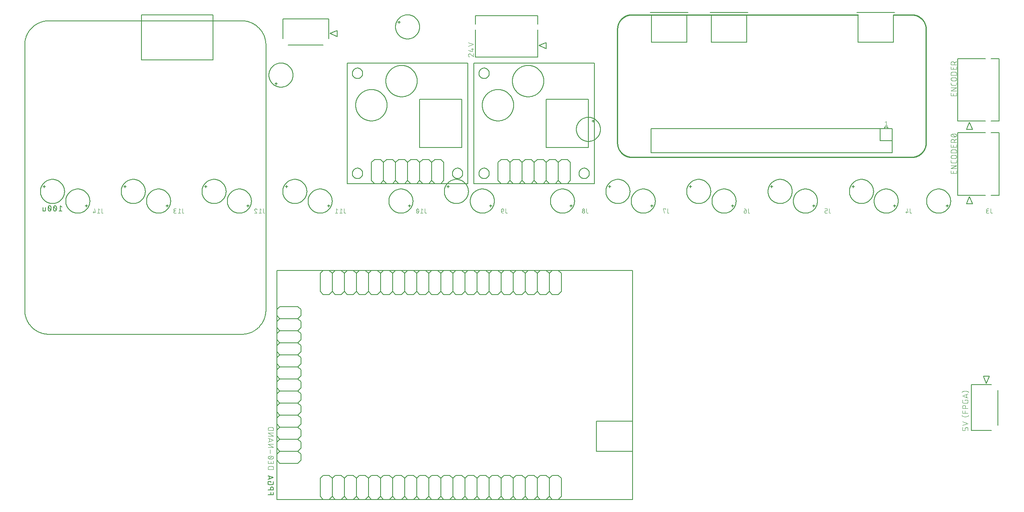
<source format=gbr>
G04 EAGLE Gerber RS-274X export*
G75*
%MOMM*%
%FSLAX34Y34*%
%LPD*%
%INSilkscreen Bottom*%
%IPPOS*%
%AMOC8*
5,1,8,0,0,1.08239X$1,22.5*%
G01*
%ADD10C,0.101600*%
%ADD11C,0.076200*%
%ADD12C,0.254000*%
%ADD13C,0.127000*%
%ADD14C,0.152400*%


D10*
X930529Y921399D02*
X930422Y921397D01*
X930316Y921391D01*
X930210Y921381D01*
X930104Y921368D01*
X929998Y921350D01*
X929894Y921329D01*
X929790Y921304D01*
X929687Y921275D01*
X929586Y921243D01*
X929486Y921206D01*
X929387Y921166D01*
X929289Y921123D01*
X929193Y921076D01*
X929099Y921025D01*
X929007Y920971D01*
X928917Y920914D01*
X928829Y920854D01*
X928744Y920790D01*
X928661Y920723D01*
X928580Y920653D01*
X928502Y920581D01*
X928426Y920505D01*
X928354Y920427D01*
X928284Y920346D01*
X928217Y920263D01*
X928153Y920178D01*
X928093Y920090D01*
X928036Y920000D01*
X927982Y919908D01*
X927931Y919814D01*
X927884Y919718D01*
X927841Y919620D01*
X927801Y919521D01*
X927764Y919421D01*
X927732Y919320D01*
X927703Y919217D01*
X927678Y919113D01*
X927657Y919009D01*
X927639Y918903D01*
X927626Y918797D01*
X927616Y918691D01*
X927610Y918585D01*
X927608Y918478D01*
X927610Y918357D01*
X927616Y918236D01*
X927626Y918116D01*
X927639Y917995D01*
X927657Y917876D01*
X927678Y917756D01*
X927703Y917638D01*
X927732Y917521D01*
X927765Y917404D01*
X927801Y917289D01*
X927842Y917175D01*
X927885Y917062D01*
X927933Y916950D01*
X927984Y916841D01*
X928039Y916733D01*
X928097Y916626D01*
X928158Y916522D01*
X928223Y916420D01*
X928291Y916320D01*
X928362Y916222D01*
X928436Y916126D01*
X928513Y916033D01*
X928594Y915943D01*
X928677Y915855D01*
X928763Y915770D01*
X928852Y915687D01*
X928943Y915608D01*
X929037Y915531D01*
X929133Y915458D01*
X929231Y915388D01*
X929332Y915321D01*
X929435Y915257D01*
X929540Y915197D01*
X929647Y915139D01*
X929755Y915086D01*
X929865Y915036D01*
X929977Y914990D01*
X930090Y914947D01*
X930205Y914908D01*
X932801Y920425D02*
X932723Y920504D01*
X932643Y920580D01*
X932560Y920653D01*
X932474Y920723D01*
X932387Y920790D01*
X932296Y920854D01*
X932204Y920914D01*
X932110Y920972D01*
X932013Y921026D01*
X931915Y921076D01*
X931815Y921123D01*
X931714Y921167D01*
X931611Y921207D01*
X931506Y921243D01*
X931401Y921275D01*
X931294Y921304D01*
X931187Y921329D01*
X931078Y921351D01*
X930969Y921368D01*
X930860Y921382D01*
X930750Y921391D01*
X930639Y921397D01*
X930529Y921399D01*
X932801Y920425D02*
X939292Y914908D01*
X939292Y921399D01*
X936696Y926338D02*
X927608Y928934D01*
X936696Y926338D02*
X936696Y932829D01*
X934099Y930882D02*
X939292Y930882D01*
X939292Y941014D02*
X927608Y937119D01*
X927608Y944908D02*
X939292Y941014D01*
X1956562Y838502D02*
X1956562Y833309D01*
X1944878Y833309D01*
X1944878Y838502D01*
X1950071Y837204D02*
X1950071Y833309D01*
X1944878Y843192D02*
X1956562Y843192D01*
X1956562Y849683D02*
X1944878Y843192D01*
X1944878Y849683D02*
X1956562Y849683D01*
X1956562Y857567D02*
X1956562Y860163D01*
X1956562Y857567D02*
X1956560Y857468D01*
X1956554Y857368D01*
X1956545Y857269D01*
X1956532Y857171D01*
X1956515Y857073D01*
X1956494Y856975D01*
X1956469Y856879D01*
X1956441Y856784D01*
X1956409Y856690D01*
X1956374Y856597D01*
X1956335Y856505D01*
X1956292Y856415D01*
X1956247Y856327D01*
X1956197Y856240D01*
X1956145Y856156D01*
X1956089Y856073D01*
X1956031Y855993D01*
X1955969Y855915D01*
X1955904Y855840D01*
X1955836Y855767D01*
X1955766Y855697D01*
X1955693Y855629D01*
X1955618Y855564D01*
X1955540Y855502D01*
X1955460Y855444D01*
X1955377Y855388D01*
X1955293Y855336D01*
X1955206Y855286D01*
X1955118Y855241D01*
X1955028Y855198D01*
X1954936Y855159D01*
X1954843Y855124D01*
X1954749Y855092D01*
X1954654Y855064D01*
X1954558Y855039D01*
X1954460Y855018D01*
X1954362Y855001D01*
X1954264Y854988D01*
X1954165Y854979D01*
X1954065Y854973D01*
X1953966Y854971D01*
X1953966Y854970D02*
X1947474Y854970D01*
X1947375Y854972D01*
X1947275Y854978D01*
X1947176Y854987D01*
X1947078Y855000D01*
X1946980Y855018D01*
X1946882Y855038D01*
X1946786Y855063D01*
X1946690Y855091D01*
X1946596Y855123D01*
X1946503Y855158D01*
X1946412Y855197D01*
X1946322Y855240D01*
X1946233Y855285D01*
X1946147Y855335D01*
X1946062Y855387D01*
X1945980Y855443D01*
X1945900Y855502D01*
X1945822Y855563D01*
X1945746Y855628D01*
X1945673Y855696D01*
X1945603Y855766D01*
X1945535Y855839D01*
X1945470Y855915D01*
X1945409Y855993D01*
X1945350Y856073D01*
X1945294Y856155D01*
X1945242Y856240D01*
X1945193Y856326D01*
X1945147Y856415D01*
X1945104Y856505D01*
X1945065Y856596D01*
X1945030Y856689D01*
X1944998Y856783D01*
X1944970Y856879D01*
X1944945Y856975D01*
X1944925Y857073D01*
X1944907Y857171D01*
X1944894Y857269D01*
X1944885Y857368D01*
X1944879Y857467D01*
X1944877Y857567D01*
X1944878Y857567D02*
X1944878Y860163D01*
X1948124Y864528D02*
X1953316Y864528D01*
X1948124Y864528D02*
X1948011Y864530D01*
X1947898Y864536D01*
X1947785Y864546D01*
X1947672Y864560D01*
X1947560Y864577D01*
X1947449Y864599D01*
X1947339Y864624D01*
X1947229Y864654D01*
X1947121Y864687D01*
X1947014Y864724D01*
X1946908Y864764D01*
X1946804Y864809D01*
X1946701Y864857D01*
X1946600Y864908D01*
X1946501Y864963D01*
X1946404Y865021D01*
X1946309Y865083D01*
X1946216Y865148D01*
X1946126Y865216D01*
X1946038Y865287D01*
X1945952Y865362D01*
X1945869Y865439D01*
X1945789Y865519D01*
X1945712Y865602D01*
X1945637Y865688D01*
X1945566Y865776D01*
X1945498Y865866D01*
X1945433Y865959D01*
X1945371Y866054D01*
X1945313Y866151D01*
X1945258Y866250D01*
X1945207Y866351D01*
X1945159Y866454D01*
X1945114Y866558D01*
X1945074Y866664D01*
X1945037Y866771D01*
X1945004Y866879D01*
X1944974Y866989D01*
X1944949Y867099D01*
X1944927Y867210D01*
X1944910Y867322D01*
X1944896Y867435D01*
X1944886Y867548D01*
X1944880Y867661D01*
X1944878Y867774D01*
X1944880Y867887D01*
X1944886Y868000D01*
X1944896Y868113D01*
X1944910Y868226D01*
X1944927Y868338D01*
X1944949Y868449D01*
X1944974Y868559D01*
X1945004Y868669D01*
X1945037Y868777D01*
X1945074Y868884D01*
X1945114Y868990D01*
X1945159Y869094D01*
X1945207Y869197D01*
X1945258Y869298D01*
X1945313Y869397D01*
X1945371Y869494D01*
X1945433Y869589D01*
X1945498Y869682D01*
X1945566Y869772D01*
X1945637Y869860D01*
X1945712Y869946D01*
X1945789Y870029D01*
X1945869Y870109D01*
X1945952Y870186D01*
X1946038Y870261D01*
X1946126Y870332D01*
X1946216Y870400D01*
X1946309Y870465D01*
X1946404Y870527D01*
X1946501Y870585D01*
X1946600Y870640D01*
X1946701Y870691D01*
X1946804Y870739D01*
X1946908Y870784D01*
X1947014Y870824D01*
X1947121Y870861D01*
X1947229Y870894D01*
X1947339Y870924D01*
X1947449Y870949D01*
X1947560Y870971D01*
X1947672Y870988D01*
X1947785Y871002D01*
X1947898Y871012D01*
X1948011Y871018D01*
X1948124Y871020D01*
X1948124Y871019D02*
X1953316Y871019D01*
X1953316Y871020D02*
X1953429Y871018D01*
X1953542Y871012D01*
X1953655Y871002D01*
X1953768Y870988D01*
X1953880Y870971D01*
X1953991Y870949D01*
X1954101Y870924D01*
X1954211Y870894D01*
X1954319Y870861D01*
X1954426Y870824D01*
X1954532Y870784D01*
X1954636Y870739D01*
X1954739Y870691D01*
X1954840Y870640D01*
X1954939Y870585D01*
X1955036Y870527D01*
X1955131Y870465D01*
X1955224Y870400D01*
X1955314Y870332D01*
X1955402Y870261D01*
X1955488Y870186D01*
X1955571Y870109D01*
X1955651Y870029D01*
X1955728Y869946D01*
X1955803Y869860D01*
X1955874Y869772D01*
X1955942Y869682D01*
X1956007Y869589D01*
X1956069Y869494D01*
X1956127Y869397D01*
X1956182Y869298D01*
X1956233Y869197D01*
X1956281Y869094D01*
X1956326Y868990D01*
X1956366Y868884D01*
X1956403Y868777D01*
X1956436Y868669D01*
X1956466Y868559D01*
X1956491Y868449D01*
X1956513Y868338D01*
X1956530Y868226D01*
X1956544Y868113D01*
X1956554Y868000D01*
X1956560Y867887D01*
X1956562Y867774D01*
X1956560Y867661D01*
X1956554Y867548D01*
X1956544Y867435D01*
X1956530Y867322D01*
X1956513Y867210D01*
X1956491Y867099D01*
X1956466Y866989D01*
X1956436Y866879D01*
X1956403Y866771D01*
X1956366Y866664D01*
X1956326Y866558D01*
X1956281Y866454D01*
X1956233Y866351D01*
X1956182Y866250D01*
X1956127Y866151D01*
X1956069Y866054D01*
X1956007Y865959D01*
X1955942Y865866D01*
X1955874Y865776D01*
X1955803Y865688D01*
X1955728Y865602D01*
X1955651Y865519D01*
X1955571Y865439D01*
X1955488Y865362D01*
X1955402Y865287D01*
X1955314Y865216D01*
X1955224Y865148D01*
X1955131Y865083D01*
X1955036Y865021D01*
X1954939Y864963D01*
X1954840Y864908D01*
X1954739Y864857D01*
X1954636Y864809D01*
X1954532Y864764D01*
X1954426Y864724D01*
X1954319Y864687D01*
X1954211Y864654D01*
X1954101Y864624D01*
X1953991Y864599D01*
X1953880Y864577D01*
X1953768Y864560D01*
X1953655Y864546D01*
X1953542Y864536D01*
X1953429Y864530D01*
X1953316Y864528D01*
X1956562Y876339D02*
X1944878Y876339D01*
X1944878Y879585D01*
X1944880Y879698D01*
X1944886Y879811D01*
X1944896Y879924D01*
X1944910Y880037D01*
X1944927Y880149D01*
X1944949Y880260D01*
X1944974Y880370D01*
X1945004Y880480D01*
X1945037Y880588D01*
X1945074Y880695D01*
X1945114Y880801D01*
X1945159Y880905D01*
X1945207Y881008D01*
X1945258Y881109D01*
X1945313Y881208D01*
X1945371Y881305D01*
X1945433Y881400D01*
X1945498Y881493D01*
X1945566Y881583D01*
X1945637Y881671D01*
X1945712Y881757D01*
X1945789Y881840D01*
X1945869Y881920D01*
X1945952Y881997D01*
X1946038Y882072D01*
X1946126Y882143D01*
X1946216Y882211D01*
X1946309Y882276D01*
X1946404Y882338D01*
X1946501Y882396D01*
X1946600Y882451D01*
X1946701Y882502D01*
X1946804Y882550D01*
X1946908Y882595D01*
X1947014Y882635D01*
X1947121Y882672D01*
X1947229Y882705D01*
X1947339Y882735D01*
X1947449Y882760D01*
X1947560Y882782D01*
X1947672Y882799D01*
X1947785Y882813D01*
X1947898Y882823D01*
X1948011Y882829D01*
X1948124Y882831D01*
X1948124Y882830D02*
X1953316Y882830D01*
X1953316Y882831D02*
X1953429Y882829D01*
X1953542Y882823D01*
X1953655Y882813D01*
X1953768Y882799D01*
X1953880Y882782D01*
X1953991Y882760D01*
X1954101Y882735D01*
X1954211Y882705D01*
X1954319Y882672D01*
X1954426Y882635D01*
X1954532Y882595D01*
X1954636Y882550D01*
X1954739Y882502D01*
X1954840Y882451D01*
X1954939Y882396D01*
X1955036Y882338D01*
X1955131Y882276D01*
X1955224Y882211D01*
X1955314Y882143D01*
X1955402Y882072D01*
X1955488Y881997D01*
X1955571Y881920D01*
X1955651Y881840D01*
X1955728Y881757D01*
X1955803Y881671D01*
X1955874Y881583D01*
X1955942Y881493D01*
X1956007Y881400D01*
X1956069Y881305D01*
X1956127Y881208D01*
X1956182Y881109D01*
X1956233Y881008D01*
X1956281Y880905D01*
X1956326Y880801D01*
X1956366Y880695D01*
X1956403Y880588D01*
X1956436Y880480D01*
X1956466Y880370D01*
X1956491Y880260D01*
X1956513Y880149D01*
X1956530Y880037D01*
X1956544Y879924D01*
X1956554Y879811D01*
X1956560Y879698D01*
X1956562Y879585D01*
X1956562Y876339D01*
X1956562Y888554D02*
X1956562Y893747D01*
X1956562Y888554D02*
X1944878Y888554D01*
X1944878Y893747D01*
X1950071Y892449D02*
X1950071Y888554D01*
X1944878Y898511D02*
X1956562Y898511D01*
X1944878Y898511D02*
X1944878Y901756D01*
X1944880Y901869D01*
X1944886Y901982D01*
X1944896Y902095D01*
X1944910Y902208D01*
X1944927Y902320D01*
X1944949Y902431D01*
X1944974Y902541D01*
X1945004Y902651D01*
X1945037Y902759D01*
X1945074Y902866D01*
X1945114Y902972D01*
X1945159Y903076D01*
X1945207Y903179D01*
X1945258Y903280D01*
X1945313Y903379D01*
X1945371Y903476D01*
X1945433Y903571D01*
X1945498Y903664D01*
X1945566Y903754D01*
X1945637Y903842D01*
X1945712Y903928D01*
X1945789Y904011D01*
X1945869Y904091D01*
X1945952Y904168D01*
X1946038Y904243D01*
X1946126Y904314D01*
X1946216Y904382D01*
X1946309Y904447D01*
X1946404Y904509D01*
X1946501Y904567D01*
X1946600Y904622D01*
X1946701Y904673D01*
X1946804Y904721D01*
X1946908Y904766D01*
X1947014Y904806D01*
X1947121Y904843D01*
X1947229Y904876D01*
X1947339Y904906D01*
X1947449Y904931D01*
X1947560Y904953D01*
X1947672Y904970D01*
X1947785Y904984D01*
X1947898Y904994D01*
X1948011Y905000D01*
X1948124Y905002D01*
X1948237Y905000D01*
X1948350Y904994D01*
X1948463Y904984D01*
X1948576Y904970D01*
X1948688Y904953D01*
X1948799Y904931D01*
X1948909Y904906D01*
X1949019Y904876D01*
X1949127Y904843D01*
X1949234Y904806D01*
X1949340Y904766D01*
X1949444Y904721D01*
X1949547Y904673D01*
X1949648Y904622D01*
X1949747Y904567D01*
X1949844Y904509D01*
X1949939Y904447D01*
X1950032Y904382D01*
X1950122Y904314D01*
X1950210Y904243D01*
X1950296Y904168D01*
X1950379Y904091D01*
X1950459Y904011D01*
X1950536Y903928D01*
X1950611Y903842D01*
X1950682Y903754D01*
X1950750Y903664D01*
X1950815Y903571D01*
X1950877Y903476D01*
X1950935Y903379D01*
X1950990Y903280D01*
X1951041Y903179D01*
X1951089Y903076D01*
X1951134Y902972D01*
X1951174Y902866D01*
X1951211Y902759D01*
X1951244Y902651D01*
X1951274Y902541D01*
X1951299Y902431D01*
X1951321Y902320D01*
X1951338Y902208D01*
X1951352Y902095D01*
X1951362Y901982D01*
X1951368Y901869D01*
X1951370Y901756D01*
X1951369Y901756D02*
X1951369Y898511D01*
X1951369Y902406D02*
X1956562Y905002D01*
X1956562Y674746D02*
X1956562Y669553D01*
X1944878Y669553D01*
X1944878Y674746D01*
X1950071Y673447D02*
X1950071Y669553D01*
X1944878Y679436D02*
X1956562Y679436D01*
X1956562Y685927D02*
X1944878Y679436D01*
X1944878Y685927D02*
X1956562Y685927D01*
X1956562Y693810D02*
X1956562Y696407D01*
X1956562Y693810D02*
X1956560Y693711D01*
X1956554Y693611D01*
X1956545Y693512D01*
X1956532Y693414D01*
X1956515Y693316D01*
X1956494Y693218D01*
X1956469Y693122D01*
X1956441Y693027D01*
X1956409Y692933D01*
X1956374Y692840D01*
X1956335Y692748D01*
X1956292Y692658D01*
X1956247Y692570D01*
X1956197Y692483D01*
X1956145Y692399D01*
X1956089Y692316D01*
X1956031Y692236D01*
X1955969Y692158D01*
X1955904Y692083D01*
X1955836Y692010D01*
X1955766Y691940D01*
X1955693Y691872D01*
X1955618Y691807D01*
X1955540Y691745D01*
X1955460Y691687D01*
X1955377Y691631D01*
X1955293Y691579D01*
X1955206Y691529D01*
X1955118Y691484D01*
X1955028Y691441D01*
X1954936Y691402D01*
X1954843Y691367D01*
X1954749Y691335D01*
X1954654Y691307D01*
X1954558Y691282D01*
X1954460Y691261D01*
X1954362Y691244D01*
X1954264Y691231D01*
X1954165Y691222D01*
X1954065Y691216D01*
X1953966Y691214D01*
X1947474Y691214D01*
X1947474Y691213D02*
X1947375Y691215D01*
X1947275Y691221D01*
X1947176Y691230D01*
X1947078Y691243D01*
X1946980Y691261D01*
X1946882Y691281D01*
X1946786Y691306D01*
X1946690Y691334D01*
X1946596Y691366D01*
X1946503Y691401D01*
X1946412Y691440D01*
X1946322Y691483D01*
X1946233Y691528D01*
X1946147Y691578D01*
X1946062Y691630D01*
X1945980Y691686D01*
X1945900Y691745D01*
X1945822Y691806D01*
X1945746Y691871D01*
X1945673Y691939D01*
X1945603Y692009D01*
X1945535Y692082D01*
X1945470Y692158D01*
X1945409Y692236D01*
X1945350Y692316D01*
X1945294Y692398D01*
X1945242Y692483D01*
X1945193Y692569D01*
X1945147Y692658D01*
X1945104Y692748D01*
X1945065Y692839D01*
X1945030Y692932D01*
X1944998Y693026D01*
X1944970Y693122D01*
X1944945Y693218D01*
X1944925Y693316D01*
X1944907Y693414D01*
X1944894Y693512D01*
X1944885Y693611D01*
X1944879Y693710D01*
X1944877Y693810D01*
X1944878Y693810D02*
X1944878Y696407D01*
X1948124Y700772D02*
X1953316Y700772D01*
X1948124Y700772D02*
X1948011Y700774D01*
X1947898Y700780D01*
X1947785Y700790D01*
X1947672Y700804D01*
X1947560Y700821D01*
X1947449Y700843D01*
X1947339Y700868D01*
X1947229Y700898D01*
X1947121Y700931D01*
X1947014Y700968D01*
X1946908Y701008D01*
X1946804Y701053D01*
X1946701Y701101D01*
X1946600Y701152D01*
X1946501Y701207D01*
X1946404Y701265D01*
X1946309Y701327D01*
X1946216Y701392D01*
X1946126Y701460D01*
X1946038Y701531D01*
X1945952Y701606D01*
X1945869Y701683D01*
X1945789Y701763D01*
X1945712Y701846D01*
X1945637Y701932D01*
X1945566Y702020D01*
X1945498Y702110D01*
X1945433Y702203D01*
X1945371Y702298D01*
X1945313Y702395D01*
X1945258Y702494D01*
X1945207Y702595D01*
X1945159Y702698D01*
X1945114Y702802D01*
X1945074Y702908D01*
X1945037Y703015D01*
X1945004Y703123D01*
X1944974Y703233D01*
X1944949Y703343D01*
X1944927Y703454D01*
X1944910Y703566D01*
X1944896Y703679D01*
X1944886Y703792D01*
X1944880Y703905D01*
X1944878Y704018D01*
X1944880Y704131D01*
X1944886Y704244D01*
X1944896Y704357D01*
X1944910Y704470D01*
X1944927Y704582D01*
X1944949Y704693D01*
X1944974Y704803D01*
X1945004Y704913D01*
X1945037Y705021D01*
X1945074Y705128D01*
X1945114Y705234D01*
X1945159Y705338D01*
X1945207Y705441D01*
X1945258Y705542D01*
X1945313Y705641D01*
X1945371Y705738D01*
X1945433Y705833D01*
X1945498Y705926D01*
X1945566Y706016D01*
X1945637Y706104D01*
X1945712Y706190D01*
X1945789Y706273D01*
X1945869Y706353D01*
X1945952Y706430D01*
X1946038Y706505D01*
X1946126Y706576D01*
X1946216Y706644D01*
X1946309Y706709D01*
X1946404Y706771D01*
X1946501Y706829D01*
X1946600Y706884D01*
X1946701Y706935D01*
X1946804Y706983D01*
X1946908Y707028D01*
X1947014Y707068D01*
X1947121Y707105D01*
X1947229Y707138D01*
X1947339Y707168D01*
X1947449Y707193D01*
X1947560Y707215D01*
X1947672Y707232D01*
X1947785Y707246D01*
X1947898Y707256D01*
X1948011Y707262D01*
X1948124Y707264D01*
X1948124Y707263D02*
X1953316Y707263D01*
X1953316Y707264D02*
X1953429Y707262D01*
X1953542Y707256D01*
X1953655Y707246D01*
X1953768Y707232D01*
X1953880Y707215D01*
X1953991Y707193D01*
X1954101Y707168D01*
X1954211Y707138D01*
X1954319Y707105D01*
X1954426Y707068D01*
X1954532Y707028D01*
X1954636Y706983D01*
X1954739Y706935D01*
X1954840Y706884D01*
X1954939Y706829D01*
X1955036Y706771D01*
X1955131Y706709D01*
X1955224Y706644D01*
X1955314Y706576D01*
X1955402Y706505D01*
X1955488Y706430D01*
X1955571Y706353D01*
X1955651Y706273D01*
X1955728Y706190D01*
X1955803Y706104D01*
X1955874Y706016D01*
X1955942Y705926D01*
X1956007Y705833D01*
X1956069Y705738D01*
X1956127Y705641D01*
X1956182Y705542D01*
X1956233Y705441D01*
X1956281Y705338D01*
X1956326Y705234D01*
X1956366Y705128D01*
X1956403Y705021D01*
X1956436Y704913D01*
X1956466Y704803D01*
X1956491Y704693D01*
X1956513Y704582D01*
X1956530Y704470D01*
X1956544Y704357D01*
X1956554Y704244D01*
X1956560Y704131D01*
X1956562Y704018D01*
X1956560Y703905D01*
X1956554Y703792D01*
X1956544Y703679D01*
X1956530Y703566D01*
X1956513Y703454D01*
X1956491Y703343D01*
X1956466Y703233D01*
X1956436Y703123D01*
X1956403Y703015D01*
X1956366Y702908D01*
X1956326Y702802D01*
X1956281Y702698D01*
X1956233Y702595D01*
X1956182Y702494D01*
X1956127Y702395D01*
X1956069Y702298D01*
X1956007Y702203D01*
X1955942Y702110D01*
X1955874Y702020D01*
X1955803Y701932D01*
X1955728Y701846D01*
X1955651Y701763D01*
X1955571Y701683D01*
X1955488Y701606D01*
X1955402Y701531D01*
X1955314Y701460D01*
X1955224Y701392D01*
X1955131Y701327D01*
X1955036Y701265D01*
X1954939Y701207D01*
X1954840Y701152D01*
X1954739Y701101D01*
X1954636Y701053D01*
X1954532Y701008D01*
X1954426Y700968D01*
X1954319Y700931D01*
X1954211Y700898D01*
X1954101Y700868D01*
X1953991Y700843D01*
X1953880Y700821D01*
X1953768Y700804D01*
X1953655Y700790D01*
X1953542Y700780D01*
X1953429Y700774D01*
X1953316Y700772D01*
X1956562Y712583D02*
X1944878Y712583D01*
X1944878Y715829D01*
X1944880Y715942D01*
X1944886Y716055D01*
X1944896Y716168D01*
X1944910Y716281D01*
X1944927Y716393D01*
X1944949Y716504D01*
X1944974Y716614D01*
X1945004Y716724D01*
X1945037Y716832D01*
X1945074Y716939D01*
X1945114Y717045D01*
X1945159Y717149D01*
X1945207Y717252D01*
X1945258Y717353D01*
X1945313Y717452D01*
X1945371Y717549D01*
X1945433Y717644D01*
X1945498Y717737D01*
X1945566Y717827D01*
X1945637Y717915D01*
X1945712Y718001D01*
X1945789Y718084D01*
X1945869Y718164D01*
X1945952Y718241D01*
X1946038Y718316D01*
X1946126Y718387D01*
X1946216Y718455D01*
X1946309Y718520D01*
X1946404Y718582D01*
X1946501Y718640D01*
X1946600Y718695D01*
X1946701Y718746D01*
X1946804Y718794D01*
X1946908Y718839D01*
X1947014Y718879D01*
X1947121Y718916D01*
X1947229Y718949D01*
X1947339Y718979D01*
X1947449Y719004D01*
X1947560Y719026D01*
X1947672Y719043D01*
X1947785Y719057D01*
X1947898Y719067D01*
X1948011Y719073D01*
X1948124Y719075D01*
X1948124Y719074D02*
X1953316Y719074D01*
X1953316Y719075D02*
X1953429Y719073D01*
X1953542Y719067D01*
X1953655Y719057D01*
X1953768Y719043D01*
X1953880Y719026D01*
X1953991Y719004D01*
X1954101Y718979D01*
X1954211Y718949D01*
X1954319Y718916D01*
X1954426Y718879D01*
X1954532Y718839D01*
X1954636Y718794D01*
X1954739Y718746D01*
X1954840Y718695D01*
X1954939Y718640D01*
X1955036Y718582D01*
X1955131Y718520D01*
X1955224Y718455D01*
X1955314Y718387D01*
X1955402Y718316D01*
X1955488Y718241D01*
X1955571Y718164D01*
X1955651Y718084D01*
X1955728Y718001D01*
X1955803Y717915D01*
X1955874Y717827D01*
X1955942Y717737D01*
X1956007Y717644D01*
X1956069Y717549D01*
X1956127Y717452D01*
X1956182Y717353D01*
X1956233Y717252D01*
X1956281Y717149D01*
X1956326Y717045D01*
X1956366Y716939D01*
X1956403Y716832D01*
X1956436Y716724D01*
X1956466Y716614D01*
X1956491Y716504D01*
X1956513Y716393D01*
X1956530Y716281D01*
X1956544Y716168D01*
X1956554Y716055D01*
X1956560Y715942D01*
X1956562Y715829D01*
X1956562Y712583D01*
X1956562Y724798D02*
X1956562Y729990D01*
X1956562Y724798D02*
X1944878Y724798D01*
X1944878Y729990D01*
X1950071Y728692D02*
X1950071Y724798D01*
X1944878Y734755D02*
X1956562Y734755D01*
X1944878Y734755D02*
X1944878Y738000D01*
X1944880Y738113D01*
X1944886Y738226D01*
X1944896Y738339D01*
X1944910Y738452D01*
X1944927Y738564D01*
X1944949Y738675D01*
X1944974Y738785D01*
X1945004Y738895D01*
X1945037Y739003D01*
X1945074Y739110D01*
X1945114Y739216D01*
X1945159Y739320D01*
X1945207Y739423D01*
X1945258Y739524D01*
X1945313Y739623D01*
X1945371Y739720D01*
X1945433Y739815D01*
X1945498Y739908D01*
X1945566Y739998D01*
X1945637Y740086D01*
X1945712Y740172D01*
X1945789Y740255D01*
X1945869Y740335D01*
X1945952Y740412D01*
X1946038Y740487D01*
X1946126Y740558D01*
X1946216Y740626D01*
X1946309Y740691D01*
X1946404Y740753D01*
X1946501Y740811D01*
X1946600Y740866D01*
X1946701Y740917D01*
X1946804Y740965D01*
X1946908Y741010D01*
X1947014Y741050D01*
X1947121Y741087D01*
X1947229Y741120D01*
X1947339Y741150D01*
X1947449Y741175D01*
X1947560Y741197D01*
X1947672Y741214D01*
X1947785Y741228D01*
X1947898Y741238D01*
X1948011Y741244D01*
X1948124Y741246D01*
X1948237Y741244D01*
X1948350Y741238D01*
X1948463Y741228D01*
X1948576Y741214D01*
X1948688Y741197D01*
X1948799Y741175D01*
X1948909Y741150D01*
X1949019Y741120D01*
X1949127Y741087D01*
X1949234Y741050D01*
X1949340Y741010D01*
X1949444Y740965D01*
X1949547Y740917D01*
X1949648Y740866D01*
X1949747Y740811D01*
X1949844Y740753D01*
X1949939Y740691D01*
X1950032Y740626D01*
X1950122Y740558D01*
X1950210Y740487D01*
X1950296Y740412D01*
X1950379Y740335D01*
X1950459Y740255D01*
X1950536Y740172D01*
X1950611Y740086D01*
X1950682Y739998D01*
X1950750Y739908D01*
X1950815Y739815D01*
X1950877Y739720D01*
X1950935Y739623D01*
X1950990Y739524D01*
X1951041Y739423D01*
X1951089Y739320D01*
X1951134Y739216D01*
X1951174Y739110D01*
X1951211Y739003D01*
X1951244Y738895D01*
X1951274Y738785D01*
X1951299Y738675D01*
X1951321Y738564D01*
X1951338Y738452D01*
X1951352Y738339D01*
X1951362Y738226D01*
X1951368Y738113D01*
X1951370Y738000D01*
X1951369Y738000D02*
X1951369Y734755D01*
X1951369Y738649D02*
X1956562Y741246D01*
X1950720Y746111D02*
X1950490Y746114D01*
X1950260Y746122D01*
X1950031Y746136D01*
X1949802Y746155D01*
X1949573Y746180D01*
X1949345Y746210D01*
X1949118Y746245D01*
X1948892Y746286D01*
X1948667Y746332D01*
X1948443Y746384D01*
X1948220Y746441D01*
X1947999Y746503D01*
X1947779Y746571D01*
X1947561Y746644D01*
X1947345Y746722D01*
X1947131Y746805D01*
X1946919Y746893D01*
X1946708Y746986D01*
X1946501Y747085D01*
X1946501Y747084D02*
X1946411Y747117D01*
X1946322Y747153D01*
X1946234Y747193D01*
X1946149Y747237D01*
X1946065Y747284D01*
X1945983Y747334D01*
X1945903Y747388D01*
X1945826Y747444D01*
X1945750Y747504D01*
X1945677Y747567D01*
X1945607Y747632D01*
X1945539Y747701D01*
X1945475Y747772D01*
X1945413Y747845D01*
X1945354Y747921D01*
X1945298Y747999D01*
X1945245Y748080D01*
X1945196Y748162D01*
X1945150Y748246D01*
X1945107Y748333D01*
X1945068Y748420D01*
X1945032Y748510D01*
X1945000Y748600D01*
X1944972Y748692D01*
X1944947Y748785D01*
X1944926Y748879D01*
X1944909Y748973D01*
X1944895Y749068D01*
X1944886Y749164D01*
X1944880Y749260D01*
X1944878Y749356D01*
X1944880Y749452D01*
X1944886Y749548D01*
X1944895Y749644D01*
X1944909Y749739D01*
X1944926Y749833D01*
X1944947Y749927D01*
X1944972Y750020D01*
X1945000Y750112D01*
X1945032Y750202D01*
X1945068Y750292D01*
X1945107Y750380D01*
X1945150Y750466D01*
X1945196Y750550D01*
X1945245Y750632D01*
X1945298Y750713D01*
X1945354Y750791D01*
X1945413Y750867D01*
X1945475Y750940D01*
X1945539Y751011D01*
X1945607Y751080D01*
X1945677Y751145D01*
X1945750Y751208D01*
X1945826Y751268D01*
X1945903Y751324D01*
X1945983Y751378D01*
X1946065Y751428D01*
X1946149Y751475D01*
X1946234Y751519D01*
X1946322Y751559D01*
X1946411Y751595D01*
X1946501Y751628D01*
X1946708Y751727D01*
X1946919Y751820D01*
X1947131Y751908D01*
X1947345Y751991D01*
X1947561Y752069D01*
X1947779Y752142D01*
X1947999Y752210D01*
X1948220Y752272D01*
X1948443Y752329D01*
X1948667Y752381D01*
X1948892Y752427D01*
X1949118Y752468D01*
X1949345Y752503D01*
X1949573Y752533D01*
X1949802Y752558D01*
X1950031Y752577D01*
X1950260Y752591D01*
X1950490Y752599D01*
X1950720Y752602D01*
X1950720Y746111D02*
X1950950Y746114D01*
X1951180Y746122D01*
X1951409Y746136D01*
X1951638Y746155D01*
X1951867Y746180D01*
X1952095Y746210D01*
X1952322Y746245D01*
X1952548Y746286D01*
X1952773Y746332D01*
X1952997Y746384D01*
X1953220Y746441D01*
X1953441Y746503D01*
X1953661Y746571D01*
X1953879Y746644D01*
X1954095Y746722D01*
X1954309Y746805D01*
X1954521Y746893D01*
X1954732Y746986D01*
X1954939Y747085D01*
X1954939Y747084D02*
X1955029Y747117D01*
X1955118Y747153D01*
X1955206Y747194D01*
X1955291Y747237D01*
X1955375Y747284D01*
X1955457Y747334D01*
X1955537Y747388D01*
X1955614Y747444D01*
X1955690Y747504D01*
X1955763Y747567D01*
X1955833Y747632D01*
X1955901Y747701D01*
X1955965Y747772D01*
X1956027Y747845D01*
X1956086Y747921D01*
X1956142Y747999D01*
X1956195Y748080D01*
X1956244Y748162D01*
X1956290Y748246D01*
X1956333Y748333D01*
X1956372Y748420D01*
X1956408Y748510D01*
X1956440Y748600D01*
X1956468Y748692D01*
X1956493Y748785D01*
X1956514Y748879D01*
X1956531Y748973D01*
X1956545Y749068D01*
X1956554Y749164D01*
X1956560Y749260D01*
X1956562Y749356D01*
X1954939Y751628D02*
X1954732Y751727D01*
X1954521Y751820D01*
X1954309Y751908D01*
X1954095Y751991D01*
X1953879Y752069D01*
X1953661Y752142D01*
X1953441Y752210D01*
X1953220Y752272D01*
X1952997Y752329D01*
X1952773Y752381D01*
X1952548Y752427D01*
X1952322Y752468D01*
X1952095Y752503D01*
X1951867Y752533D01*
X1951638Y752558D01*
X1951409Y752577D01*
X1951180Y752591D01*
X1950950Y752599D01*
X1950720Y752602D01*
X1954939Y751628D02*
X1955029Y751595D01*
X1955118Y751559D01*
X1955206Y751519D01*
X1955291Y751475D01*
X1955375Y751428D01*
X1955457Y751378D01*
X1955537Y751324D01*
X1955614Y751268D01*
X1955690Y751208D01*
X1955763Y751145D01*
X1955833Y751080D01*
X1955901Y751011D01*
X1955965Y750940D01*
X1956027Y750867D01*
X1956086Y750791D01*
X1956142Y750713D01*
X1956195Y750632D01*
X1956244Y750550D01*
X1956290Y750466D01*
X1956333Y750379D01*
X1956372Y750292D01*
X1956408Y750202D01*
X1956440Y750112D01*
X1956468Y750020D01*
X1956493Y749927D01*
X1956514Y749833D01*
X1956531Y749739D01*
X1956545Y749644D01*
X1956554Y749548D01*
X1956560Y749452D01*
X1956562Y749356D01*
X1953966Y746760D02*
X1947474Y751953D01*
X1980692Y131403D02*
X1980692Y127508D01*
X1980692Y131403D02*
X1980690Y131502D01*
X1980684Y131602D01*
X1980675Y131701D01*
X1980662Y131799D01*
X1980645Y131897D01*
X1980624Y131995D01*
X1980599Y132091D01*
X1980571Y132186D01*
X1980539Y132280D01*
X1980504Y132373D01*
X1980465Y132465D01*
X1980422Y132555D01*
X1980377Y132643D01*
X1980327Y132730D01*
X1980275Y132814D01*
X1980219Y132897D01*
X1980161Y132977D01*
X1980099Y133055D01*
X1980034Y133130D01*
X1979966Y133203D01*
X1979896Y133273D01*
X1979823Y133341D01*
X1979748Y133406D01*
X1979670Y133468D01*
X1979590Y133526D01*
X1979507Y133582D01*
X1979423Y133634D01*
X1979336Y133684D01*
X1979248Y133729D01*
X1979158Y133772D01*
X1979066Y133811D01*
X1978973Y133846D01*
X1978879Y133878D01*
X1978784Y133906D01*
X1978688Y133931D01*
X1978590Y133952D01*
X1978492Y133969D01*
X1978394Y133982D01*
X1978295Y133991D01*
X1978195Y133997D01*
X1978096Y133999D01*
X1976797Y133999D01*
X1976698Y133997D01*
X1976598Y133991D01*
X1976499Y133982D01*
X1976401Y133969D01*
X1976303Y133952D01*
X1976205Y133931D01*
X1976109Y133906D01*
X1976014Y133878D01*
X1975920Y133846D01*
X1975827Y133811D01*
X1975735Y133772D01*
X1975645Y133729D01*
X1975557Y133684D01*
X1975470Y133634D01*
X1975386Y133582D01*
X1975303Y133526D01*
X1975223Y133468D01*
X1975145Y133406D01*
X1975070Y133341D01*
X1974997Y133273D01*
X1974927Y133203D01*
X1974859Y133130D01*
X1974794Y133055D01*
X1974732Y132977D01*
X1974674Y132897D01*
X1974618Y132814D01*
X1974566Y132730D01*
X1974516Y132643D01*
X1974471Y132555D01*
X1974428Y132465D01*
X1974389Y132373D01*
X1974354Y132280D01*
X1974322Y132186D01*
X1974294Y132091D01*
X1974269Y131995D01*
X1974248Y131897D01*
X1974231Y131799D01*
X1974218Y131701D01*
X1974209Y131602D01*
X1974203Y131502D01*
X1974201Y131403D01*
X1974201Y127508D01*
X1969008Y127508D01*
X1969008Y133999D01*
X1969008Y138289D02*
X1980692Y142184D01*
X1969008Y146078D01*
X1974850Y156536D02*
X1974583Y156539D01*
X1974315Y156549D01*
X1974049Y156565D01*
X1973782Y156587D01*
X1973516Y156616D01*
X1973251Y156652D01*
X1972987Y156693D01*
X1972724Y156741D01*
X1972462Y156795D01*
X1972202Y156856D01*
X1971943Y156923D01*
X1971686Y156996D01*
X1971431Y157075D01*
X1971177Y157160D01*
X1970926Y157252D01*
X1970677Y157349D01*
X1970430Y157452D01*
X1970186Y157562D01*
X1969945Y157677D01*
X1969706Y157798D01*
X1969471Y157924D01*
X1969238Y158056D01*
X1969009Y158194D01*
X1968784Y158337D01*
X1968561Y158486D01*
X1968343Y158640D01*
X1968128Y158799D01*
X1967917Y158963D01*
X1967710Y159132D01*
X1974850Y156536D02*
X1975117Y156539D01*
X1975385Y156549D01*
X1975651Y156565D01*
X1975918Y156587D01*
X1976184Y156616D01*
X1976449Y156652D01*
X1976713Y156693D01*
X1976976Y156741D01*
X1977238Y156795D01*
X1977498Y156856D01*
X1977757Y156923D01*
X1978014Y156996D01*
X1978270Y157075D01*
X1978523Y157160D01*
X1978774Y157252D01*
X1979023Y157349D01*
X1979270Y157452D01*
X1979514Y157562D01*
X1979755Y157677D01*
X1979994Y157798D01*
X1980229Y157924D01*
X1980462Y158056D01*
X1980691Y158194D01*
X1980916Y158337D01*
X1981139Y158486D01*
X1981357Y158640D01*
X1981572Y158799D01*
X1981783Y158963D01*
X1981990Y159132D01*
X1980692Y164107D02*
X1969008Y164107D01*
X1969008Y169299D01*
X1974201Y169299D02*
X1974201Y164107D01*
X1969008Y174159D02*
X1980692Y174159D01*
X1969008Y174159D02*
X1969008Y177405D01*
X1969010Y177518D01*
X1969016Y177631D01*
X1969026Y177744D01*
X1969040Y177857D01*
X1969057Y177969D01*
X1969079Y178080D01*
X1969104Y178190D01*
X1969134Y178300D01*
X1969167Y178408D01*
X1969204Y178515D01*
X1969244Y178621D01*
X1969289Y178725D01*
X1969337Y178828D01*
X1969388Y178929D01*
X1969443Y179028D01*
X1969501Y179125D01*
X1969563Y179220D01*
X1969628Y179313D01*
X1969696Y179403D01*
X1969767Y179491D01*
X1969842Y179577D01*
X1969919Y179660D01*
X1969999Y179740D01*
X1970082Y179817D01*
X1970168Y179892D01*
X1970256Y179963D01*
X1970346Y180031D01*
X1970439Y180096D01*
X1970534Y180158D01*
X1970631Y180216D01*
X1970730Y180271D01*
X1970831Y180322D01*
X1970934Y180370D01*
X1971038Y180415D01*
X1971144Y180455D01*
X1971251Y180492D01*
X1971359Y180525D01*
X1971469Y180555D01*
X1971579Y180580D01*
X1971690Y180602D01*
X1971802Y180619D01*
X1971915Y180633D01*
X1972028Y180643D01*
X1972141Y180649D01*
X1972254Y180651D01*
X1972367Y180649D01*
X1972480Y180643D01*
X1972593Y180633D01*
X1972706Y180619D01*
X1972818Y180602D01*
X1972929Y180580D01*
X1973039Y180555D01*
X1973149Y180525D01*
X1973257Y180492D01*
X1973364Y180455D01*
X1973470Y180415D01*
X1973574Y180370D01*
X1973677Y180322D01*
X1973778Y180271D01*
X1973877Y180216D01*
X1973974Y180158D01*
X1974069Y180096D01*
X1974162Y180031D01*
X1974252Y179963D01*
X1974340Y179892D01*
X1974426Y179817D01*
X1974509Y179740D01*
X1974589Y179660D01*
X1974666Y179577D01*
X1974741Y179491D01*
X1974812Y179403D01*
X1974880Y179313D01*
X1974945Y179220D01*
X1975007Y179125D01*
X1975065Y179028D01*
X1975120Y178929D01*
X1975171Y178828D01*
X1975219Y178725D01*
X1975264Y178621D01*
X1975304Y178515D01*
X1975341Y178408D01*
X1975374Y178300D01*
X1975404Y178190D01*
X1975429Y178080D01*
X1975451Y177969D01*
X1975468Y177857D01*
X1975482Y177744D01*
X1975492Y177631D01*
X1975498Y177518D01*
X1975500Y177405D01*
X1975499Y177405D02*
X1975499Y174159D01*
X1974201Y189964D02*
X1974201Y191911D01*
X1980692Y191911D01*
X1980692Y188016D01*
X1980690Y187917D01*
X1980684Y187817D01*
X1980675Y187718D01*
X1980662Y187620D01*
X1980645Y187522D01*
X1980624Y187424D01*
X1980599Y187328D01*
X1980571Y187233D01*
X1980539Y187139D01*
X1980504Y187046D01*
X1980465Y186954D01*
X1980422Y186864D01*
X1980377Y186776D01*
X1980327Y186689D01*
X1980275Y186605D01*
X1980219Y186522D01*
X1980161Y186442D01*
X1980099Y186364D01*
X1980034Y186289D01*
X1979966Y186216D01*
X1979896Y186146D01*
X1979823Y186078D01*
X1979748Y186013D01*
X1979670Y185951D01*
X1979590Y185893D01*
X1979507Y185837D01*
X1979423Y185785D01*
X1979336Y185735D01*
X1979248Y185690D01*
X1979158Y185647D01*
X1979066Y185608D01*
X1978973Y185573D01*
X1978879Y185541D01*
X1978784Y185513D01*
X1978688Y185488D01*
X1978590Y185467D01*
X1978492Y185450D01*
X1978394Y185437D01*
X1978295Y185428D01*
X1978195Y185422D01*
X1978096Y185420D01*
X1971604Y185420D01*
X1971604Y185419D02*
X1971505Y185421D01*
X1971405Y185427D01*
X1971306Y185436D01*
X1971208Y185449D01*
X1971110Y185467D01*
X1971012Y185487D01*
X1970916Y185512D01*
X1970820Y185540D01*
X1970726Y185572D01*
X1970633Y185607D01*
X1970542Y185646D01*
X1970452Y185689D01*
X1970363Y185734D01*
X1970277Y185784D01*
X1970192Y185836D01*
X1970110Y185892D01*
X1970030Y185951D01*
X1969952Y186012D01*
X1969876Y186077D01*
X1969803Y186145D01*
X1969733Y186215D01*
X1969665Y186288D01*
X1969600Y186364D01*
X1969539Y186442D01*
X1969480Y186522D01*
X1969424Y186604D01*
X1969372Y186689D01*
X1969323Y186775D01*
X1969277Y186864D01*
X1969234Y186954D01*
X1969195Y187045D01*
X1969160Y187138D01*
X1969128Y187232D01*
X1969100Y187328D01*
X1969075Y187424D01*
X1969055Y187522D01*
X1969037Y187620D01*
X1969024Y187718D01*
X1969015Y187817D01*
X1969009Y187916D01*
X1969007Y188016D01*
X1969008Y188016D02*
X1969008Y191911D01*
X1969008Y200476D02*
X1980692Y196582D01*
X1980692Y204371D02*
X1969008Y200476D01*
X1977771Y203397D02*
X1977771Y197555D01*
X1981990Y208293D02*
X1981783Y208462D01*
X1981572Y208626D01*
X1981357Y208785D01*
X1981139Y208939D01*
X1980916Y209088D01*
X1980691Y209231D01*
X1980462Y209369D01*
X1980229Y209501D01*
X1979994Y209627D01*
X1979755Y209748D01*
X1979514Y209863D01*
X1979270Y209973D01*
X1979023Y210076D01*
X1978774Y210173D01*
X1978523Y210265D01*
X1978270Y210350D01*
X1978014Y210429D01*
X1977757Y210502D01*
X1977498Y210569D01*
X1977238Y210630D01*
X1976976Y210684D01*
X1976713Y210732D01*
X1976449Y210773D01*
X1976184Y210809D01*
X1975918Y210838D01*
X1975651Y210860D01*
X1975385Y210876D01*
X1975117Y210886D01*
X1974850Y210889D01*
X1974583Y210886D01*
X1974315Y210876D01*
X1974049Y210860D01*
X1973782Y210838D01*
X1973516Y210809D01*
X1973251Y210773D01*
X1972987Y210732D01*
X1972724Y210684D01*
X1972462Y210630D01*
X1972202Y210569D01*
X1971943Y210502D01*
X1971686Y210429D01*
X1971431Y210350D01*
X1971177Y210265D01*
X1970926Y210173D01*
X1970677Y210076D01*
X1970430Y209973D01*
X1970186Y209863D01*
X1969945Y209748D01*
X1969706Y209627D01*
X1969471Y209501D01*
X1969238Y209369D01*
X1969009Y209231D01*
X1968784Y209088D01*
X1968561Y208939D01*
X1968343Y208785D01*
X1968128Y208626D01*
X1967917Y208462D01*
X1967710Y208293D01*
D11*
X2028640Y587535D02*
X2028640Y594720D01*
X2028639Y587535D02*
X2028641Y587445D01*
X2028647Y587356D01*
X2028657Y587267D01*
X2028670Y587179D01*
X2028688Y587091D01*
X2028709Y587004D01*
X2028734Y586918D01*
X2028763Y586833D01*
X2028795Y586749D01*
X2028831Y586667D01*
X2028871Y586587D01*
X2028914Y586509D01*
X2028961Y586432D01*
X2029010Y586357D01*
X2029063Y586285D01*
X2029119Y586215D01*
X2029178Y586148D01*
X2029240Y586083D01*
X2029305Y586021D01*
X2029372Y585962D01*
X2029442Y585906D01*
X2029514Y585853D01*
X2029589Y585804D01*
X2029666Y585757D01*
X2029744Y585714D01*
X2029824Y585674D01*
X2029906Y585638D01*
X2029990Y585606D01*
X2030075Y585577D01*
X2030161Y585552D01*
X2030248Y585531D01*
X2030336Y585513D01*
X2030424Y585500D01*
X2030513Y585490D01*
X2030602Y585484D01*
X2030692Y585482D01*
X2031719Y585482D01*
X2024508Y585482D02*
X2021941Y585482D01*
X2021842Y585484D01*
X2021742Y585490D01*
X2021643Y585499D01*
X2021545Y585513D01*
X2021447Y585530D01*
X2021349Y585551D01*
X2021253Y585576D01*
X2021158Y585605D01*
X2021063Y585637D01*
X2020971Y585673D01*
X2020879Y585712D01*
X2020789Y585755D01*
X2020701Y585801D01*
X2020615Y585851D01*
X2020531Y585904D01*
X2020449Y585960D01*
X2020369Y586020D01*
X2020292Y586082D01*
X2020217Y586148D01*
X2020144Y586216D01*
X2020075Y586287D01*
X2020008Y586361D01*
X2019944Y586437D01*
X2019883Y586516D01*
X2019825Y586597D01*
X2019770Y586680D01*
X2019719Y586765D01*
X2019671Y586852D01*
X2019626Y586941D01*
X2019585Y587032D01*
X2019547Y587124D01*
X2019513Y587217D01*
X2019483Y587312D01*
X2019456Y587408D01*
X2019433Y587505D01*
X2019414Y587602D01*
X2019399Y587701D01*
X2019387Y587800D01*
X2019379Y587899D01*
X2019375Y587998D01*
X2019375Y588098D01*
X2019379Y588197D01*
X2019387Y588296D01*
X2019399Y588395D01*
X2019414Y588494D01*
X2019433Y588591D01*
X2019456Y588688D01*
X2019483Y588784D01*
X2019513Y588879D01*
X2019547Y588972D01*
X2019585Y589064D01*
X2019626Y589155D01*
X2019671Y589244D01*
X2019719Y589331D01*
X2019770Y589416D01*
X2019825Y589499D01*
X2019883Y589580D01*
X2019944Y589659D01*
X2020008Y589735D01*
X2020075Y589809D01*
X2020144Y589880D01*
X2020217Y589948D01*
X2020292Y590014D01*
X2020369Y590076D01*
X2020449Y590136D01*
X2020531Y590192D01*
X2020615Y590245D01*
X2020701Y590295D01*
X2020789Y590341D01*
X2020879Y590384D01*
X2020971Y590423D01*
X2021063Y590459D01*
X2021158Y590491D01*
X2021253Y590520D01*
X2021349Y590545D01*
X2021447Y590566D01*
X2021545Y590583D01*
X2021643Y590597D01*
X2021742Y590606D01*
X2021842Y590612D01*
X2021941Y590614D01*
X2021428Y594720D02*
X2024508Y594720D01*
X2021428Y594720D02*
X2021338Y594718D01*
X2021249Y594712D01*
X2021160Y594702D01*
X2021072Y594689D01*
X2020984Y594671D01*
X2020897Y594650D01*
X2020811Y594625D01*
X2020726Y594596D01*
X2020642Y594564D01*
X2020560Y594528D01*
X2020480Y594488D01*
X2020402Y594445D01*
X2020325Y594398D01*
X2020250Y594349D01*
X2020178Y594296D01*
X2020108Y594240D01*
X2020041Y594181D01*
X2019976Y594119D01*
X2019914Y594054D01*
X2019855Y593987D01*
X2019799Y593917D01*
X2019746Y593845D01*
X2019697Y593770D01*
X2019650Y593694D01*
X2019607Y593615D01*
X2019567Y593535D01*
X2019531Y593453D01*
X2019499Y593369D01*
X2019470Y593284D01*
X2019445Y593198D01*
X2019424Y593111D01*
X2019406Y593023D01*
X2019393Y592935D01*
X2019383Y592846D01*
X2019377Y592757D01*
X2019375Y592667D01*
X2019377Y592577D01*
X2019383Y592488D01*
X2019393Y592399D01*
X2019406Y592311D01*
X2019424Y592223D01*
X2019445Y592136D01*
X2019470Y592050D01*
X2019499Y591965D01*
X2019531Y591881D01*
X2019567Y591799D01*
X2019607Y591719D01*
X2019650Y591641D01*
X2019697Y591564D01*
X2019746Y591489D01*
X2019799Y591417D01*
X2019855Y591347D01*
X2019914Y591280D01*
X2019976Y591215D01*
X2020041Y591153D01*
X2020108Y591094D01*
X2020178Y591038D01*
X2020250Y590985D01*
X2020325Y590936D01*
X2020402Y590889D01*
X2020480Y590846D01*
X2020560Y590806D01*
X2020642Y590770D01*
X2020726Y590738D01*
X2020811Y590709D01*
X2020897Y590684D01*
X2020984Y590663D01*
X2021072Y590645D01*
X2021160Y590632D01*
X2021249Y590622D01*
X2021338Y590616D01*
X2021428Y590614D01*
X2023481Y590614D01*
X836540Y587535D02*
X836540Y594720D01*
X836539Y587535D02*
X836541Y587445D01*
X836547Y587356D01*
X836557Y587267D01*
X836570Y587179D01*
X836588Y587091D01*
X836609Y587004D01*
X836634Y586918D01*
X836663Y586833D01*
X836695Y586749D01*
X836731Y586667D01*
X836771Y586587D01*
X836814Y586509D01*
X836861Y586432D01*
X836910Y586357D01*
X836963Y586285D01*
X837019Y586215D01*
X837078Y586148D01*
X837140Y586083D01*
X837205Y586021D01*
X837272Y585962D01*
X837342Y585906D01*
X837414Y585853D01*
X837489Y585804D01*
X837566Y585757D01*
X837644Y585714D01*
X837724Y585674D01*
X837806Y585638D01*
X837890Y585606D01*
X837975Y585577D01*
X838061Y585552D01*
X838148Y585531D01*
X838236Y585513D01*
X838324Y585500D01*
X838413Y585490D01*
X838502Y585484D01*
X838592Y585482D01*
X839619Y585482D01*
X832408Y592667D02*
X829841Y594720D01*
X829841Y585482D01*
X827275Y585482D02*
X832408Y585482D01*
X823408Y590101D02*
X823406Y590283D01*
X823399Y590464D01*
X823388Y590646D01*
X823373Y590827D01*
X823354Y591008D01*
X823330Y591188D01*
X823302Y591367D01*
X823270Y591546D01*
X823233Y591724D01*
X823192Y591901D01*
X823147Y592077D01*
X823098Y592252D01*
X823044Y592426D01*
X822987Y592598D01*
X822925Y592769D01*
X822859Y592939D01*
X822790Y593107D01*
X822716Y593273D01*
X822638Y593437D01*
X822609Y593516D01*
X822577Y593593D01*
X822541Y593669D01*
X822502Y593744D01*
X822459Y593817D01*
X822413Y593887D01*
X822365Y593956D01*
X822313Y594022D01*
X822258Y594086D01*
X822201Y594147D01*
X822141Y594206D01*
X822078Y594263D01*
X822013Y594316D01*
X821946Y594366D01*
X821876Y594414D01*
X821805Y594458D01*
X821731Y594499D01*
X821656Y594537D01*
X821579Y594571D01*
X821501Y594602D01*
X821422Y594629D01*
X821341Y594653D01*
X821259Y594674D01*
X821177Y594690D01*
X821094Y594703D01*
X821010Y594713D01*
X820926Y594718D01*
X820842Y594720D01*
X820758Y594718D01*
X820674Y594713D01*
X820590Y594703D01*
X820507Y594690D01*
X820425Y594674D01*
X820343Y594653D01*
X820262Y594629D01*
X820183Y594602D01*
X820105Y594571D01*
X820028Y594537D01*
X819953Y594499D01*
X819879Y594458D01*
X819808Y594414D01*
X819738Y594366D01*
X819671Y594316D01*
X819606Y594263D01*
X819543Y594206D01*
X819483Y594148D01*
X819426Y594086D01*
X819371Y594022D01*
X819319Y593956D01*
X819271Y593887D01*
X819225Y593817D01*
X819182Y593744D01*
X819143Y593670D01*
X819107Y593593D01*
X819075Y593516D01*
X819046Y593437D01*
X819045Y593437D02*
X818967Y593273D01*
X818893Y593107D01*
X818824Y592939D01*
X818758Y592769D01*
X818696Y592598D01*
X818639Y592426D01*
X818585Y592252D01*
X818536Y592077D01*
X818491Y591901D01*
X818450Y591724D01*
X818413Y591546D01*
X818381Y591367D01*
X818353Y591188D01*
X818329Y591008D01*
X818310Y590827D01*
X818295Y590646D01*
X818284Y590464D01*
X818277Y590283D01*
X818275Y590101D01*
X823407Y590101D02*
X823405Y589919D01*
X823398Y589738D01*
X823387Y589556D01*
X823372Y589375D01*
X823353Y589194D01*
X823329Y589014D01*
X823301Y588835D01*
X823269Y588656D01*
X823232Y588478D01*
X823191Y588301D01*
X823146Y588125D01*
X823097Y587950D01*
X823043Y587776D01*
X822986Y587604D01*
X822924Y587433D01*
X822858Y587263D01*
X822789Y587096D01*
X822715Y586929D01*
X822637Y586765D01*
X822638Y586765D02*
X822609Y586686D01*
X822577Y586609D01*
X822541Y586532D01*
X822502Y586458D01*
X822459Y586385D01*
X822413Y586315D01*
X822365Y586246D01*
X822313Y586180D01*
X822258Y586116D01*
X822201Y586054D01*
X822141Y585996D01*
X822078Y585939D01*
X822013Y585886D01*
X821946Y585836D01*
X821876Y585788D01*
X821805Y585744D01*
X821731Y585703D01*
X821656Y585665D01*
X821579Y585631D01*
X821501Y585600D01*
X821422Y585573D01*
X821341Y585549D01*
X821259Y585528D01*
X821177Y585512D01*
X821094Y585499D01*
X821010Y585489D01*
X820926Y585484D01*
X820842Y585482D01*
X819045Y586765D02*
X818967Y586929D01*
X818893Y587095D01*
X818824Y587263D01*
X818758Y587433D01*
X818696Y587604D01*
X818639Y587776D01*
X818585Y587950D01*
X818536Y588125D01*
X818491Y588301D01*
X818450Y588478D01*
X818413Y588656D01*
X818381Y588835D01*
X818353Y589014D01*
X818329Y589194D01*
X818310Y589375D01*
X818295Y589556D01*
X818284Y589738D01*
X818277Y589919D01*
X818275Y590101D01*
X819046Y586765D02*
X819075Y586686D01*
X819107Y586609D01*
X819143Y586532D01*
X819182Y586458D01*
X819225Y586385D01*
X819271Y586315D01*
X819319Y586246D01*
X819371Y586180D01*
X819426Y586116D01*
X819483Y586054D01*
X819543Y585996D01*
X819606Y585939D01*
X819671Y585886D01*
X819738Y585836D01*
X819808Y585788D01*
X819879Y585744D01*
X819953Y585703D01*
X820028Y585665D01*
X820105Y585631D01*
X820183Y585600D01*
X820262Y585573D01*
X820343Y585549D01*
X820425Y585528D01*
X820507Y585512D01*
X820590Y585499D01*
X820674Y585489D01*
X820758Y585484D01*
X820842Y585482D01*
X822894Y587535D02*
X818789Y592667D01*
X666240Y594720D02*
X666240Y587535D01*
X666242Y587445D01*
X666248Y587356D01*
X666258Y587267D01*
X666271Y587179D01*
X666289Y587091D01*
X666310Y587004D01*
X666335Y586918D01*
X666364Y586833D01*
X666396Y586749D01*
X666432Y586667D01*
X666472Y586587D01*
X666515Y586509D01*
X666562Y586432D01*
X666611Y586357D01*
X666664Y586285D01*
X666720Y586215D01*
X666779Y586148D01*
X666841Y586083D01*
X666906Y586021D01*
X666973Y585962D01*
X667043Y585906D01*
X667115Y585853D01*
X667190Y585804D01*
X667267Y585757D01*
X667345Y585714D01*
X667425Y585674D01*
X667507Y585638D01*
X667591Y585606D01*
X667676Y585577D01*
X667762Y585552D01*
X667849Y585531D01*
X667937Y585513D01*
X668025Y585500D01*
X668114Y585490D01*
X668203Y585484D01*
X668293Y585482D01*
X669319Y585482D01*
X662108Y592667D02*
X659542Y594720D01*
X659542Y585482D01*
X662108Y585482D02*
X656975Y585482D01*
X653108Y592667D02*
X650542Y594720D01*
X650542Y585482D01*
X653108Y585482D02*
X647976Y585482D01*
X495940Y587535D02*
X495940Y594720D01*
X495939Y587535D02*
X495941Y587445D01*
X495947Y587356D01*
X495957Y587267D01*
X495970Y587179D01*
X495988Y587091D01*
X496009Y587004D01*
X496034Y586918D01*
X496063Y586833D01*
X496095Y586749D01*
X496131Y586667D01*
X496171Y586587D01*
X496214Y586509D01*
X496261Y586432D01*
X496310Y586357D01*
X496363Y586285D01*
X496419Y586215D01*
X496478Y586148D01*
X496540Y586083D01*
X496605Y586021D01*
X496672Y585962D01*
X496742Y585906D01*
X496814Y585853D01*
X496889Y585804D01*
X496966Y585757D01*
X497044Y585714D01*
X497124Y585674D01*
X497206Y585638D01*
X497290Y585606D01*
X497375Y585577D01*
X497461Y585552D01*
X497548Y585531D01*
X497636Y585513D01*
X497724Y585500D01*
X497813Y585490D01*
X497902Y585484D01*
X497992Y585482D01*
X499019Y585482D01*
X491808Y592667D02*
X489241Y594720D01*
X489241Y585482D01*
X486675Y585482D02*
X491808Y585482D01*
X479985Y594721D02*
X479890Y594719D01*
X479794Y594713D01*
X479699Y594703D01*
X479605Y594689D01*
X479511Y594672D01*
X479418Y594650D01*
X479326Y594625D01*
X479235Y594596D01*
X479145Y594563D01*
X479057Y594526D01*
X478970Y594486D01*
X478886Y594443D01*
X478803Y594395D01*
X478722Y594345D01*
X478643Y594291D01*
X478566Y594234D01*
X478492Y594174D01*
X478420Y594111D01*
X478352Y594044D01*
X478285Y593976D01*
X478222Y593904D01*
X478162Y593830D01*
X478105Y593753D01*
X478051Y593674D01*
X478001Y593593D01*
X477953Y593510D01*
X477910Y593426D01*
X477870Y593339D01*
X477833Y593251D01*
X477800Y593161D01*
X477771Y593070D01*
X477746Y592978D01*
X477724Y592885D01*
X477707Y592791D01*
X477693Y592697D01*
X477683Y592602D01*
X477677Y592506D01*
X477675Y592411D01*
X479985Y594720D02*
X480092Y594718D01*
X480198Y594712D01*
X480304Y594703D01*
X480410Y594689D01*
X480515Y594672D01*
X480620Y594651D01*
X480723Y594627D01*
X480826Y594598D01*
X480928Y594566D01*
X481028Y594531D01*
X481127Y594491D01*
X481225Y594448D01*
X481321Y594402D01*
X481415Y594352D01*
X481508Y594299D01*
X481598Y594243D01*
X481687Y594183D01*
X481773Y594121D01*
X481857Y594055D01*
X481938Y593986D01*
X482017Y593915D01*
X482094Y593840D01*
X482167Y593763D01*
X482238Y593683D01*
X482306Y593601D01*
X482371Y593517D01*
X482433Y593430D01*
X482491Y593341D01*
X482547Y593250D01*
X482599Y593157D01*
X482648Y593062D01*
X482693Y592965D01*
X482735Y592867D01*
X482773Y592768D01*
X482808Y592667D01*
X478446Y590615D02*
X478378Y590682D01*
X478312Y590752D01*
X478250Y590825D01*
X478190Y590899D01*
X478133Y590976D01*
X478079Y591055D01*
X478029Y591136D01*
X477981Y591219D01*
X477937Y591304D01*
X477896Y591390D01*
X477858Y591478D01*
X477824Y591567D01*
X477793Y591658D01*
X477766Y591750D01*
X477742Y591842D01*
X477722Y591936D01*
X477705Y592030D01*
X477693Y592125D01*
X477683Y592220D01*
X477678Y592315D01*
X477676Y592411D01*
X478445Y590614D02*
X482808Y585482D01*
X477675Y585482D01*
X325640Y587535D02*
X325640Y594720D01*
X325640Y587535D02*
X325642Y587445D01*
X325648Y587356D01*
X325658Y587267D01*
X325671Y587179D01*
X325689Y587091D01*
X325710Y587004D01*
X325735Y586918D01*
X325764Y586833D01*
X325796Y586749D01*
X325832Y586667D01*
X325872Y586587D01*
X325915Y586509D01*
X325962Y586432D01*
X326011Y586357D01*
X326064Y586285D01*
X326120Y586215D01*
X326179Y586148D01*
X326241Y586083D01*
X326306Y586021D01*
X326373Y585962D01*
X326443Y585906D01*
X326515Y585853D01*
X326590Y585804D01*
X326667Y585757D01*
X326745Y585714D01*
X326825Y585674D01*
X326907Y585638D01*
X326991Y585606D01*
X327076Y585577D01*
X327162Y585552D01*
X327249Y585531D01*
X327337Y585513D01*
X327425Y585500D01*
X327514Y585490D01*
X327603Y585484D01*
X327693Y585482D01*
X328719Y585482D01*
X321508Y592667D02*
X318942Y594720D01*
X318942Y585482D01*
X321508Y585482D02*
X316375Y585482D01*
X312508Y585482D02*
X309942Y585482D01*
X309843Y585484D01*
X309743Y585490D01*
X309644Y585499D01*
X309546Y585513D01*
X309448Y585530D01*
X309350Y585551D01*
X309254Y585576D01*
X309159Y585605D01*
X309064Y585637D01*
X308972Y585673D01*
X308880Y585712D01*
X308790Y585755D01*
X308702Y585801D01*
X308616Y585851D01*
X308532Y585904D01*
X308450Y585960D01*
X308370Y586020D01*
X308293Y586082D01*
X308218Y586148D01*
X308145Y586216D01*
X308076Y586287D01*
X308009Y586361D01*
X307945Y586437D01*
X307884Y586516D01*
X307826Y586597D01*
X307771Y586680D01*
X307720Y586765D01*
X307672Y586852D01*
X307627Y586941D01*
X307586Y587032D01*
X307548Y587124D01*
X307514Y587217D01*
X307484Y587312D01*
X307457Y587408D01*
X307434Y587505D01*
X307415Y587602D01*
X307400Y587701D01*
X307388Y587800D01*
X307380Y587899D01*
X307376Y587998D01*
X307376Y588098D01*
X307380Y588197D01*
X307388Y588296D01*
X307400Y588395D01*
X307415Y588494D01*
X307434Y588591D01*
X307457Y588688D01*
X307484Y588784D01*
X307514Y588879D01*
X307548Y588972D01*
X307586Y589064D01*
X307627Y589155D01*
X307672Y589244D01*
X307720Y589331D01*
X307771Y589416D01*
X307826Y589499D01*
X307884Y589580D01*
X307945Y589659D01*
X308009Y589735D01*
X308076Y589809D01*
X308145Y589880D01*
X308218Y589948D01*
X308293Y590014D01*
X308370Y590076D01*
X308450Y590136D01*
X308532Y590192D01*
X308616Y590245D01*
X308702Y590295D01*
X308790Y590341D01*
X308880Y590384D01*
X308972Y590423D01*
X309064Y590459D01*
X309159Y590491D01*
X309254Y590520D01*
X309350Y590545D01*
X309448Y590566D01*
X309546Y590583D01*
X309644Y590597D01*
X309743Y590606D01*
X309843Y590612D01*
X309942Y590614D01*
X309428Y594720D02*
X312508Y594720D01*
X309428Y594720D02*
X309338Y594718D01*
X309249Y594712D01*
X309160Y594702D01*
X309072Y594689D01*
X308984Y594671D01*
X308897Y594650D01*
X308811Y594625D01*
X308726Y594596D01*
X308642Y594564D01*
X308560Y594528D01*
X308480Y594488D01*
X308402Y594445D01*
X308325Y594398D01*
X308250Y594349D01*
X308178Y594296D01*
X308108Y594240D01*
X308041Y594181D01*
X307976Y594119D01*
X307914Y594054D01*
X307855Y593987D01*
X307799Y593917D01*
X307746Y593845D01*
X307697Y593770D01*
X307650Y593694D01*
X307607Y593615D01*
X307567Y593535D01*
X307531Y593453D01*
X307499Y593369D01*
X307470Y593284D01*
X307445Y593198D01*
X307424Y593111D01*
X307406Y593023D01*
X307393Y592935D01*
X307383Y592846D01*
X307377Y592757D01*
X307375Y592667D01*
X307377Y592577D01*
X307383Y592488D01*
X307393Y592399D01*
X307406Y592311D01*
X307424Y592223D01*
X307445Y592136D01*
X307470Y592050D01*
X307499Y591965D01*
X307531Y591881D01*
X307567Y591799D01*
X307607Y591719D01*
X307650Y591641D01*
X307697Y591564D01*
X307746Y591489D01*
X307799Y591417D01*
X307855Y591347D01*
X307914Y591280D01*
X307976Y591215D01*
X308041Y591153D01*
X308108Y591094D01*
X308178Y591038D01*
X308250Y590985D01*
X308325Y590936D01*
X308402Y590889D01*
X308480Y590846D01*
X308560Y590806D01*
X308642Y590770D01*
X308726Y590738D01*
X308811Y590709D01*
X308897Y590684D01*
X308984Y590663D01*
X309072Y590645D01*
X309160Y590632D01*
X309249Y590622D01*
X309338Y590616D01*
X309428Y590614D01*
X311481Y590614D01*
X155340Y587535D02*
X155340Y594720D01*
X155340Y587535D02*
X155342Y587445D01*
X155348Y587356D01*
X155358Y587267D01*
X155371Y587179D01*
X155389Y587091D01*
X155410Y587004D01*
X155435Y586918D01*
X155464Y586833D01*
X155496Y586749D01*
X155532Y586667D01*
X155572Y586587D01*
X155615Y586509D01*
X155662Y586432D01*
X155711Y586357D01*
X155764Y586285D01*
X155820Y586215D01*
X155879Y586148D01*
X155941Y586083D01*
X156006Y586021D01*
X156073Y585962D01*
X156143Y585906D01*
X156215Y585853D01*
X156290Y585804D01*
X156367Y585757D01*
X156445Y585714D01*
X156525Y585674D01*
X156607Y585638D01*
X156691Y585606D01*
X156776Y585577D01*
X156862Y585552D01*
X156949Y585531D01*
X157037Y585513D01*
X157125Y585500D01*
X157214Y585490D01*
X157303Y585484D01*
X157393Y585482D01*
X158419Y585482D01*
X151208Y592667D02*
X148642Y594720D01*
X148642Y585482D01*
X151208Y585482D02*
X146075Y585482D01*
X142208Y587535D02*
X140155Y594720D01*
X142208Y587535D02*
X137075Y587535D01*
X138615Y589588D02*
X138615Y585482D01*
X1858340Y587535D02*
X1858340Y594720D01*
X1858340Y587535D02*
X1858342Y587445D01*
X1858348Y587356D01*
X1858358Y587267D01*
X1858371Y587179D01*
X1858389Y587091D01*
X1858410Y587004D01*
X1858435Y586918D01*
X1858464Y586833D01*
X1858496Y586749D01*
X1858532Y586667D01*
X1858572Y586587D01*
X1858615Y586509D01*
X1858662Y586432D01*
X1858711Y586357D01*
X1858764Y586285D01*
X1858820Y586215D01*
X1858879Y586148D01*
X1858941Y586083D01*
X1859006Y586021D01*
X1859073Y585962D01*
X1859143Y585906D01*
X1859215Y585853D01*
X1859290Y585804D01*
X1859367Y585757D01*
X1859445Y585714D01*
X1859525Y585674D01*
X1859607Y585638D01*
X1859691Y585606D01*
X1859776Y585577D01*
X1859862Y585552D01*
X1859949Y585531D01*
X1860037Y585513D01*
X1860125Y585500D01*
X1860214Y585490D01*
X1860303Y585484D01*
X1860393Y585482D01*
X1861419Y585482D01*
X1854208Y587535D02*
X1852155Y594720D01*
X1854208Y587535D02*
X1849075Y587535D01*
X1850615Y589588D02*
X1850615Y585482D01*
X1688040Y587535D02*
X1688040Y594720D01*
X1688040Y587535D02*
X1688042Y587445D01*
X1688048Y587356D01*
X1688058Y587267D01*
X1688071Y587179D01*
X1688089Y587091D01*
X1688110Y587004D01*
X1688135Y586918D01*
X1688164Y586833D01*
X1688196Y586749D01*
X1688232Y586667D01*
X1688272Y586587D01*
X1688315Y586509D01*
X1688362Y586432D01*
X1688411Y586357D01*
X1688464Y586285D01*
X1688520Y586215D01*
X1688579Y586148D01*
X1688641Y586083D01*
X1688706Y586021D01*
X1688773Y585962D01*
X1688843Y585906D01*
X1688915Y585853D01*
X1688990Y585804D01*
X1689067Y585757D01*
X1689145Y585714D01*
X1689225Y585674D01*
X1689307Y585638D01*
X1689391Y585606D01*
X1689476Y585577D01*
X1689562Y585552D01*
X1689649Y585531D01*
X1689737Y585513D01*
X1689825Y585500D01*
X1689914Y585490D01*
X1690003Y585484D01*
X1690093Y585482D01*
X1691119Y585482D01*
X1683908Y585482D02*
X1680828Y585482D01*
X1680738Y585484D01*
X1680649Y585490D01*
X1680560Y585500D01*
X1680472Y585513D01*
X1680384Y585531D01*
X1680297Y585552D01*
X1680211Y585577D01*
X1680126Y585606D01*
X1680042Y585638D01*
X1679960Y585674D01*
X1679880Y585714D01*
X1679802Y585757D01*
X1679725Y585804D01*
X1679650Y585853D01*
X1679578Y585906D01*
X1679508Y585962D01*
X1679441Y586021D01*
X1679376Y586083D01*
X1679314Y586148D01*
X1679255Y586215D01*
X1679199Y586285D01*
X1679146Y586357D01*
X1679097Y586432D01*
X1679050Y586508D01*
X1679007Y586587D01*
X1678967Y586667D01*
X1678931Y586749D01*
X1678899Y586833D01*
X1678870Y586918D01*
X1678845Y587004D01*
X1678824Y587091D01*
X1678806Y587178D01*
X1678793Y587267D01*
X1678783Y587356D01*
X1678777Y587445D01*
X1678775Y587535D01*
X1678776Y587535D02*
X1678776Y588562D01*
X1678775Y588562D02*
X1678777Y588652D01*
X1678783Y588741D01*
X1678793Y588830D01*
X1678806Y588919D01*
X1678824Y589006D01*
X1678845Y589093D01*
X1678870Y589179D01*
X1678899Y589264D01*
X1678931Y589348D01*
X1678967Y589430D01*
X1679007Y589510D01*
X1679050Y589589D01*
X1679097Y589665D01*
X1679146Y589740D01*
X1679199Y589812D01*
X1679255Y589882D01*
X1679314Y589949D01*
X1679376Y590014D01*
X1679441Y590076D01*
X1679508Y590135D01*
X1679578Y590191D01*
X1679650Y590244D01*
X1679725Y590293D01*
X1679802Y590340D01*
X1679880Y590383D01*
X1679960Y590423D01*
X1680042Y590459D01*
X1680126Y590491D01*
X1680211Y590520D01*
X1680297Y590545D01*
X1680384Y590566D01*
X1680472Y590584D01*
X1680560Y590597D01*
X1680649Y590607D01*
X1680738Y590613D01*
X1680828Y590615D01*
X1680828Y590614D02*
X1683908Y590614D01*
X1683908Y594720D01*
X1678776Y594720D01*
X1517740Y594720D02*
X1517740Y587535D01*
X1517742Y587445D01*
X1517748Y587356D01*
X1517758Y587267D01*
X1517771Y587179D01*
X1517789Y587091D01*
X1517810Y587004D01*
X1517835Y586918D01*
X1517864Y586833D01*
X1517896Y586749D01*
X1517932Y586667D01*
X1517972Y586587D01*
X1518015Y586509D01*
X1518062Y586432D01*
X1518111Y586357D01*
X1518164Y586285D01*
X1518220Y586215D01*
X1518279Y586148D01*
X1518341Y586083D01*
X1518406Y586021D01*
X1518473Y585962D01*
X1518543Y585906D01*
X1518615Y585853D01*
X1518690Y585804D01*
X1518767Y585757D01*
X1518845Y585714D01*
X1518925Y585674D01*
X1519007Y585638D01*
X1519091Y585606D01*
X1519176Y585577D01*
X1519262Y585552D01*
X1519349Y585531D01*
X1519437Y585513D01*
X1519525Y585500D01*
X1519614Y585490D01*
X1519703Y585484D01*
X1519793Y585482D01*
X1520819Y585482D01*
X1513608Y590614D02*
X1510528Y590614D01*
X1510438Y590612D01*
X1510349Y590606D01*
X1510260Y590596D01*
X1510172Y590583D01*
X1510084Y590565D01*
X1509997Y590544D01*
X1509911Y590519D01*
X1509826Y590490D01*
X1509742Y590458D01*
X1509660Y590422D01*
X1509580Y590382D01*
X1509502Y590339D01*
X1509425Y590292D01*
X1509350Y590243D01*
X1509278Y590190D01*
X1509208Y590134D01*
X1509141Y590075D01*
X1509076Y590013D01*
X1509014Y589948D01*
X1508955Y589881D01*
X1508899Y589811D01*
X1508846Y589739D01*
X1508797Y589664D01*
X1508750Y589588D01*
X1508707Y589509D01*
X1508667Y589429D01*
X1508631Y589347D01*
X1508599Y589263D01*
X1508570Y589178D01*
X1508545Y589092D01*
X1508524Y589005D01*
X1508506Y588918D01*
X1508493Y588829D01*
X1508483Y588740D01*
X1508477Y588651D01*
X1508475Y588561D01*
X1508475Y588562D02*
X1508475Y588048D01*
X1508476Y588048D02*
X1508478Y587949D01*
X1508484Y587849D01*
X1508493Y587750D01*
X1508507Y587652D01*
X1508524Y587554D01*
X1508545Y587456D01*
X1508570Y587360D01*
X1508599Y587265D01*
X1508631Y587170D01*
X1508667Y587078D01*
X1508706Y586986D01*
X1508749Y586896D01*
X1508795Y586808D01*
X1508845Y586722D01*
X1508898Y586638D01*
X1508954Y586556D01*
X1509014Y586476D01*
X1509076Y586399D01*
X1509142Y586324D01*
X1509210Y586251D01*
X1509281Y586182D01*
X1509355Y586115D01*
X1509431Y586051D01*
X1509510Y585990D01*
X1509591Y585932D01*
X1509674Y585877D01*
X1509759Y585826D01*
X1509846Y585778D01*
X1509935Y585733D01*
X1510026Y585692D01*
X1510118Y585654D01*
X1510211Y585620D01*
X1510306Y585590D01*
X1510402Y585563D01*
X1510499Y585540D01*
X1510596Y585521D01*
X1510695Y585506D01*
X1510794Y585494D01*
X1510893Y585486D01*
X1510992Y585482D01*
X1511092Y585482D01*
X1511191Y585486D01*
X1511290Y585494D01*
X1511389Y585506D01*
X1511488Y585521D01*
X1511585Y585540D01*
X1511682Y585563D01*
X1511778Y585590D01*
X1511873Y585620D01*
X1511966Y585654D01*
X1512058Y585692D01*
X1512149Y585733D01*
X1512238Y585778D01*
X1512325Y585826D01*
X1512410Y585877D01*
X1512493Y585932D01*
X1512574Y585990D01*
X1512653Y586051D01*
X1512729Y586115D01*
X1512803Y586182D01*
X1512874Y586251D01*
X1512942Y586324D01*
X1513008Y586399D01*
X1513070Y586476D01*
X1513130Y586556D01*
X1513186Y586638D01*
X1513239Y586722D01*
X1513289Y586808D01*
X1513335Y586896D01*
X1513378Y586986D01*
X1513417Y587078D01*
X1513453Y587170D01*
X1513485Y587265D01*
X1513514Y587360D01*
X1513539Y587456D01*
X1513560Y587554D01*
X1513577Y587652D01*
X1513591Y587750D01*
X1513600Y587849D01*
X1513606Y587949D01*
X1513608Y588048D01*
X1513608Y590614D01*
X1513606Y590740D01*
X1513600Y590867D01*
X1513590Y590993D01*
X1513577Y591119D01*
X1513559Y591244D01*
X1513538Y591368D01*
X1513513Y591492D01*
X1513484Y591616D01*
X1513451Y591738D01*
X1513415Y591859D01*
X1513375Y591979D01*
X1513331Y592097D01*
X1513283Y592214D01*
X1513232Y592330D01*
X1513178Y592444D01*
X1513119Y592557D01*
X1513058Y592667D01*
X1512993Y592776D01*
X1512925Y592882D01*
X1512853Y592986D01*
X1512779Y593088D01*
X1512701Y593188D01*
X1512620Y593285D01*
X1512536Y593380D01*
X1512450Y593472D01*
X1512360Y593562D01*
X1512268Y593648D01*
X1512173Y593732D01*
X1512076Y593813D01*
X1511976Y593891D01*
X1511874Y593965D01*
X1511770Y594037D01*
X1511664Y594105D01*
X1511555Y594170D01*
X1511445Y594231D01*
X1511332Y594290D01*
X1511218Y594344D01*
X1511102Y594395D01*
X1510985Y594443D01*
X1510867Y594487D01*
X1510747Y594527D01*
X1510626Y594563D01*
X1510504Y594596D01*
X1510380Y594625D01*
X1510256Y594650D01*
X1510132Y594671D01*
X1510007Y594689D01*
X1509881Y594702D01*
X1509755Y594712D01*
X1509628Y594718D01*
X1509502Y594720D01*
X1347440Y594720D02*
X1347440Y587535D01*
X1347442Y587445D01*
X1347448Y587356D01*
X1347458Y587267D01*
X1347471Y587179D01*
X1347489Y587091D01*
X1347510Y587004D01*
X1347535Y586918D01*
X1347564Y586833D01*
X1347596Y586749D01*
X1347632Y586667D01*
X1347672Y586587D01*
X1347715Y586509D01*
X1347762Y586432D01*
X1347811Y586357D01*
X1347864Y586285D01*
X1347920Y586215D01*
X1347979Y586148D01*
X1348041Y586083D01*
X1348106Y586021D01*
X1348173Y585962D01*
X1348243Y585906D01*
X1348315Y585853D01*
X1348390Y585804D01*
X1348467Y585757D01*
X1348545Y585714D01*
X1348625Y585674D01*
X1348707Y585638D01*
X1348791Y585606D01*
X1348876Y585577D01*
X1348962Y585552D01*
X1349049Y585531D01*
X1349137Y585513D01*
X1349225Y585500D01*
X1349314Y585490D01*
X1349403Y585484D01*
X1349493Y585482D01*
X1350519Y585482D01*
X1343308Y593694D02*
X1343308Y594720D01*
X1338176Y594720D01*
X1340742Y585482D01*
X1177140Y587535D02*
X1177140Y594720D01*
X1177140Y587535D02*
X1177142Y587445D01*
X1177148Y587356D01*
X1177158Y587267D01*
X1177171Y587179D01*
X1177189Y587091D01*
X1177210Y587004D01*
X1177235Y586918D01*
X1177264Y586833D01*
X1177296Y586749D01*
X1177332Y586667D01*
X1177372Y586587D01*
X1177415Y586509D01*
X1177462Y586432D01*
X1177511Y586357D01*
X1177564Y586285D01*
X1177620Y586215D01*
X1177679Y586148D01*
X1177741Y586083D01*
X1177806Y586021D01*
X1177873Y585962D01*
X1177943Y585906D01*
X1178015Y585853D01*
X1178090Y585804D01*
X1178167Y585757D01*
X1178245Y585714D01*
X1178325Y585674D01*
X1178407Y585638D01*
X1178491Y585606D01*
X1178576Y585577D01*
X1178662Y585552D01*
X1178749Y585531D01*
X1178837Y585513D01*
X1178925Y585500D01*
X1179014Y585490D01*
X1179103Y585484D01*
X1179193Y585482D01*
X1180219Y585482D01*
X1173007Y588048D02*
X1173005Y588147D01*
X1172999Y588247D01*
X1172990Y588346D01*
X1172976Y588444D01*
X1172959Y588542D01*
X1172938Y588640D01*
X1172913Y588736D01*
X1172884Y588831D01*
X1172852Y588926D01*
X1172816Y589018D01*
X1172777Y589110D01*
X1172734Y589200D01*
X1172688Y589288D01*
X1172638Y589374D01*
X1172585Y589458D01*
X1172529Y589540D01*
X1172469Y589620D01*
X1172407Y589697D01*
X1172341Y589772D01*
X1172273Y589845D01*
X1172202Y589914D01*
X1172128Y589981D01*
X1172052Y590045D01*
X1171973Y590106D01*
X1171892Y590164D01*
X1171809Y590219D01*
X1171724Y590270D01*
X1171637Y590318D01*
X1171548Y590363D01*
X1171457Y590404D01*
X1171365Y590442D01*
X1171272Y590476D01*
X1171177Y590506D01*
X1171081Y590533D01*
X1170984Y590556D01*
X1170887Y590575D01*
X1170788Y590590D01*
X1170689Y590602D01*
X1170590Y590610D01*
X1170491Y590614D01*
X1170391Y590614D01*
X1170292Y590610D01*
X1170193Y590602D01*
X1170094Y590590D01*
X1169995Y590575D01*
X1169898Y590556D01*
X1169801Y590533D01*
X1169705Y590506D01*
X1169610Y590476D01*
X1169517Y590442D01*
X1169425Y590404D01*
X1169334Y590363D01*
X1169245Y590318D01*
X1169158Y590270D01*
X1169073Y590219D01*
X1168990Y590164D01*
X1168909Y590106D01*
X1168830Y590045D01*
X1168754Y589981D01*
X1168680Y589914D01*
X1168609Y589845D01*
X1168541Y589772D01*
X1168475Y589697D01*
X1168413Y589620D01*
X1168353Y589540D01*
X1168297Y589458D01*
X1168244Y589374D01*
X1168194Y589288D01*
X1168148Y589200D01*
X1168105Y589110D01*
X1168066Y589018D01*
X1168030Y588926D01*
X1167998Y588831D01*
X1167969Y588736D01*
X1167944Y588640D01*
X1167923Y588542D01*
X1167906Y588444D01*
X1167892Y588346D01*
X1167883Y588247D01*
X1167877Y588147D01*
X1167875Y588048D01*
X1167877Y587949D01*
X1167883Y587849D01*
X1167892Y587750D01*
X1167906Y587652D01*
X1167923Y587554D01*
X1167944Y587456D01*
X1167969Y587360D01*
X1167998Y587265D01*
X1168030Y587170D01*
X1168066Y587078D01*
X1168105Y586986D01*
X1168148Y586896D01*
X1168194Y586808D01*
X1168244Y586722D01*
X1168297Y586638D01*
X1168353Y586556D01*
X1168413Y586476D01*
X1168475Y586399D01*
X1168541Y586324D01*
X1168609Y586251D01*
X1168680Y586182D01*
X1168754Y586115D01*
X1168830Y586051D01*
X1168909Y585990D01*
X1168990Y585932D01*
X1169073Y585877D01*
X1169158Y585826D01*
X1169245Y585778D01*
X1169334Y585733D01*
X1169425Y585692D01*
X1169517Y585654D01*
X1169610Y585620D01*
X1169705Y585590D01*
X1169801Y585563D01*
X1169898Y585540D01*
X1169995Y585521D01*
X1170094Y585506D01*
X1170193Y585494D01*
X1170292Y585486D01*
X1170391Y585482D01*
X1170491Y585482D01*
X1170590Y585486D01*
X1170689Y585494D01*
X1170788Y585506D01*
X1170887Y585521D01*
X1170984Y585540D01*
X1171081Y585563D01*
X1171177Y585590D01*
X1171272Y585620D01*
X1171365Y585654D01*
X1171457Y585692D01*
X1171548Y585733D01*
X1171637Y585778D01*
X1171724Y585826D01*
X1171809Y585877D01*
X1171892Y585932D01*
X1171973Y585990D01*
X1172052Y586051D01*
X1172128Y586115D01*
X1172202Y586182D01*
X1172273Y586251D01*
X1172341Y586324D01*
X1172407Y586399D01*
X1172469Y586476D01*
X1172529Y586556D01*
X1172585Y586638D01*
X1172638Y586722D01*
X1172688Y586808D01*
X1172734Y586896D01*
X1172777Y586986D01*
X1172816Y587078D01*
X1172852Y587170D01*
X1172884Y587265D01*
X1172913Y587360D01*
X1172938Y587456D01*
X1172959Y587554D01*
X1172976Y587652D01*
X1172990Y587750D01*
X1172999Y587849D01*
X1173005Y587949D01*
X1173007Y588048D01*
X1172494Y592667D02*
X1172492Y592757D01*
X1172486Y592846D01*
X1172476Y592935D01*
X1172463Y593023D01*
X1172445Y593111D01*
X1172424Y593198D01*
X1172399Y593284D01*
X1172370Y593369D01*
X1172338Y593453D01*
X1172302Y593535D01*
X1172262Y593615D01*
X1172219Y593694D01*
X1172172Y593770D01*
X1172123Y593845D01*
X1172070Y593917D01*
X1172014Y593987D01*
X1171955Y594054D01*
X1171893Y594119D01*
X1171828Y594181D01*
X1171761Y594240D01*
X1171691Y594296D01*
X1171619Y594349D01*
X1171544Y594398D01*
X1171468Y594445D01*
X1171389Y594488D01*
X1171309Y594528D01*
X1171227Y594564D01*
X1171143Y594596D01*
X1171058Y594625D01*
X1170972Y594650D01*
X1170885Y594671D01*
X1170797Y594689D01*
X1170709Y594702D01*
X1170620Y594712D01*
X1170531Y594718D01*
X1170441Y594720D01*
X1170351Y594718D01*
X1170262Y594712D01*
X1170173Y594702D01*
X1170085Y594689D01*
X1169997Y594671D01*
X1169910Y594650D01*
X1169824Y594625D01*
X1169739Y594596D01*
X1169655Y594564D01*
X1169573Y594528D01*
X1169493Y594488D01*
X1169415Y594445D01*
X1169338Y594398D01*
X1169263Y594349D01*
X1169191Y594296D01*
X1169121Y594240D01*
X1169054Y594181D01*
X1168989Y594119D01*
X1168927Y594054D01*
X1168868Y593987D01*
X1168812Y593917D01*
X1168759Y593845D01*
X1168710Y593770D01*
X1168663Y593694D01*
X1168620Y593615D01*
X1168580Y593535D01*
X1168544Y593453D01*
X1168512Y593369D01*
X1168483Y593284D01*
X1168458Y593198D01*
X1168437Y593111D01*
X1168419Y593023D01*
X1168406Y592935D01*
X1168396Y592846D01*
X1168390Y592757D01*
X1168388Y592667D01*
X1168390Y592577D01*
X1168396Y592488D01*
X1168406Y592399D01*
X1168419Y592311D01*
X1168437Y592223D01*
X1168458Y592136D01*
X1168483Y592050D01*
X1168512Y591965D01*
X1168544Y591881D01*
X1168580Y591799D01*
X1168620Y591719D01*
X1168663Y591641D01*
X1168710Y591564D01*
X1168759Y591489D01*
X1168812Y591417D01*
X1168868Y591347D01*
X1168927Y591280D01*
X1168989Y591215D01*
X1169054Y591153D01*
X1169121Y591094D01*
X1169191Y591038D01*
X1169263Y590985D01*
X1169338Y590936D01*
X1169415Y590889D01*
X1169493Y590846D01*
X1169573Y590806D01*
X1169655Y590770D01*
X1169739Y590738D01*
X1169824Y590709D01*
X1169910Y590684D01*
X1169997Y590663D01*
X1170085Y590645D01*
X1170173Y590632D01*
X1170262Y590622D01*
X1170351Y590616D01*
X1170441Y590614D01*
X1170531Y590616D01*
X1170620Y590622D01*
X1170709Y590632D01*
X1170797Y590645D01*
X1170885Y590663D01*
X1170972Y590684D01*
X1171058Y590709D01*
X1171143Y590738D01*
X1171227Y590770D01*
X1171309Y590806D01*
X1171389Y590846D01*
X1171468Y590889D01*
X1171544Y590936D01*
X1171619Y590985D01*
X1171691Y591038D01*
X1171761Y591094D01*
X1171828Y591153D01*
X1171893Y591215D01*
X1171955Y591280D01*
X1172014Y591347D01*
X1172070Y591417D01*
X1172123Y591489D01*
X1172172Y591564D01*
X1172219Y591641D01*
X1172262Y591719D01*
X1172302Y591799D01*
X1172338Y591881D01*
X1172370Y591965D01*
X1172399Y592050D01*
X1172424Y592136D01*
X1172445Y592223D01*
X1172463Y592311D01*
X1172476Y592399D01*
X1172486Y592488D01*
X1172492Y592577D01*
X1172494Y592667D01*
X1006840Y594720D02*
X1006840Y587535D01*
X1006842Y587445D01*
X1006848Y587356D01*
X1006858Y587267D01*
X1006871Y587179D01*
X1006889Y587091D01*
X1006910Y587004D01*
X1006935Y586918D01*
X1006964Y586833D01*
X1006996Y586749D01*
X1007032Y586667D01*
X1007072Y586587D01*
X1007115Y586509D01*
X1007162Y586432D01*
X1007211Y586357D01*
X1007264Y586285D01*
X1007320Y586215D01*
X1007379Y586148D01*
X1007441Y586083D01*
X1007506Y586021D01*
X1007573Y585962D01*
X1007643Y585906D01*
X1007715Y585853D01*
X1007790Y585804D01*
X1007867Y585757D01*
X1007945Y585714D01*
X1008025Y585674D01*
X1008107Y585638D01*
X1008191Y585606D01*
X1008276Y585577D01*
X1008362Y585552D01*
X1008449Y585531D01*
X1008537Y585513D01*
X1008625Y585500D01*
X1008714Y585490D01*
X1008803Y585484D01*
X1008893Y585482D01*
X1009919Y585482D01*
X1000655Y589588D02*
X997576Y589588D01*
X1000655Y589588D02*
X1000745Y589590D01*
X1000834Y589596D01*
X1000923Y589606D01*
X1001012Y589619D01*
X1001099Y589637D01*
X1001186Y589658D01*
X1001272Y589683D01*
X1001357Y589712D01*
X1001441Y589744D01*
X1001523Y589780D01*
X1001603Y589820D01*
X1001682Y589863D01*
X1001758Y589910D01*
X1001833Y589959D01*
X1001905Y590012D01*
X1001975Y590068D01*
X1002042Y590127D01*
X1002107Y590189D01*
X1002169Y590254D01*
X1002228Y590321D01*
X1002284Y590391D01*
X1002337Y590463D01*
X1002386Y590538D01*
X1002433Y590615D01*
X1002476Y590693D01*
X1002516Y590773D01*
X1002552Y590855D01*
X1002584Y590939D01*
X1002613Y591024D01*
X1002638Y591110D01*
X1002659Y591197D01*
X1002677Y591285D01*
X1002690Y591373D01*
X1002700Y591462D01*
X1002706Y591551D01*
X1002708Y591641D01*
X1002708Y592154D01*
X1002706Y592253D01*
X1002700Y592353D01*
X1002691Y592452D01*
X1002677Y592550D01*
X1002660Y592648D01*
X1002639Y592746D01*
X1002614Y592842D01*
X1002585Y592937D01*
X1002553Y593032D01*
X1002517Y593124D01*
X1002478Y593216D01*
X1002435Y593306D01*
X1002389Y593394D01*
X1002339Y593480D01*
X1002286Y593564D01*
X1002230Y593646D01*
X1002170Y593726D01*
X1002108Y593803D01*
X1002042Y593878D01*
X1001974Y593951D01*
X1001903Y594020D01*
X1001829Y594087D01*
X1001753Y594151D01*
X1001674Y594212D01*
X1001593Y594270D01*
X1001510Y594325D01*
X1001425Y594376D01*
X1001338Y594424D01*
X1001249Y594469D01*
X1001158Y594510D01*
X1001066Y594548D01*
X1000973Y594582D01*
X1000878Y594612D01*
X1000782Y594639D01*
X1000685Y594662D01*
X1000588Y594681D01*
X1000489Y594696D01*
X1000390Y594708D01*
X1000291Y594716D01*
X1000192Y594720D01*
X1000092Y594720D01*
X999993Y594716D01*
X999894Y594708D01*
X999795Y594696D01*
X999696Y594681D01*
X999599Y594662D01*
X999502Y594639D01*
X999406Y594612D01*
X999311Y594582D01*
X999218Y594548D01*
X999126Y594510D01*
X999035Y594469D01*
X998946Y594424D01*
X998859Y594376D01*
X998774Y594325D01*
X998691Y594270D01*
X998610Y594212D01*
X998531Y594151D01*
X998455Y594087D01*
X998381Y594020D01*
X998310Y593951D01*
X998242Y593878D01*
X998176Y593803D01*
X998114Y593726D01*
X998054Y593646D01*
X997998Y593564D01*
X997945Y593480D01*
X997895Y593394D01*
X997849Y593306D01*
X997806Y593216D01*
X997767Y593124D01*
X997731Y593032D01*
X997699Y592937D01*
X997670Y592842D01*
X997645Y592746D01*
X997624Y592648D01*
X997607Y592550D01*
X997593Y592452D01*
X997584Y592353D01*
X997578Y592253D01*
X997576Y592154D01*
X997576Y589588D01*
X997575Y589588D02*
X997577Y589462D01*
X997583Y589335D01*
X997593Y589209D01*
X997606Y589083D01*
X997624Y588958D01*
X997645Y588834D01*
X997670Y588710D01*
X997699Y588586D01*
X997732Y588464D01*
X997768Y588343D01*
X997808Y588223D01*
X997852Y588105D01*
X997900Y587988D01*
X997951Y587872D01*
X998005Y587758D01*
X998064Y587645D01*
X998125Y587535D01*
X998190Y587426D01*
X998258Y587320D01*
X998330Y587216D01*
X998404Y587114D01*
X998482Y587014D01*
X998563Y586917D01*
X998647Y586822D01*
X998733Y586730D01*
X998823Y586640D01*
X998915Y586554D01*
X999010Y586470D01*
X999107Y586389D01*
X999207Y586311D01*
X999309Y586237D01*
X999413Y586165D01*
X999519Y586097D01*
X999628Y586032D01*
X999738Y585971D01*
X999851Y585912D01*
X999965Y585858D01*
X1000081Y585807D01*
X1000198Y585759D01*
X1000316Y585715D01*
X1000436Y585675D01*
X1000557Y585639D01*
X1000680Y585606D01*
X1000803Y585577D01*
X1000927Y585552D01*
X1001051Y585531D01*
X1001176Y585513D01*
X1001302Y585500D01*
X1001428Y585490D01*
X1001555Y585484D01*
X1001681Y585482D01*
D12*
X1862300Y1003300D02*
X1863025Y1003291D01*
X1863749Y1003265D01*
X1864473Y1003221D01*
X1865195Y1003160D01*
X1865916Y1003081D01*
X1866635Y1002985D01*
X1867351Y1002872D01*
X1868064Y1002741D01*
X1868774Y1002593D01*
X1869479Y1002428D01*
X1870181Y1002246D01*
X1870878Y1002047D01*
X1871571Y1001832D01*
X1872257Y1001599D01*
X1872938Y1001350D01*
X1873613Y1001085D01*
X1874281Y1000804D01*
X1874942Y1000506D01*
X1875596Y1000193D01*
X1876242Y999864D01*
X1876880Y999519D01*
X1877509Y999159D01*
X1878129Y998784D01*
X1878740Y998394D01*
X1879342Y997990D01*
X1879934Y997571D01*
X1880515Y997137D01*
X1881086Y996690D01*
X1881645Y996229D01*
X1882194Y995755D01*
X1882730Y995268D01*
X1883255Y994768D01*
X1883768Y994255D01*
X1884268Y993730D01*
X1884755Y993194D01*
X1885229Y992645D01*
X1885690Y992086D01*
X1886137Y991515D01*
X1886571Y990934D01*
X1886990Y990342D01*
X1887394Y989740D01*
X1887784Y989129D01*
X1888159Y988509D01*
X1888519Y987880D01*
X1888864Y987242D01*
X1889193Y986596D01*
X1889506Y985942D01*
X1889804Y985281D01*
X1890085Y984613D01*
X1890350Y983938D01*
X1890599Y983257D01*
X1890832Y982571D01*
X1891047Y981878D01*
X1891246Y981181D01*
X1891428Y980479D01*
X1891593Y979774D01*
X1891741Y979064D01*
X1891872Y978351D01*
X1891985Y977635D01*
X1892081Y976916D01*
X1892160Y976195D01*
X1892221Y975473D01*
X1892265Y974749D01*
X1892291Y974025D01*
X1892300Y973300D01*
X1862300Y1003300D02*
X1823800Y1003300D01*
X1748800Y1003300D02*
X1272300Y1003300D01*
X1271575Y1003291D01*
X1270851Y1003265D01*
X1270127Y1003221D01*
X1269405Y1003160D01*
X1268684Y1003081D01*
X1267965Y1002985D01*
X1267249Y1002872D01*
X1266536Y1002741D01*
X1265826Y1002593D01*
X1265121Y1002428D01*
X1264419Y1002246D01*
X1263722Y1002047D01*
X1263029Y1001832D01*
X1262343Y1001599D01*
X1261662Y1001350D01*
X1260987Y1001085D01*
X1260319Y1000804D01*
X1259658Y1000506D01*
X1259004Y1000193D01*
X1258358Y999864D01*
X1257720Y999519D01*
X1257091Y999159D01*
X1256471Y998784D01*
X1255860Y998394D01*
X1255258Y997990D01*
X1254666Y997571D01*
X1254085Y997137D01*
X1253514Y996690D01*
X1252955Y996229D01*
X1252406Y995755D01*
X1251870Y995268D01*
X1251345Y994768D01*
X1250832Y994255D01*
X1250332Y993730D01*
X1249845Y993194D01*
X1249371Y992645D01*
X1248910Y992086D01*
X1248463Y991515D01*
X1248029Y990934D01*
X1247610Y990342D01*
X1247206Y989740D01*
X1246816Y989129D01*
X1246441Y988509D01*
X1246081Y987880D01*
X1245736Y987242D01*
X1245407Y986596D01*
X1245094Y985942D01*
X1244796Y985281D01*
X1244515Y984613D01*
X1244250Y983938D01*
X1244001Y983257D01*
X1243768Y982571D01*
X1243553Y981878D01*
X1243354Y981181D01*
X1243172Y980479D01*
X1243007Y979774D01*
X1242859Y979064D01*
X1242728Y978351D01*
X1242615Y977635D01*
X1242519Y976916D01*
X1242440Y976195D01*
X1242379Y975473D01*
X1242335Y974749D01*
X1242309Y974025D01*
X1242300Y973300D01*
X1242300Y733300D01*
X1242309Y732575D01*
X1242335Y731851D01*
X1242379Y731127D01*
X1242440Y730405D01*
X1242519Y729684D01*
X1242615Y728965D01*
X1242728Y728249D01*
X1242859Y727536D01*
X1243007Y726826D01*
X1243172Y726121D01*
X1243354Y725419D01*
X1243553Y724722D01*
X1243768Y724029D01*
X1244001Y723343D01*
X1244250Y722662D01*
X1244515Y721987D01*
X1244796Y721319D01*
X1245094Y720658D01*
X1245407Y720004D01*
X1245736Y719358D01*
X1246081Y718720D01*
X1246441Y718091D01*
X1246816Y717471D01*
X1247206Y716860D01*
X1247610Y716258D01*
X1248029Y715666D01*
X1248463Y715085D01*
X1248910Y714514D01*
X1249371Y713955D01*
X1249845Y713406D01*
X1250332Y712870D01*
X1250832Y712345D01*
X1251345Y711832D01*
X1251870Y711332D01*
X1252406Y710845D01*
X1252955Y710371D01*
X1253514Y709910D01*
X1254085Y709463D01*
X1254666Y709029D01*
X1255258Y708610D01*
X1255860Y708206D01*
X1256471Y707816D01*
X1257091Y707441D01*
X1257720Y707081D01*
X1258358Y706736D01*
X1259004Y706407D01*
X1259658Y706094D01*
X1260319Y705796D01*
X1260987Y705515D01*
X1261662Y705250D01*
X1262343Y705001D01*
X1263029Y704768D01*
X1263722Y704553D01*
X1264419Y704354D01*
X1265121Y704172D01*
X1265826Y704007D01*
X1266536Y703859D01*
X1267249Y703728D01*
X1267965Y703615D01*
X1268684Y703519D01*
X1269405Y703440D01*
X1270127Y703379D01*
X1270851Y703335D01*
X1271575Y703309D01*
X1272300Y703300D01*
X1862300Y703300D01*
X1863025Y703309D01*
X1863749Y703335D01*
X1864473Y703379D01*
X1865195Y703440D01*
X1865916Y703519D01*
X1866635Y703615D01*
X1867351Y703728D01*
X1868064Y703859D01*
X1868774Y704007D01*
X1869479Y704172D01*
X1870181Y704354D01*
X1870878Y704553D01*
X1871571Y704768D01*
X1872257Y705001D01*
X1872938Y705250D01*
X1873613Y705515D01*
X1874281Y705796D01*
X1874942Y706094D01*
X1875596Y706407D01*
X1876242Y706736D01*
X1876880Y707081D01*
X1877509Y707441D01*
X1878129Y707816D01*
X1878740Y708206D01*
X1879342Y708610D01*
X1879934Y709029D01*
X1880515Y709463D01*
X1881086Y709910D01*
X1881645Y710371D01*
X1882194Y710845D01*
X1882730Y711332D01*
X1883255Y711832D01*
X1883768Y712345D01*
X1884268Y712870D01*
X1884755Y713406D01*
X1885229Y713955D01*
X1885690Y714514D01*
X1886137Y715085D01*
X1886571Y715666D01*
X1886990Y716258D01*
X1887394Y716860D01*
X1887784Y717471D01*
X1888159Y718091D01*
X1888519Y718720D01*
X1888864Y719358D01*
X1889193Y720004D01*
X1889506Y720658D01*
X1889804Y721319D01*
X1890085Y721987D01*
X1890350Y722662D01*
X1890599Y723343D01*
X1890832Y724029D01*
X1891047Y724722D01*
X1891246Y725419D01*
X1891428Y726121D01*
X1891593Y726826D01*
X1891741Y727536D01*
X1891872Y728249D01*
X1891985Y728965D01*
X1892081Y729684D01*
X1892160Y730405D01*
X1892221Y731127D01*
X1892265Y731851D01*
X1892291Y732575D01*
X1892300Y733300D01*
X1892300Y973300D01*
D13*
X1821300Y738300D02*
X1821300Y712900D01*
X1821300Y738300D02*
X1821300Y763700D01*
X1811775Y763700D01*
X1805425Y763700D01*
X1795900Y763700D01*
X1313300Y763700D01*
X1313300Y712900D01*
X1821300Y712900D01*
X1821300Y738300D02*
X1795900Y738300D01*
X1795900Y763700D01*
X1811775Y763700D02*
X1811775Y766875D01*
X1805425Y766875D01*
X1805425Y763700D01*
X1823800Y945800D02*
X1823800Y1003300D01*
X1823800Y945800D02*
X1748800Y945800D01*
X1748800Y1003300D01*
X1746300Y1008300D02*
X1826300Y1008300D01*
D10*
X1808727Y779067D02*
X1806187Y777035D01*
X1808727Y779067D02*
X1808727Y769923D01*
X1806187Y769923D02*
X1811267Y769923D01*
D13*
X1514800Y945800D02*
X1514800Y1003300D01*
X1514800Y945800D02*
X1439800Y945800D01*
X1439800Y1003300D01*
X1437300Y1008300D02*
X1517300Y1008300D01*
X1388800Y1003300D02*
X1388800Y945800D01*
X1313800Y945800D01*
X1313800Y1003300D01*
X1311300Y1008300D02*
X1391300Y1008300D01*
D14*
X450850Y330200D02*
X44450Y330200D01*
X450850Y330200D02*
X452078Y330215D01*
X453304Y330259D01*
X454530Y330333D01*
X455753Y330437D01*
X456973Y330570D01*
X458190Y330733D01*
X459403Y330925D01*
X460610Y331146D01*
X461812Y331397D01*
X463007Y331676D01*
X464196Y331984D01*
X465376Y332321D01*
X466548Y332686D01*
X467711Y333080D01*
X468864Y333501D01*
X470006Y333950D01*
X471138Y334427D01*
X472257Y334931D01*
X473364Y335462D01*
X474458Y336019D01*
X475538Y336602D01*
X476604Y337212D01*
X477654Y337847D01*
X478689Y338507D01*
X479708Y339192D01*
X480709Y339902D01*
X481694Y340635D01*
X482660Y341393D01*
X483608Y342173D01*
X484537Y342976D01*
X485446Y343801D01*
X486334Y344648D01*
X487202Y345516D01*
X488049Y346404D01*
X488874Y347313D01*
X489677Y348242D01*
X490457Y349190D01*
X491215Y350156D01*
X491948Y351141D01*
X492658Y352142D01*
X493343Y353161D01*
X494003Y354196D01*
X494638Y355246D01*
X495248Y356312D01*
X495831Y357392D01*
X496388Y358486D01*
X496919Y359593D01*
X497423Y360712D01*
X497900Y361844D01*
X498349Y362986D01*
X498770Y364139D01*
X499164Y365302D01*
X499529Y366474D01*
X499866Y367654D01*
X500174Y368843D01*
X500453Y370038D01*
X500704Y371240D01*
X500925Y372447D01*
X501117Y373660D01*
X501280Y374877D01*
X501413Y376097D01*
X501517Y377320D01*
X501591Y378546D01*
X501635Y379772D01*
X501650Y381000D01*
X501650Y939800D01*
X501635Y941028D01*
X501591Y942254D01*
X501517Y943480D01*
X501413Y944703D01*
X501280Y945923D01*
X501117Y947140D01*
X500925Y948353D01*
X500704Y949560D01*
X500453Y950762D01*
X500174Y951957D01*
X499866Y953146D01*
X499529Y954326D01*
X499164Y955498D01*
X498770Y956661D01*
X498349Y957814D01*
X497900Y958956D01*
X497423Y960088D01*
X496919Y961207D01*
X496388Y962314D01*
X495831Y963408D01*
X495248Y964488D01*
X494638Y965554D01*
X494003Y966604D01*
X493343Y967639D01*
X492658Y968658D01*
X491948Y969659D01*
X491215Y970644D01*
X490457Y971610D01*
X489677Y972558D01*
X488874Y973487D01*
X488049Y974396D01*
X487202Y975284D01*
X486334Y976152D01*
X485446Y976999D01*
X484537Y977824D01*
X483608Y978627D01*
X482660Y979407D01*
X481694Y980165D01*
X480709Y980898D01*
X479708Y981608D01*
X478689Y982293D01*
X477654Y982953D01*
X476604Y983588D01*
X475538Y984198D01*
X474458Y984781D01*
X473364Y985338D01*
X472257Y985869D01*
X471138Y986373D01*
X470006Y986850D01*
X468864Y987299D01*
X467711Y987720D01*
X466548Y988114D01*
X465376Y988479D01*
X464196Y988816D01*
X463007Y989124D01*
X461812Y989403D01*
X460610Y989654D01*
X459403Y989875D01*
X458190Y990067D01*
X456973Y990230D01*
X455753Y990363D01*
X454530Y990467D01*
X453304Y990541D01*
X452078Y990585D01*
X450850Y990600D01*
X44450Y990600D01*
X43222Y990585D01*
X41996Y990541D01*
X40770Y990467D01*
X39547Y990363D01*
X38327Y990230D01*
X37110Y990067D01*
X35897Y989875D01*
X34690Y989654D01*
X33488Y989403D01*
X32293Y989124D01*
X31104Y988816D01*
X29924Y988479D01*
X28752Y988114D01*
X27589Y987720D01*
X26436Y987299D01*
X25294Y986850D01*
X24162Y986373D01*
X23043Y985869D01*
X21936Y985338D01*
X20842Y984781D01*
X19762Y984198D01*
X18696Y983588D01*
X17646Y982953D01*
X16611Y982293D01*
X15592Y981608D01*
X14591Y980898D01*
X13606Y980165D01*
X12640Y979407D01*
X11692Y978627D01*
X10763Y977824D01*
X9854Y976999D01*
X8966Y976152D01*
X8098Y975284D01*
X7251Y974396D01*
X6426Y973487D01*
X5623Y972558D01*
X4843Y971610D01*
X4085Y970644D01*
X3352Y969659D01*
X2642Y968658D01*
X1957Y967639D01*
X1297Y966604D01*
X662Y965554D01*
X52Y964488D01*
X-531Y963408D01*
X-1088Y962314D01*
X-1619Y961207D01*
X-2123Y960088D01*
X-2600Y958956D01*
X-3049Y957814D01*
X-3470Y956661D01*
X-3864Y955498D01*
X-4229Y954326D01*
X-4566Y953146D01*
X-4874Y951957D01*
X-5153Y950762D01*
X-5404Y949560D01*
X-5625Y948353D01*
X-5817Y947140D01*
X-5980Y945923D01*
X-6113Y944703D01*
X-6217Y943480D01*
X-6291Y942254D01*
X-6335Y941028D01*
X-6350Y939800D01*
X-6350Y381000D01*
X-6335Y379772D01*
X-6291Y378546D01*
X-6217Y377320D01*
X-6113Y376097D01*
X-5980Y374877D01*
X-5817Y373660D01*
X-5625Y372447D01*
X-5404Y371240D01*
X-5153Y370038D01*
X-4874Y368843D01*
X-4566Y367654D01*
X-4229Y366474D01*
X-3864Y365302D01*
X-3470Y364139D01*
X-3049Y362986D01*
X-2600Y361844D01*
X-2123Y360712D01*
X-1619Y359593D01*
X-1088Y358486D01*
X-531Y357392D01*
X52Y356312D01*
X662Y355246D01*
X1297Y354196D01*
X1957Y353161D01*
X2642Y352142D01*
X3352Y351141D01*
X4085Y350156D01*
X4843Y349190D01*
X5623Y348242D01*
X6426Y347313D01*
X7251Y346404D01*
X8098Y345516D01*
X8966Y344648D01*
X9854Y343801D01*
X10763Y342976D01*
X11692Y342173D01*
X12640Y341393D01*
X13606Y340635D01*
X14591Y339902D01*
X15592Y339192D01*
X16611Y338507D01*
X17646Y337847D01*
X18696Y337212D01*
X19762Y336602D01*
X20842Y336019D01*
X21936Y335462D01*
X23043Y334931D01*
X24162Y334427D01*
X25294Y333950D01*
X26436Y333501D01*
X27589Y333080D01*
X28752Y332686D01*
X29924Y332321D01*
X31104Y331984D01*
X32293Y331676D01*
X33488Y331397D01*
X34690Y331146D01*
X35897Y330925D01*
X37110Y330733D01*
X38327Y330570D01*
X39547Y330437D01*
X40770Y330333D01*
X41996Y330259D01*
X43222Y330215D01*
X44450Y330200D01*
D13*
X239903Y1003046D02*
X390017Y1003046D01*
X239903Y1003046D02*
X239903Y908050D01*
X390017Y908050D01*
X390017Y1003046D01*
D14*
X990600Y654050D02*
X996950Y647700D01*
X1009650Y647700D02*
X1016000Y654050D01*
X1022350Y647700D01*
X1035050Y647700D02*
X1041400Y654050D01*
X1047750Y647700D01*
X1060450Y647700D02*
X1066800Y654050D01*
X1073150Y647700D01*
X1085850Y647700D02*
X1092200Y654050D01*
X1098550Y647700D01*
X1111250Y647700D02*
X1117600Y654050D01*
X990600Y654050D02*
X990600Y692150D01*
X996950Y698500D01*
X1009650Y698500D01*
X1016000Y692150D01*
X1022350Y698500D01*
X1035050Y698500D01*
X1041400Y692150D01*
X1047750Y698500D01*
X1060450Y698500D01*
X1066800Y692150D01*
X1073150Y698500D01*
X1085850Y698500D01*
X1092200Y692150D01*
X1098550Y698500D01*
X1111250Y698500D01*
X1117600Y692150D01*
X1016000Y692150D02*
X1016000Y654050D01*
X1041400Y654050D02*
X1041400Y692150D01*
X1066800Y692150D02*
X1066800Y654050D01*
X1092200Y654050D02*
X1092200Y692150D01*
X1117600Y692150D02*
X1117600Y654050D01*
X1111250Y647700D02*
X1098550Y647700D01*
X1085850Y647700D02*
X1073150Y647700D01*
X1060450Y647700D02*
X1047750Y647700D01*
X1035050Y647700D02*
X1022350Y647700D01*
X1009650Y647700D02*
X996950Y647700D01*
X1117600Y654050D02*
X1123950Y647700D01*
X1136650Y647700D02*
X1143000Y654050D01*
X1117600Y692150D02*
X1123950Y698500D01*
X1136650Y698500D01*
X1143000Y692150D01*
X1143000Y654050D01*
X1136650Y647700D02*
X1123950Y647700D01*
D13*
X1193800Y647700D02*
X939800Y647700D01*
X939800Y901700D01*
X1193800Y901700D01*
X1193800Y647700D01*
X950468Y669290D02*
X950471Y669558D01*
X950481Y669826D01*
X950498Y670093D01*
X950521Y670361D01*
X950550Y670627D01*
X950586Y670893D01*
X950629Y671157D01*
X950678Y671421D01*
X950733Y671683D01*
X950795Y671944D01*
X950864Y672203D01*
X950938Y672460D01*
X951019Y672716D01*
X951106Y672970D01*
X951200Y673221D01*
X951299Y673470D01*
X951405Y673716D01*
X951517Y673960D01*
X951634Y674201D01*
X951758Y674439D01*
X951887Y674673D01*
X952022Y674905D01*
X952163Y675133D01*
X952309Y675358D01*
X952460Y675579D01*
X952617Y675796D01*
X952780Y676010D01*
X952947Y676219D01*
X953120Y676424D01*
X953297Y676625D01*
X953480Y676821D01*
X953667Y677013D01*
X953859Y677200D01*
X954055Y677383D01*
X954256Y677560D01*
X954461Y677733D01*
X954670Y677900D01*
X954884Y678063D01*
X955101Y678220D01*
X955322Y678371D01*
X955547Y678517D01*
X955775Y678658D01*
X956007Y678793D01*
X956241Y678922D01*
X956479Y679046D01*
X956720Y679163D01*
X956964Y679275D01*
X957210Y679381D01*
X957459Y679480D01*
X957710Y679574D01*
X957964Y679661D01*
X958220Y679742D01*
X958477Y679816D01*
X958736Y679885D01*
X958997Y679947D01*
X959259Y680002D01*
X959523Y680051D01*
X959787Y680094D01*
X960053Y680130D01*
X960319Y680159D01*
X960587Y680182D01*
X960854Y680199D01*
X961122Y680209D01*
X961390Y680212D01*
X961658Y680209D01*
X961926Y680199D01*
X962193Y680182D01*
X962461Y680159D01*
X962727Y680130D01*
X962993Y680094D01*
X963257Y680051D01*
X963521Y680002D01*
X963783Y679947D01*
X964044Y679885D01*
X964303Y679816D01*
X964560Y679742D01*
X964816Y679661D01*
X965070Y679574D01*
X965321Y679480D01*
X965570Y679381D01*
X965816Y679275D01*
X966060Y679163D01*
X966301Y679046D01*
X966539Y678922D01*
X966773Y678793D01*
X967005Y678658D01*
X967233Y678517D01*
X967458Y678371D01*
X967679Y678220D01*
X967896Y678063D01*
X968110Y677900D01*
X968319Y677733D01*
X968524Y677560D01*
X968725Y677383D01*
X968921Y677200D01*
X969113Y677013D01*
X969300Y676821D01*
X969483Y676625D01*
X969660Y676424D01*
X969833Y676219D01*
X970000Y676010D01*
X970163Y675796D01*
X970320Y675579D01*
X970471Y675358D01*
X970617Y675133D01*
X970758Y674905D01*
X970893Y674673D01*
X971022Y674439D01*
X971146Y674201D01*
X971263Y673960D01*
X971375Y673716D01*
X971481Y673470D01*
X971580Y673221D01*
X971674Y672970D01*
X971761Y672716D01*
X971842Y672460D01*
X971916Y672203D01*
X971985Y671944D01*
X972047Y671683D01*
X972102Y671421D01*
X972151Y671157D01*
X972194Y670893D01*
X972230Y670627D01*
X972259Y670361D01*
X972282Y670093D01*
X972299Y669826D01*
X972309Y669558D01*
X972312Y669290D01*
X972309Y669022D01*
X972299Y668754D01*
X972282Y668487D01*
X972259Y668219D01*
X972230Y667953D01*
X972194Y667687D01*
X972151Y667423D01*
X972102Y667159D01*
X972047Y666897D01*
X971985Y666636D01*
X971916Y666377D01*
X971842Y666120D01*
X971761Y665864D01*
X971674Y665610D01*
X971580Y665359D01*
X971481Y665110D01*
X971375Y664864D01*
X971263Y664620D01*
X971146Y664379D01*
X971022Y664141D01*
X970893Y663907D01*
X970758Y663675D01*
X970617Y663447D01*
X970471Y663222D01*
X970320Y663001D01*
X970163Y662784D01*
X970000Y662570D01*
X969833Y662361D01*
X969660Y662156D01*
X969483Y661955D01*
X969300Y661759D01*
X969113Y661567D01*
X968921Y661380D01*
X968725Y661197D01*
X968524Y661020D01*
X968319Y660847D01*
X968110Y660680D01*
X967896Y660517D01*
X967679Y660360D01*
X967458Y660209D01*
X967233Y660063D01*
X967005Y659922D01*
X966773Y659787D01*
X966539Y659658D01*
X966301Y659534D01*
X966060Y659417D01*
X965816Y659305D01*
X965570Y659199D01*
X965321Y659100D01*
X965070Y659006D01*
X964816Y658919D01*
X964560Y658838D01*
X964303Y658764D01*
X964044Y658695D01*
X963783Y658633D01*
X963521Y658578D01*
X963257Y658529D01*
X962993Y658486D01*
X962727Y658450D01*
X962461Y658421D01*
X962193Y658398D01*
X961926Y658381D01*
X961658Y658371D01*
X961390Y658368D01*
X961122Y658371D01*
X960854Y658381D01*
X960587Y658398D01*
X960319Y658421D01*
X960053Y658450D01*
X959787Y658486D01*
X959523Y658529D01*
X959259Y658578D01*
X958997Y658633D01*
X958736Y658695D01*
X958477Y658764D01*
X958220Y658838D01*
X957964Y658919D01*
X957710Y659006D01*
X957459Y659100D01*
X957210Y659199D01*
X956964Y659305D01*
X956720Y659417D01*
X956479Y659534D01*
X956241Y659658D01*
X956007Y659787D01*
X955775Y659922D01*
X955547Y660063D01*
X955322Y660209D01*
X955101Y660360D01*
X954884Y660517D01*
X954670Y660680D01*
X954461Y660847D01*
X954256Y661020D01*
X954055Y661197D01*
X953859Y661380D01*
X953667Y661567D01*
X953480Y661759D01*
X953297Y661955D01*
X953120Y662156D01*
X952947Y662361D01*
X952780Y662570D01*
X952617Y662784D01*
X952460Y663001D01*
X952309Y663222D01*
X952163Y663447D01*
X952022Y663675D01*
X951887Y663907D01*
X951758Y664141D01*
X951634Y664379D01*
X951517Y664620D01*
X951405Y664864D01*
X951299Y665110D01*
X951200Y665359D01*
X951106Y665610D01*
X951019Y665864D01*
X950938Y666120D01*
X950864Y666377D01*
X950795Y666636D01*
X950733Y666897D01*
X950678Y667159D01*
X950629Y667423D01*
X950586Y667687D01*
X950550Y667953D01*
X950521Y668219D01*
X950498Y668487D01*
X950481Y668754D01*
X950471Y669022D01*
X950468Y669290D01*
X1161288Y669290D02*
X1161291Y669558D01*
X1161301Y669826D01*
X1161318Y670093D01*
X1161341Y670361D01*
X1161370Y670627D01*
X1161406Y670893D01*
X1161449Y671157D01*
X1161498Y671421D01*
X1161553Y671683D01*
X1161615Y671944D01*
X1161684Y672203D01*
X1161758Y672460D01*
X1161839Y672716D01*
X1161926Y672970D01*
X1162020Y673221D01*
X1162119Y673470D01*
X1162225Y673716D01*
X1162337Y673960D01*
X1162454Y674201D01*
X1162578Y674439D01*
X1162707Y674673D01*
X1162842Y674905D01*
X1162983Y675133D01*
X1163129Y675358D01*
X1163280Y675579D01*
X1163437Y675796D01*
X1163600Y676010D01*
X1163767Y676219D01*
X1163940Y676424D01*
X1164117Y676625D01*
X1164300Y676821D01*
X1164487Y677013D01*
X1164679Y677200D01*
X1164875Y677383D01*
X1165076Y677560D01*
X1165281Y677733D01*
X1165490Y677900D01*
X1165704Y678063D01*
X1165921Y678220D01*
X1166142Y678371D01*
X1166367Y678517D01*
X1166595Y678658D01*
X1166827Y678793D01*
X1167061Y678922D01*
X1167299Y679046D01*
X1167540Y679163D01*
X1167784Y679275D01*
X1168030Y679381D01*
X1168279Y679480D01*
X1168530Y679574D01*
X1168784Y679661D01*
X1169040Y679742D01*
X1169297Y679816D01*
X1169556Y679885D01*
X1169817Y679947D01*
X1170079Y680002D01*
X1170343Y680051D01*
X1170607Y680094D01*
X1170873Y680130D01*
X1171139Y680159D01*
X1171407Y680182D01*
X1171674Y680199D01*
X1171942Y680209D01*
X1172210Y680212D01*
X1172478Y680209D01*
X1172746Y680199D01*
X1173013Y680182D01*
X1173281Y680159D01*
X1173547Y680130D01*
X1173813Y680094D01*
X1174077Y680051D01*
X1174341Y680002D01*
X1174603Y679947D01*
X1174864Y679885D01*
X1175123Y679816D01*
X1175380Y679742D01*
X1175636Y679661D01*
X1175890Y679574D01*
X1176141Y679480D01*
X1176390Y679381D01*
X1176636Y679275D01*
X1176880Y679163D01*
X1177121Y679046D01*
X1177359Y678922D01*
X1177593Y678793D01*
X1177825Y678658D01*
X1178053Y678517D01*
X1178278Y678371D01*
X1178499Y678220D01*
X1178716Y678063D01*
X1178930Y677900D01*
X1179139Y677733D01*
X1179344Y677560D01*
X1179545Y677383D01*
X1179741Y677200D01*
X1179933Y677013D01*
X1180120Y676821D01*
X1180303Y676625D01*
X1180480Y676424D01*
X1180653Y676219D01*
X1180820Y676010D01*
X1180983Y675796D01*
X1181140Y675579D01*
X1181291Y675358D01*
X1181437Y675133D01*
X1181578Y674905D01*
X1181713Y674673D01*
X1181842Y674439D01*
X1181966Y674201D01*
X1182083Y673960D01*
X1182195Y673716D01*
X1182301Y673470D01*
X1182400Y673221D01*
X1182494Y672970D01*
X1182581Y672716D01*
X1182662Y672460D01*
X1182736Y672203D01*
X1182805Y671944D01*
X1182867Y671683D01*
X1182922Y671421D01*
X1182971Y671157D01*
X1183014Y670893D01*
X1183050Y670627D01*
X1183079Y670361D01*
X1183102Y670093D01*
X1183119Y669826D01*
X1183129Y669558D01*
X1183132Y669290D01*
X1183129Y669022D01*
X1183119Y668754D01*
X1183102Y668487D01*
X1183079Y668219D01*
X1183050Y667953D01*
X1183014Y667687D01*
X1182971Y667423D01*
X1182922Y667159D01*
X1182867Y666897D01*
X1182805Y666636D01*
X1182736Y666377D01*
X1182662Y666120D01*
X1182581Y665864D01*
X1182494Y665610D01*
X1182400Y665359D01*
X1182301Y665110D01*
X1182195Y664864D01*
X1182083Y664620D01*
X1181966Y664379D01*
X1181842Y664141D01*
X1181713Y663907D01*
X1181578Y663675D01*
X1181437Y663447D01*
X1181291Y663222D01*
X1181140Y663001D01*
X1180983Y662784D01*
X1180820Y662570D01*
X1180653Y662361D01*
X1180480Y662156D01*
X1180303Y661955D01*
X1180120Y661759D01*
X1179933Y661567D01*
X1179741Y661380D01*
X1179545Y661197D01*
X1179344Y661020D01*
X1179139Y660847D01*
X1178930Y660680D01*
X1178716Y660517D01*
X1178499Y660360D01*
X1178278Y660209D01*
X1178053Y660063D01*
X1177825Y659922D01*
X1177593Y659787D01*
X1177359Y659658D01*
X1177121Y659534D01*
X1176880Y659417D01*
X1176636Y659305D01*
X1176390Y659199D01*
X1176141Y659100D01*
X1175890Y659006D01*
X1175636Y658919D01*
X1175380Y658838D01*
X1175123Y658764D01*
X1174864Y658695D01*
X1174603Y658633D01*
X1174341Y658578D01*
X1174077Y658529D01*
X1173813Y658486D01*
X1173547Y658450D01*
X1173281Y658421D01*
X1173013Y658398D01*
X1172746Y658381D01*
X1172478Y658371D01*
X1172210Y658368D01*
X1171942Y658371D01*
X1171674Y658381D01*
X1171407Y658398D01*
X1171139Y658421D01*
X1170873Y658450D01*
X1170607Y658486D01*
X1170343Y658529D01*
X1170079Y658578D01*
X1169817Y658633D01*
X1169556Y658695D01*
X1169297Y658764D01*
X1169040Y658838D01*
X1168784Y658919D01*
X1168530Y659006D01*
X1168279Y659100D01*
X1168030Y659199D01*
X1167784Y659305D01*
X1167540Y659417D01*
X1167299Y659534D01*
X1167061Y659658D01*
X1166827Y659787D01*
X1166595Y659922D01*
X1166367Y660063D01*
X1166142Y660209D01*
X1165921Y660360D01*
X1165704Y660517D01*
X1165490Y660680D01*
X1165281Y660847D01*
X1165076Y661020D01*
X1164875Y661197D01*
X1164679Y661380D01*
X1164487Y661567D01*
X1164300Y661759D01*
X1164117Y661955D01*
X1163940Y662156D01*
X1163767Y662361D01*
X1163600Y662570D01*
X1163437Y662784D01*
X1163280Y663001D01*
X1163129Y663222D01*
X1162983Y663447D01*
X1162842Y663675D01*
X1162707Y663907D01*
X1162578Y664141D01*
X1162454Y664379D01*
X1162337Y664620D01*
X1162225Y664864D01*
X1162119Y665110D01*
X1162020Y665359D01*
X1161926Y665610D01*
X1161839Y665864D01*
X1161758Y666120D01*
X1161684Y666377D01*
X1161615Y666636D01*
X1161553Y666897D01*
X1161498Y667159D01*
X1161449Y667423D01*
X1161406Y667687D01*
X1161370Y667953D01*
X1161341Y668219D01*
X1161318Y668487D01*
X1161301Y668754D01*
X1161291Y669022D01*
X1161288Y669290D01*
X950468Y880110D02*
X950471Y880378D01*
X950481Y880646D01*
X950498Y880913D01*
X950521Y881181D01*
X950550Y881447D01*
X950586Y881713D01*
X950629Y881977D01*
X950678Y882241D01*
X950733Y882503D01*
X950795Y882764D01*
X950864Y883023D01*
X950938Y883280D01*
X951019Y883536D01*
X951106Y883790D01*
X951200Y884041D01*
X951299Y884290D01*
X951405Y884536D01*
X951517Y884780D01*
X951634Y885021D01*
X951758Y885259D01*
X951887Y885493D01*
X952022Y885725D01*
X952163Y885953D01*
X952309Y886178D01*
X952460Y886399D01*
X952617Y886616D01*
X952780Y886830D01*
X952947Y887039D01*
X953120Y887244D01*
X953297Y887445D01*
X953480Y887641D01*
X953667Y887833D01*
X953859Y888020D01*
X954055Y888203D01*
X954256Y888380D01*
X954461Y888553D01*
X954670Y888720D01*
X954884Y888883D01*
X955101Y889040D01*
X955322Y889191D01*
X955547Y889337D01*
X955775Y889478D01*
X956007Y889613D01*
X956241Y889742D01*
X956479Y889866D01*
X956720Y889983D01*
X956964Y890095D01*
X957210Y890201D01*
X957459Y890300D01*
X957710Y890394D01*
X957964Y890481D01*
X958220Y890562D01*
X958477Y890636D01*
X958736Y890705D01*
X958997Y890767D01*
X959259Y890822D01*
X959523Y890871D01*
X959787Y890914D01*
X960053Y890950D01*
X960319Y890979D01*
X960587Y891002D01*
X960854Y891019D01*
X961122Y891029D01*
X961390Y891032D01*
X961658Y891029D01*
X961926Y891019D01*
X962193Y891002D01*
X962461Y890979D01*
X962727Y890950D01*
X962993Y890914D01*
X963257Y890871D01*
X963521Y890822D01*
X963783Y890767D01*
X964044Y890705D01*
X964303Y890636D01*
X964560Y890562D01*
X964816Y890481D01*
X965070Y890394D01*
X965321Y890300D01*
X965570Y890201D01*
X965816Y890095D01*
X966060Y889983D01*
X966301Y889866D01*
X966539Y889742D01*
X966773Y889613D01*
X967005Y889478D01*
X967233Y889337D01*
X967458Y889191D01*
X967679Y889040D01*
X967896Y888883D01*
X968110Y888720D01*
X968319Y888553D01*
X968524Y888380D01*
X968725Y888203D01*
X968921Y888020D01*
X969113Y887833D01*
X969300Y887641D01*
X969483Y887445D01*
X969660Y887244D01*
X969833Y887039D01*
X970000Y886830D01*
X970163Y886616D01*
X970320Y886399D01*
X970471Y886178D01*
X970617Y885953D01*
X970758Y885725D01*
X970893Y885493D01*
X971022Y885259D01*
X971146Y885021D01*
X971263Y884780D01*
X971375Y884536D01*
X971481Y884290D01*
X971580Y884041D01*
X971674Y883790D01*
X971761Y883536D01*
X971842Y883280D01*
X971916Y883023D01*
X971985Y882764D01*
X972047Y882503D01*
X972102Y882241D01*
X972151Y881977D01*
X972194Y881713D01*
X972230Y881447D01*
X972259Y881181D01*
X972282Y880913D01*
X972299Y880646D01*
X972309Y880378D01*
X972312Y880110D01*
X972309Y879842D01*
X972299Y879574D01*
X972282Y879307D01*
X972259Y879039D01*
X972230Y878773D01*
X972194Y878507D01*
X972151Y878243D01*
X972102Y877979D01*
X972047Y877717D01*
X971985Y877456D01*
X971916Y877197D01*
X971842Y876940D01*
X971761Y876684D01*
X971674Y876430D01*
X971580Y876179D01*
X971481Y875930D01*
X971375Y875684D01*
X971263Y875440D01*
X971146Y875199D01*
X971022Y874961D01*
X970893Y874727D01*
X970758Y874495D01*
X970617Y874267D01*
X970471Y874042D01*
X970320Y873821D01*
X970163Y873604D01*
X970000Y873390D01*
X969833Y873181D01*
X969660Y872976D01*
X969483Y872775D01*
X969300Y872579D01*
X969113Y872387D01*
X968921Y872200D01*
X968725Y872017D01*
X968524Y871840D01*
X968319Y871667D01*
X968110Y871500D01*
X967896Y871337D01*
X967679Y871180D01*
X967458Y871029D01*
X967233Y870883D01*
X967005Y870742D01*
X966773Y870607D01*
X966539Y870478D01*
X966301Y870354D01*
X966060Y870237D01*
X965816Y870125D01*
X965570Y870019D01*
X965321Y869920D01*
X965070Y869826D01*
X964816Y869739D01*
X964560Y869658D01*
X964303Y869584D01*
X964044Y869515D01*
X963783Y869453D01*
X963521Y869398D01*
X963257Y869349D01*
X962993Y869306D01*
X962727Y869270D01*
X962461Y869241D01*
X962193Y869218D01*
X961926Y869201D01*
X961658Y869191D01*
X961390Y869188D01*
X961122Y869191D01*
X960854Y869201D01*
X960587Y869218D01*
X960319Y869241D01*
X960053Y869270D01*
X959787Y869306D01*
X959523Y869349D01*
X959259Y869398D01*
X958997Y869453D01*
X958736Y869515D01*
X958477Y869584D01*
X958220Y869658D01*
X957964Y869739D01*
X957710Y869826D01*
X957459Y869920D01*
X957210Y870019D01*
X956964Y870125D01*
X956720Y870237D01*
X956479Y870354D01*
X956241Y870478D01*
X956007Y870607D01*
X955775Y870742D01*
X955547Y870883D01*
X955322Y871029D01*
X955101Y871180D01*
X954884Y871337D01*
X954670Y871500D01*
X954461Y871667D01*
X954256Y871840D01*
X954055Y872017D01*
X953859Y872200D01*
X953667Y872387D01*
X953480Y872579D01*
X953297Y872775D01*
X953120Y872976D01*
X952947Y873181D01*
X952780Y873390D01*
X952617Y873604D01*
X952460Y873821D01*
X952309Y874042D01*
X952163Y874267D01*
X952022Y874495D01*
X951887Y874727D01*
X951758Y874961D01*
X951634Y875199D01*
X951517Y875440D01*
X951405Y875684D01*
X951299Y875930D01*
X951200Y876179D01*
X951106Y876430D01*
X951019Y876684D01*
X950938Y876940D01*
X950864Y877197D01*
X950795Y877456D01*
X950733Y877717D01*
X950678Y877979D01*
X950629Y878243D01*
X950586Y878507D01*
X950550Y878773D01*
X950521Y879039D01*
X950498Y879307D01*
X950481Y879574D01*
X950471Y879842D01*
X950468Y880110D01*
X1092200Y825500D02*
X1181100Y825500D01*
X1092200Y825500D02*
X1092200Y723900D01*
X1181100Y723900D01*
X1181100Y825500D01*
X957580Y812800D02*
X957590Y813610D01*
X957620Y814420D01*
X957669Y815229D01*
X957739Y816037D01*
X957828Y816842D01*
X957937Y817645D01*
X958066Y818445D01*
X958214Y819242D01*
X958382Y820035D01*
X958570Y820823D01*
X958776Y821607D01*
X959002Y822385D01*
X959247Y823158D01*
X959510Y823924D01*
X959793Y824684D01*
X960093Y825436D01*
X960413Y826181D01*
X960750Y826918D01*
X961106Y827646D01*
X961479Y828366D01*
X961870Y829075D01*
X962278Y829776D01*
X962703Y830466D01*
X963145Y831145D01*
X963603Y831813D01*
X964078Y832470D01*
X964569Y833115D01*
X965075Y833748D01*
X965597Y834368D01*
X966134Y834975D01*
X966685Y835569D01*
X967251Y836149D01*
X967831Y836715D01*
X968425Y837266D01*
X969032Y837803D01*
X969652Y838325D01*
X970285Y838831D01*
X970930Y839322D01*
X971587Y839797D01*
X972255Y840255D01*
X972934Y840697D01*
X973624Y841122D01*
X974325Y841530D01*
X975034Y841921D01*
X975754Y842294D01*
X976482Y842650D01*
X977219Y842987D01*
X977964Y843307D01*
X978716Y843607D01*
X979476Y843890D01*
X980242Y844153D01*
X981015Y844398D01*
X981793Y844624D01*
X982577Y844830D01*
X983365Y845018D01*
X984158Y845186D01*
X984955Y845334D01*
X985755Y845463D01*
X986558Y845572D01*
X987363Y845661D01*
X988171Y845731D01*
X988980Y845780D01*
X989790Y845810D01*
X990600Y845820D01*
X991410Y845810D01*
X992220Y845780D01*
X993029Y845731D01*
X993837Y845661D01*
X994642Y845572D01*
X995445Y845463D01*
X996245Y845334D01*
X997042Y845186D01*
X997835Y845018D01*
X998623Y844830D01*
X999407Y844624D01*
X1000185Y844398D01*
X1000958Y844153D01*
X1001724Y843890D01*
X1002484Y843607D01*
X1003236Y843307D01*
X1003981Y842987D01*
X1004718Y842650D01*
X1005446Y842294D01*
X1006166Y841921D01*
X1006875Y841530D01*
X1007576Y841122D01*
X1008266Y840697D01*
X1008945Y840255D01*
X1009613Y839797D01*
X1010270Y839322D01*
X1010915Y838831D01*
X1011548Y838325D01*
X1012168Y837803D01*
X1012775Y837266D01*
X1013369Y836715D01*
X1013949Y836149D01*
X1014515Y835569D01*
X1015066Y834975D01*
X1015603Y834368D01*
X1016125Y833748D01*
X1016631Y833115D01*
X1017122Y832470D01*
X1017597Y831813D01*
X1018055Y831145D01*
X1018497Y830466D01*
X1018922Y829776D01*
X1019330Y829075D01*
X1019721Y828366D01*
X1020094Y827646D01*
X1020450Y826918D01*
X1020787Y826181D01*
X1021107Y825436D01*
X1021407Y824684D01*
X1021690Y823924D01*
X1021953Y823158D01*
X1022198Y822385D01*
X1022424Y821607D01*
X1022630Y820823D01*
X1022818Y820035D01*
X1022986Y819242D01*
X1023134Y818445D01*
X1023263Y817645D01*
X1023372Y816842D01*
X1023461Y816037D01*
X1023531Y815229D01*
X1023580Y814420D01*
X1023610Y813610D01*
X1023620Y812800D01*
X1023610Y811990D01*
X1023580Y811180D01*
X1023531Y810371D01*
X1023461Y809563D01*
X1023372Y808758D01*
X1023263Y807955D01*
X1023134Y807155D01*
X1022986Y806358D01*
X1022818Y805565D01*
X1022630Y804777D01*
X1022424Y803993D01*
X1022198Y803215D01*
X1021953Y802442D01*
X1021690Y801676D01*
X1021407Y800916D01*
X1021107Y800164D01*
X1020787Y799419D01*
X1020450Y798682D01*
X1020094Y797954D01*
X1019721Y797234D01*
X1019330Y796525D01*
X1018922Y795824D01*
X1018497Y795134D01*
X1018055Y794455D01*
X1017597Y793787D01*
X1017122Y793130D01*
X1016631Y792485D01*
X1016125Y791852D01*
X1015603Y791232D01*
X1015066Y790625D01*
X1014515Y790031D01*
X1013949Y789451D01*
X1013369Y788885D01*
X1012775Y788334D01*
X1012168Y787797D01*
X1011548Y787275D01*
X1010915Y786769D01*
X1010270Y786278D01*
X1009613Y785803D01*
X1008945Y785345D01*
X1008266Y784903D01*
X1007576Y784478D01*
X1006875Y784070D01*
X1006166Y783679D01*
X1005446Y783306D01*
X1004718Y782950D01*
X1003981Y782613D01*
X1003236Y782293D01*
X1002484Y781993D01*
X1001724Y781710D01*
X1000958Y781447D01*
X1000185Y781202D01*
X999407Y780976D01*
X998623Y780770D01*
X997835Y780582D01*
X997042Y780414D01*
X996245Y780266D01*
X995445Y780137D01*
X994642Y780028D01*
X993837Y779939D01*
X993029Y779869D01*
X992220Y779820D01*
X991410Y779790D01*
X990600Y779780D01*
X989790Y779790D01*
X988980Y779820D01*
X988171Y779869D01*
X987363Y779939D01*
X986558Y780028D01*
X985755Y780137D01*
X984955Y780266D01*
X984158Y780414D01*
X983365Y780582D01*
X982577Y780770D01*
X981793Y780976D01*
X981015Y781202D01*
X980242Y781447D01*
X979476Y781710D01*
X978716Y781993D01*
X977964Y782293D01*
X977219Y782613D01*
X976482Y782950D01*
X975754Y783306D01*
X975034Y783679D01*
X974325Y784070D01*
X973624Y784478D01*
X972934Y784903D01*
X972255Y785345D01*
X971587Y785803D01*
X970930Y786278D01*
X970285Y786769D01*
X969652Y787275D01*
X969032Y787797D01*
X968425Y788334D01*
X967831Y788885D01*
X967251Y789451D01*
X966685Y790031D01*
X966134Y790625D01*
X965597Y791232D01*
X965075Y791852D01*
X964569Y792485D01*
X964078Y793130D01*
X963603Y793787D01*
X963145Y794455D01*
X962703Y795134D01*
X962278Y795824D01*
X961870Y796525D01*
X961479Y797234D01*
X961106Y797954D01*
X960750Y798682D01*
X960413Y799419D01*
X960093Y800164D01*
X959793Y800916D01*
X959510Y801676D01*
X959247Y802442D01*
X959002Y803215D01*
X958776Y803993D01*
X958570Y804777D01*
X958382Y805565D01*
X958214Y806358D01*
X958066Y807155D01*
X957937Y807955D01*
X957828Y808758D01*
X957739Y809563D01*
X957669Y810371D01*
X957620Y811180D01*
X957590Y811990D01*
X957580Y812800D01*
X1021080Y863600D02*
X1021090Y864410D01*
X1021120Y865220D01*
X1021169Y866029D01*
X1021239Y866837D01*
X1021328Y867642D01*
X1021437Y868445D01*
X1021566Y869245D01*
X1021714Y870042D01*
X1021882Y870835D01*
X1022070Y871623D01*
X1022276Y872407D01*
X1022502Y873185D01*
X1022747Y873958D01*
X1023010Y874724D01*
X1023293Y875484D01*
X1023593Y876236D01*
X1023913Y876981D01*
X1024250Y877718D01*
X1024606Y878446D01*
X1024979Y879166D01*
X1025370Y879875D01*
X1025778Y880576D01*
X1026203Y881266D01*
X1026645Y881945D01*
X1027103Y882613D01*
X1027578Y883270D01*
X1028069Y883915D01*
X1028575Y884548D01*
X1029097Y885168D01*
X1029634Y885775D01*
X1030185Y886369D01*
X1030751Y886949D01*
X1031331Y887515D01*
X1031925Y888066D01*
X1032532Y888603D01*
X1033152Y889125D01*
X1033785Y889631D01*
X1034430Y890122D01*
X1035087Y890597D01*
X1035755Y891055D01*
X1036434Y891497D01*
X1037124Y891922D01*
X1037825Y892330D01*
X1038534Y892721D01*
X1039254Y893094D01*
X1039982Y893450D01*
X1040719Y893787D01*
X1041464Y894107D01*
X1042216Y894407D01*
X1042976Y894690D01*
X1043742Y894953D01*
X1044515Y895198D01*
X1045293Y895424D01*
X1046077Y895630D01*
X1046865Y895818D01*
X1047658Y895986D01*
X1048455Y896134D01*
X1049255Y896263D01*
X1050058Y896372D01*
X1050863Y896461D01*
X1051671Y896531D01*
X1052480Y896580D01*
X1053290Y896610D01*
X1054100Y896620D01*
X1054910Y896610D01*
X1055720Y896580D01*
X1056529Y896531D01*
X1057337Y896461D01*
X1058142Y896372D01*
X1058945Y896263D01*
X1059745Y896134D01*
X1060542Y895986D01*
X1061335Y895818D01*
X1062123Y895630D01*
X1062907Y895424D01*
X1063685Y895198D01*
X1064458Y894953D01*
X1065224Y894690D01*
X1065984Y894407D01*
X1066736Y894107D01*
X1067481Y893787D01*
X1068218Y893450D01*
X1068946Y893094D01*
X1069666Y892721D01*
X1070375Y892330D01*
X1071076Y891922D01*
X1071766Y891497D01*
X1072445Y891055D01*
X1073113Y890597D01*
X1073770Y890122D01*
X1074415Y889631D01*
X1075048Y889125D01*
X1075668Y888603D01*
X1076275Y888066D01*
X1076869Y887515D01*
X1077449Y886949D01*
X1078015Y886369D01*
X1078566Y885775D01*
X1079103Y885168D01*
X1079625Y884548D01*
X1080131Y883915D01*
X1080622Y883270D01*
X1081097Y882613D01*
X1081555Y881945D01*
X1081997Y881266D01*
X1082422Y880576D01*
X1082830Y879875D01*
X1083221Y879166D01*
X1083594Y878446D01*
X1083950Y877718D01*
X1084287Y876981D01*
X1084607Y876236D01*
X1084907Y875484D01*
X1085190Y874724D01*
X1085453Y873958D01*
X1085698Y873185D01*
X1085924Y872407D01*
X1086130Y871623D01*
X1086318Y870835D01*
X1086486Y870042D01*
X1086634Y869245D01*
X1086763Y868445D01*
X1086872Y867642D01*
X1086961Y866837D01*
X1087031Y866029D01*
X1087080Y865220D01*
X1087110Y864410D01*
X1087120Y863600D01*
X1087110Y862790D01*
X1087080Y861980D01*
X1087031Y861171D01*
X1086961Y860363D01*
X1086872Y859558D01*
X1086763Y858755D01*
X1086634Y857955D01*
X1086486Y857158D01*
X1086318Y856365D01*
X1086130Y855577D01*
X1085924Y854793D01*
X1085698Y854015D01*
X1085453Y853242D01*
X1085190Y852476D01*
X1084907Y851716D01*
X1084607Y850964D01*
X1084287Y850219D01*
X1083950Y849482D01*
X1083594Y848754D01*
X1083221Y848034D01*
X1082830Y847325D01*
X1082422Y846624D01*
X1081997Y845934D01*
X1081555Y845255D01*
X1081097Y844587D01*
X1080622Y843930D01*
X1080131Y843285D01*
X1079625Y842652D01*
X1079103Y842032D01*
X1078566Y841425D01*
X1078015Y840831D01*
X1077449Y840251D01*
X1076869Y839685D01*
X1076275Y839134D01*
X1075668Y838597D01*
X1075048Y838075D01*
X1074415Y837569D01*
X1073770Y837078D01*
X1073113Y836603D01*
X1072445Y836145D01*
X1071766Y835703D01*
X1071076Y835278D01*
X1070375Y834870D01*
X1069666Y834479D01*
X1068946Y834106D01*
X1068218Y833750D01*
X1067481Y833413D01*
X1066736Y833093D01*
X1065984Y832793D01*
X1065224Y832510D01*
X1064458Y832247D01*
X1063685Y832002D01*
X1062907Y831776D01*
X1062123Y831570D01*
X1061335Y831382D01*
X1060542Y831214D01*
X1059745Y831066D01*
X1058945Y830937D01*
X1058142Y830828D01*
X1057337Y830739D01*
X1056529Y830669D01*
X1055720Y830620D01*
X1054910Y830590D01*
X1054100Y830580D01*
X1053290Y830590D01*
X1052480Y830620D01*
X1051671Y830669D01*
X1050863Y830739D01*
X1050058Y830828D01*
X1049255Y830937D01*
X1048455Y831066D01*
X1047658Y831214D01*
X1046865Y831382D01*
X1046077Y831570D01*
X1045293Y831776D01*
X1044515Y832002D01*
X1043742Y832247D01*
X1042976Y832510D01*
X1042216Y832793D01*
X1041464Y833093D01*
X1040719Y833413D01*
X1039982Y833750D01*
X1039254Y834106D01*
X1038534Y834479D01*
X1037825Y834870D01*
X1037124Y835278D01*
X1036434Y835703D01*
X1035755Y836145D01*
X1035087Y836603D01*
X1034430Y837078D01*
X1033785Y837569D01*
X1033152Y838075D01*
X1032532Y838597D01*
X1031925Y839134D01*
X1031331Y839685D01*
X1030751Y840251D01*
X1030185Y840831D01*
X1029634Y841425D01*
X1029097Y842032D01*
X1028575Y842652D01*
X1028069Y843285D01*
X1027578Y843930D01*
X1027103Y844587D01*
X1026645Y845255D01*
X1026203Y845934D01*
X1025778Y846624D01*
X1025370Y847325D01*
X1024979Y848034D01*
X1024606Y848754D01*
X1024250Y849482D01*
X1023913Y850219D01*
X1023593Y850964D01*
X1023293Y851716D01*
X1023010Y852476D01*
X1022747Y853242D01*
X1022502Y854015D01*
X1022276Y854793D01*
X1022070Y855577D01*
X1021882Y856365D01*
X1021714Y857158D01*
X1021566Y857955D01*
X1021437Y858755D01*
X1021328Y859558D01*
X1021239Y860363D01*
X1021169Y861171D01*
X1021120Y861980D01*
X1021090Y862790D01*
X1021080Y863600D01*
D14*
X615950Y420370D02*
X622300Y414020D01*
X635000Y414020D01*
X641350Y420370D01*
X647700Y414020D01*
X660400Y414020D01*
X666750Y420370D01*
X673100Y414020D01*
X685800Y414020D01*
X692150Y420370D01*
X698500Y414020D01*
X711200Y414020D01*
X717550Y420370D01*
X723900Y414020D01*
X736600Y414020D01*
X742950Y420370D01*
X749300Y414020D01*
X762000Y414020D01*
X768350Y420370D01*
X615950Y420370D02*
X615950Y458470D01*
X622300Y464820D01*
X635000Y464820D01*
X641350Y458470D01*
X647700Y464820D01*
X660400Y464820D01*
X666750Y458470D01*
X673100Y464820D01*
X685800Y464820D01*
X692150Y458470D01*
X698500Y464820D01*
X711200Y464820D01*
X717550Y458470D01*
X723900Y464820D01*
X736600Y464820D01*
X742950Y458470D01*
X749300Y464820D01*
X762000Y464820D01*
X768350Y458470D01*
X774700Y464820D01*
X787400Y464820D01*
X793750Y458470D01*
X800100Y464820D01*
X812800Y464820D01*
X819150Y458470D01*
X825500Y464820D01*
X838200Y464820D01*
X844550Y458470D01*
X850900Y464820D01*
X863600Y464820D01*
X869950Y458470D01*
X876300Y464820D01*
X889000Y464820D01*
X895350Y458470D01*
X901700Y464820D01*
X914400Y464820D01*
X920750Y458470D01*
X927100Y464820D01*
X939800Y464820D01*
X946150Y458470D01*
X952500Y464820D01*
X965200Y464820D01*
X971550Y458470D01*
X977900Y464820D01*
X990600Y464820D01*
X996950Y458470D01*
X1003300Y464820D01*
X1016000Y464820D01*
X1022350Y458470D01*
X1028700Y464820D01*
X1041400Y464820D01*
X1047750Y458470D01*
X1054100Y464820D01*
X1066800Y464820D01*
X1073150Y458470D01*
X1079500Y464820D01*
X1092200Y464820D01*
X1098550Y458470D01*
X1098550Y420370D02*
X1092200Y414020D01*
X1079500Y414020D01*
X1073150Y420370D01*
X1066800Y414020D01*
X1054100Y414020D01*
X1047750Y420370D01*
X1041400Y414020D01*
X1028700Y414020D01*
X1022350Y420370D01*
X1016000Y414020D01*
X1003300Y414020D01*
X996950Y420370D01*
X990600Y414020D01*
X977900Y414020D01*
X971550Y420370D01*
X965200Y414020D01*
X952500Y414020D01*
X946150Y420370D01*
X939800Y414020D01*
X927100Y414020D01*
X920750Y420370D01*
X914400Y414020D01*
X901700Y414020D01*
X895350Y420370D01*
X889000Y414020D01*
X876300Y414020D01*
X869950Y420370D01*
X863600Y414020D01*
X850900Y414020D01*
X844550Y420370D01*
X838200Y414020D01*
X825500Y414020D01*
X819150Y420370D01*
X812800Y414020D01*
X800100Y414020D01*
X793750Y420370D01*
X787400Y414020D01*
X774700Y414020D01*
X768350Y420370D01*
X641350Y420370D02*
X641350Y458470D01*
X666750Y458470D02*
X666750Y420370D01*
X692150Y420370D02*
X692150Y458470D01*
X717550Y458470D02*
X717550Y420370D01*
X742950Y420370D02*
X742950Y458470D01*
X768350Y458470D02*
X768350Y420370D01*
X793750Y420370D02*
X793750Y458470D01*
X819150Y458470D02*
X819150Y420370D01*
X844550Y420370D02*
X844550Y458470D01*
X869950Y458470D02*
X869950Y420370D01*
X895350Y420370D02*
X895350Y458470D01*
X920750Y458470D02*
X920750Y420370D01*
X946150Y420370D02*
X946150Y458470D01*
X971550Y458470D02*
X971550Y420370D01*
X996950Y420370D02*
X996950Y458470D01*
X1022350Y458470D02*
X1022350Y420370D01*
X1047750Y420370D02*
X1047750Y458470D01*
X1073150Y458470D02*
X1073150Y420370D01*
X1098550Y420370D02*
X1098550Y458470D01*
X1104900Y464820D01*
X1117600Y464820D01*
X1123950Y458470D01*
X1123950Y420370D02*
X1117600Y414020D01*
X1104900Y414020D01*
X1098550Y420370D01*
X1123950Y420370D02*
X1123950Y458470D01*
X1117600Y33020D02*
X1123950Y26670D01*
X1117600Y33020D02*
X1104900Y33020D01*
X1098550Y26670D01*
X1092200Y33020D01*
X1079500Y33020D01*
X1073150Y26670D01*
X1066800Y33020D01*
X1054100Y33020D01*
X1047750Y26670D01*
X1041400Y33020D01*
X1028700Y33020D01*
X1022350Y26670D01*
X1016000Y33020D01*
X1003300Y33020D01*
X996950Y26670D01*
X990600Y33020D01*
X977900Y33020D01*
X971550Y26670D01*
X1123950Y26670D02*
X1123950Y-11430D01*
X1117600Y-17780D01*
X1104900Y-17780D01*
X1098550Y-11430D01*
X1092200Y-17780D01*
X1079500Y-17780D01*
X1073150Y-11430D01*
X1066800Y-17780D01*
X1054100Y-17780D01*
X1047750Y-11430D01*
X1041400Y-17780D01*
X1028700Y-17780D01*
X1022350Y-11430D01*
X1016000Y-17780D01*
X1003300Y-17780D01*
X996950Y-11430D01*
X990600Y-17780D01*
X977900Y-17780D01*
X971550Y-11430D01*
X965200Y-17780D01*
X952500Y-17780D01*
X946150Y-11430D01*
X939800Y-17780D01*
X927100Y-17780D01*
X920750Y-11430D01*
X914400Y-17780D01*
X901700Y-17780D01*
X895350Y-11430D01*
X889000Y-17780D01*
X876300Y-17780D01*
X869950Y-11430D01*
X863600Y-17780D01*
X850900Y-17780D01*
X844550Y-11430D01*
X838200Y-17780D01*
X825500Y-17780D01*
X819150Y-11430D01*
X812800Y-17780D01*
X800100Y-17780D01*
X793750Y-11430D01*
X787400Y-17780D01*
X774700Y-17780D01*
X768350Y-11430D01*
X762000Y-17780D01*
X749300Y-17780D01*
X742950Y-11430D01*
X736600Y-17780D01*
X723900Y-17780D01*
X717550Y-11430D01*
X711200Y-17780D01*
X698500Y-17780D01*
X692150Y-11430D01*
X685800Y-17780D01*
X673100Y-17780D01*
X666750Y-11430D01*
X660400Y-17780D01*
X647700Y-17780D01*
X641350Y-11430D01*
X641350Y26670D02*
X647700Y33020D01*
X660400Y33020D01*
X666750Y26670D01*
X673100Y33020D01*
X685800Y33020D01*
X692150Y26670D01*
X698500Y33020D01*
X711200Y33020D01*
X717550Y26670D01*
X723900Y33020D01*
X736600Y33020D01*
X742950Y26670D01*
X749300Y33020D01*
X762000Y33020D01*
X768350Y26670D01*
X774700Y33020D01*
X787400Y33020D01*
X793750Y26670D01*
X800100Y33020D01*
X812800Y33020D01*
X819150Y26670D01*
X825500Y33020D01*
X838200Y33020D01*
X844550Y26670D01*
X850900Y33020D01*
X863600Y33020D01*
X869950Y26670D01*
X876300Y33020D01*
X889000Y33020D01*
X895350Y26670D01*
X901700Y33020D01*
X914400Y33020D01*
X920750Y26670D01*
X927100Y33020D01*
X939800Y33020D01*
X946150Y26670D01*
X952500Y33020D01*
X965200Y33020D01*
X971550Y26670D01*
X1098550Y26670D02*
X1098550Y-11430D01*
X1073150Y-11430D02*
X1073150Y26670D01*
X1047750Y26670D02*
X1047750Y-11430D01*
X1022350Y-11430D02*
X1022350Y26670D01*
X996950Y26670D02*
X996950Y-11430D01*
X971550Y-11430D02*
X971550Y26670D01*
X946150Y26670D02*
X946150Y-11430D01*
X920750Y-11430D02*
X920750Y26670D01*
X895350Y26670D02*
X895350Y-11430D01*
X869950Y-11430D02*
X869950Y26670D01*
X844550Y26670D02*
X844550Y-11430D01*
X819150Y-11430D02*
X819150Y26670D01*
X793750Y26670D02*
X793750Y-11430D01*
X768350Y-11430D02*
X768350Y26670D01*
X742950Y26670D02*
X742950Y-11430D01*
X717550Y-11430D02*
X717550Y26670D01*
X692150Y26670D02*
X692150Y-11430D01*
X666750Y-11430D02*
X666750Y26670D01*
X641350Y26670D02*
X641350Y-11430D01*
X635000Y-17780D01*
X622300Y-17780D01*
X615950Y-11430D01*
X615950Y26670D02*
X622300Y33020D01*
X635000Y33020D01*
X641350Y26670D01*
X615950Y26670D02*
X615950Y-11430D01*
X568960Y58420D02*
X575310Y64770D01*
X575310Y77470D01*
X568960Y83820D01*
X575310Y90170D01*
X575310Y102870D01*
X568960Y109220D01*
X575310Y115570D01*
X575310Y128270D01*
X568960Y134620D01*
X575310Y140970D01*
X575310Y153670D01*
X568960Y160020D01*
X575310Y166370D01*
X575310Y179070D01*
X568960Y185420D01*
X575310Y191770D01*
X575310Y204470D01*
X568960Y210820D01*
X568960Y58420D02*
X530860Y58420D01*
X524510Y64770D01*
X524510Y77470D01*
X530860Y83820D01*
X524510Y90170D01*
X524510Y102870D01*
X530860Y109220D01*
X524510Y115570D01*
X524510Y128270D01*
X530860Y134620D01*
X524510Y140970D01*
X524510Y153670D01*
X530860Y160020D01*
X524510Y166370D01*
X524510Y179070D01*
X530860Y185420D01*
X524510Y191770D01*
X524510Y204470D01*
X530860Y210820D01*
X524510Y217170D01*
X524510Y229870D01*
X530860Y236220D01*
X524510Y242570D01*
X524510Y255270D01*
X530860Y261620D01*
X524510Y267970D01*
X524510Y280670D01*
X530860Y287020D01*
X524510Y293370D01*
X524510Y306070D01*
X530860Y312420D01*
X524510Y318770D01*
X524510Y331470D01*
X530860Y337820D01*
X524510Y344170D01*
X524510Y356870D01*
X530860Y363220D01*
X524510Y369570D01*
X524510Y382270D01*
X530860Y388620D01*
X568960Y388620D02*
X575310Y382270D01*
X575310Y369570D01*
X568960Y363220D01*
X575310Y356870D01*
X575310Y344170D01*
X568960Y337820D01*
X575310Y331470D01*
X575310Y318770D01*
X568960Y312420D01*
X575310Y306070D01*
X575310Y293370D01*
X568960Y287020D01*
X575310Y280670D01*
X575310Y267970D01*
X568960Y261620D01*
X575310Y255270D01*
X575310Y242570D01*
X568960Y236220D01*
X575310Y229870D01*
X575310Y217170D01*
X568960Y210820D01*
X568960Y83820D02*
X530860Y83820D01*
X530860Y109220D02*
X568960Y109220D01*
X568960Y134620D02*
X530860Y134620D01*
X530860Y160020D02*
X568960Y160020D01*
X568960Y185420D02*
X530860Y185420D01*
X530860Y210820D02*
X568960Y210820D01*
X568960Y236220D02*
X530860Y236220D01*
X530860Y261620D02*
X568960Y261620D01*
X568960Y287020D02*
X530860Y287020D01*
X530860Y312420D02*
X568960Y312420D01*
X568960Y337820D02*
X530860Y337820D01*
X530860Y363220D02*
X568960Y363220D01*
X568960Y388620D02*
X530860Y388620D01*
D13*
X524510Y464820D02*
X524510Y-17780D01*
X1273810Y-17780D01*
X1273810Y83820D01*
X1273810Y147320D01*
X1273810Y464820D01*
X524510Y464820D01*
X1197610Y83820D02*
X1273810Y83820D01*
X1197610Y83820D02*
X1197610Y147320D01*
X1273810Y147320D01*
X517525Y-7722D02*
X506095Y-7722D01*
X517525Y-7722D02*
X517525Y-2642D01*
X512445Y-2642D02*
X512445Y-7722D01*
X517525Y2350D02*
X506095Y2350D01*
X517525Y2350D02*
X517525Y5525D01*
X517523Y5636D01*
X517517Y5746D01*
X517508Y5857D01*
X517494Y5967D01*
X517477Y6076D01*
X517456Y6185D01*
X517431Y6293D01*
X517402Y6400D01*
X517370Y6506D01*
X517334Y6611D01*
X517294Y6714D01*
X517251Y6816D01*
X517204Y6917D01*
X517153Y7016D01*
X517100Y7113D01*
X517043Y7207D01*
X516982Y7300D01*
X516919Y7391D01*
X516852Y7480D01*
X516782Y7566D01*
X516709Y7649D01*
X516634Y7731D01*
X516556Y7809D01*
X516474Y7884D01*
X516391Y7957D01*
X516305Y8027D01*
X516216Y8094D01*
X516125Y8157D01*
X516032Y8218D01*
X515938Y8275D01*
X515841Y8328D01*
X515742Y8379D01*
X515641Y8426D01*
X515539Y8469D01*
X515436Y8509D01*
X515331Y8545D01*
X515225Y8577D01*
X515118Y8606D01*
X515010Y8631D01*
X514901Y8652D01*
X514792Y8669D01*
X514682Y8683D01*
X514571Y8692D01*
X514461Y8698D01*
X514350Y8700D01*
X514239Y8698D01*
X514129Y8692D01*
X514018Y8683D01*
X513908Y8669D01*
X513799Y8652D01*
X513690Y8631D01*
X513582Y8606D01*
X513475Y8577D01*
X513369Y8545D01*
X513264Y8509D01*
X513161Y8469D01*
X513059Y8426D01*
X512958Y8379D01*
X512859Y8328D01*
X512763Y8275D01*
X512668Y8218D01*
X512575Y8157D01*
X512484Y8094D01*
X512395Y8027D01*
X512309Y7957D01*
X512226Y7884D01*
X512144Y7809D01*
X512066Y7731D01*
X511991Y7649D01*
X511918Y7566D01*
X511848Y7480D01*
X511781Y7391D01*
X511718Y7300D01*
X511657Y7207D01*
X511600Y7112D01*
X511547Y7016D01*
X511496Y6917D01*
X511449Y6816D01*
X511406Y6714D01*
X511366Y6611D01*
X511330Y6506D01*
X511298Y6400D01*
X511269Y6293D01*
X511244Y6185D01*
X511223Y6076D01*
X511206Y5967D01*
X511192Y5857D01*
X511183Y5746D01*
X511177Y5636D01*
X511175Y5525D01*
X511175Y2350D01*
X512445Y18034D02*
X512445Y19939D01*
X506095Y19939D01*
X506095Y16129D01*
X506097Y16029D01*
X506103Y15930D01*
X506113Y15830D01*
X506126Y15732D01*
X506144Y15633D01*
X506165Y15536D01*
X506190Y15440D01*
X506219Y15344D01*
X506252Y15250D01*
X506288Y15157D01*
X506328Y15066D01*
X506372Y14976D01*
X506419Y14888D01*
X506469Y14802D01*
X506523Y14718D01*
X506580Y14636D01*
X506640Y14557D01*
X506704Y14479D01*
X506770Y14405D01*
X506839Y14333D01*
X506911Y14264D01*
X506985Y14198D01*
X507063Y14134D01*
X507142Y14074D01*
X507224Y14017D01*
X507308Y13963D01*
X507394Y13913D01*
X507482Y13866D01*
X507572Y13822D01*
X507663Y13782D01*
X507756Y13746D01*
X507850Y13713D01*
X507946Y13684D01*
X508042Y13659D01*
X508139Y13638D01*
X508238Y13620D01*
X508336Y13607D01*
X508436Y13597D01*
X508535Y13591D01*
X508635Y13589D01*
X514985Y13589D01*
X515085Y13591D01*
X515184Y13597D01*
X515284Y13607D01*
X515382Y13620D01*
X515481Y13638D01*
X515578Y13659D01*
X515674Y13684D01*
X515770Y13713D01*
X515864Y13746D01*
X515957Y13782D01*
X516048Y13822D01*
X516138Y13866D01*
X516226Y13913D01*
X516312Y13963D01*
X516396Y14017D01*
X516478Y14074D01*
X516557Y14134D01*
X516635Y14198D01*
X516709Y14264D01*
X516781Y14333D01*
X516850Y14405D01*
X516916Y14479D01*
X516980Y14557D01*
X517040Y14636D01*
X517097Y14718D01*
X517151Y14802D01*
X517201Y14888D01*
X517248Y14976D01*
X517292Y15066D01*
X517332Y15157D01*
X517368Y15250D01*
X517401Y15344D01*
X517430Y15440D01*
X517455Y15536D01*
X517476Y15633D01*
X517494Y15732D01*
X517507Y15830D01*
X517517Y15930D01*
X517523Y16029D01*
X517525Y16129D01*
X517525Y19939D01*
X517525Y28575D02*
X506095Y24765D01*
X506095Y32385D02*
X517525Y28575D01*
X508953Y31433D02*
X508953Y25718D01*
D10*
X505968Y45706D02*
X517652Y45706D01*
X517652Y48952D01*
X517650Y49065D01*
X517644Y49178D01*
X517634Y49291D01*
X517620Y49404D01*
X517603Y49516D01*
X517581Y49627D01*
X517556Y49737D01*
X517526Y49847D01*
X517493Y49955D01*
X517456Y50062D01*
X517416Y50168D01*
X517371Y50272D01*
X517323Y50375D01*
X517272Y50476D01*
X517217Y50575D01*
X517159Y50672D01*
X517097Y50767D01*
X517032Y50860D01*
X516964Y50950D01*
X516893Y51038D01*
X516818Y51124D01*
X516741Y51207D01*
X516661Y51287D01*
X516578Y51364D01*
X516492Y51439D01*
X516404Y51510D01*
X516314Y51578D01*
X516221Y51643D01*
X516126Y51705D01*
X516029Y51763D01*
X515930Y51818D01*
X515829Y51869D01*
X515726Y51917D01*
X515622Y51962D01*
X515516Y52002D01*
X515409Y52039D01*
X515301Y52072D01*
X515191Y52102D01*
X515081Y52127D01*
X514970Y52149D01*
X514858Y52166D01*
X514745Y52180D01*
X514632Y52190D01*
X514519Y52196D01*
X514406Y52198D01*
X514406Y52197D02*
X509214Y52197D01*
X509214Y52198D02*
X509101Y52196D01*
X508988Y52190D01*
X508875Y52180D01*
X508762Y52166D01*
X508650Y52149D01*
X508539Y52127D01*
X508429Y52102D01*
X508319Y52072D01*
X508211Y52039D01*
X508104Y52002D01*
X507998Y51962D01*
X507894Y51917D01*
X507791Y51869D01*
X507690Y51818D01*
X507591Y51763D01*
X507494Y51705D01*
X507399Y51643D01*
X507306Y51578D01*
X507216Y51510D01*
X507128Y51439D01*
X507042Y51364D01*
X506959Y51287D01*
X506879Y51207D01*
X506802Y51124D01*
X506727Y51038D01*
X506656Y50950D01*
X506588Y50860D01*
X506523Y50767D01*
X506461Y50672D01*
X506403Y50575D01*
X506348Y50476D01*
X506297Y50375D01*
X506249Y50272D01*
X506204Y50168D01*
X506164Y50062D01*
X506127Y49955D01*
X506094Y49847D01*
X506064Y49737D01*
X506039Y49627D01*
X506017Y49516D01*
X506000Y49404D01*
X505986Y49291D01*
X505976Y49178D01*
X505970Y49065D01*
X505968Y48952D01*
X505968Y45706D01*
X505968Y57921D02*
X505968Y63113D01*
X505968Y57921D02*
X517652Y57921D01*
X517652Y63113D01*
X512459Y61815D02*
X512459Y57921D01*
X511810Y67423D02*
X512040Y67426D01*
X512270Y67434D01*
X512499Y67448D01*
X512728Y67467D01*
X512957Y67492D01*
X513184Y67522D01*
X513412Y67557D01*
X513638Y67598D01*
X513863Y67644D01*
X514087Y67696D01*
X514309Y67753D01*
X514531Y67815D01*
X514750Y67883D01*
X514968Y67956D01*
X515185Y68034D01*
X515399Y68117D01*
X515611Y68205D01*
X515821Y68298D01*
X516029Y68397D01*
X516119Y68430D01*
X516208Y68466D01*
X516296Y68506D01*
X516381Y68550D01*
X516465Y68597D01*
X516547Y68647D01*
X516627Y68701D01*
X516704Y68757D01*
X516780Y68817D01*
X516853Y68880D01*
X516923Y68945D01*
X516991Y69014D01*
X517055Y69085D01*
X517117Y69158D01*
X517176Y69234D01*
X517232Y69312D01*
X517285Y69393D01*
X517334Y69475D01*
X517380Y69559D01*
X517423Y69646D01*
X517462Y69733D01*
X517498Y69823D01*
X517530Y69913D01*
X517558Y70005D01*
X517583Y70098D01*
X517604Y70192D01*
X517621Y70286D01*
X517635Y70381D01*
X517644Y70477D01*
X517650Y70573D01*
X517652Y70669D01*
X517650Y70765D01*
X517644Y70861D01*
X517635Y70957D01*
X517621Y71052D01*
X517604Y71146D01*
X517583Y71240D01*
X517558Y71333D01*
X517530Y71425D01*
X517498Y71515D01*
X517462Y71605D01*
X517423Y71692D01*
X517380Y71779D01*
X517334Y71863D01*
X517285Y71945D01*
X517232Y72026D01*
X517176Y72104D01*
X517117Y72180D01*
X517055Y72253D01*
X516991Y72324D01*
X516923Y72393D01*
X516853Y72458D01*
X516780Y72521D01*
X516704Y72581D01*
X516627Y72637D01*
X516547Y72691D01*
X516465Y72741D01*
X516381Y72788D01*
X516296Y72832D01*
X516208Y72872D01*
X516119Y72908D01*
X516029Y72941D01*
X515822Y73040D01*
X515612Y73133D01*
X515399Y73221D01*
X515185Y73304D01*
X514969Y73382D01*
X514751Y73455D01*
X514531Y73523D01*
X514310Y73585D01*
X514087Y73642D01*
X513863Y73694D01*
X513638Y73740D01*
X513412Y73781D01*
X513185Y73816D01*
X512957Y73846D01*
X512728Y73871D01*
X512499Y73890D01*
X512270Y73904D01*
X512040Y73912D01*
X511810Y73915D01*
X511810Y67423D02*
X511580Y67426D01*
X511350Y67434D01*
X511121Y67448D01*
X510892Y67467D01*
X510663Y67492D01*
X510435Y67522D01*
X510208Y67557D01*
X509982Y67598D01*
X509757Y67644D01*
X509533Y67696D01*
X509310Y67753D01*
X509089Y67815D01*
X508869Y67883D01*
X508651Y67956D01*
X508435Y68034D01*
X508221Y68117D01*
X508009Y68205D01*
X507798Y68298D01*
X507591Y68397D01*
X507501Y68430D01*
X507412Y68466D01*
X507324Y68507D01*
X507239Y68550D01*
X507155Y68597D01*
X507073Y68647D01*
X506993Y68701D01*
X506916Y68757D01*
X506840Y68817D01*
X506767Y68880D01*
X506697Y68945D01*
X506629Y69014D01*
X506565Y69085D01*
X506503Y69158D01*
X506444Y69234D01*
X506388Y69312D01*
X506335Y69393D01*
X506286Y69475D01*
X506240Y69559D01*
X506197Y69646D01*
X506158Y69733D01*
X506122Y69823D01*
X506090Y69913D01*
X506062Y70005D01*
X506037Y70098D01*
X506016Y70192D01*
X505999Y70286D01*
X505985Y70381D01*
X505976Y70477D01*
X505970Y70573D01*
X505968Y70669D01*
X507591Y72940D02*
X507798Y73039D01*
X508009Y73132D01*
X508221Y73220D01*
X508435Y73303D01*
X508651Y73381D01*
X508869Y73454D01*
X509089Y73522D01*
X509310Y73584D01*
X509533Y73641D01*
X509757Y73693D01*
X509982Y73739D01*
X510208Y73780D01*
X510435Y73815D01*
X510663Y73845D01*
X510892Y73870D01*
X511121Y73889D01*
X511350Y73903D01*
X511580Y73911D01*
X511810Y73914D01*
X507591Y72941D02*
X507501Y72908D01*
X507412Y72872D01*
X507324Y72832D01*
X507239Y72788D01*
X507155Y72741D01*
X507073Y72691D01*
X506993Y72637D01*
X506916Y72581D01*
X506840Y72521D01*
X506767Y72458D01*
X506697Y72393D01*
X506629Y72324D01*
X506565Y72253D01*
X506503Y72180D01*
X506444Y72104D01*
X506388Y72026D01*
X506335Y71945D01*
X506286Y71863D01*
X506240Y71779D01*
X506197Y71692D01*
X506158Y71605D01*
X506122Y71515D01*
X506090Y71425D01*
X506062Y71333D01*
X506037Y71240D01*
X506016Y71146D01*
X505999Y71052D01*
X505985Y70957D01*
X505976Y70861D01*
X505970Y70765D01*
X505968Y70669D01*
X508564Y68072D02*
X515056Y73265D01*
X510512Y78966D02*
X510512Y86755D01*
X505968Y92188D02*
X517652Y92188D01*
X505968Y98679D01*
X517652Y98679D01*
X517652Y107245D02*
X505968Y103350D01*
X505968Y111139D02*
X517652Y107245D01*
X508889Y110166D02*
X508889Y104324D01*
X505968Y115810D02*
X517652Y115810D01*
X505968Y122301D01*
X517652Y122301D01*
X514406Y127621D02*
X509214Y127621D01*
X514406Y127620D02*
X514519Y127622D01*
X514632Y127628D01*
X514745Y127638D01*
X514858Y127652D01*
X514970Y127669D01*
X515081Y127691D01*
X515191Y127716D01*
X515301Y127746D01*
X515409Y127779D01*
X515516Y127816D01*
X515622Y127856D01*
X515726Y127901D01*
X515829Y127949D01*
X515930Y128000D01*
X516029Y128055D01*
X516126Y128113D01*
X516221Y128175D01*
X516314Y128240D01*
X516404Y128308D01*
X516492Y128379D01*
X516578Y128454D01*
X516661Y128531D01*
X516741Y128611D01*
X516818Y128694D01*
X516893Y128780D01*
X516964Y128868D01*
X517032Y128958D01*
X517097Y129051D01*
X517159Y129146D01*
X517217Y129243D01*
X517272Y129342D01*
X517323Y129443D01*
X517371Y129546D01*
X517416Y129650D01*
X517456Y129756D01*
X517493Y129863D01*
X517526Y129971D01*
X517556Y130081D01*
X517581Y130191D01*
X517603Y130302D01*
X517620Y130414D01*
X517634Y130527D01*
X517644Y130640D01*
X517650Y130753D01*
X517652Y130866D01*
X517650Y130979D01*
X517644Y131092D01*
X517634Y131205D01*
X517620Y131318D01*
X517603Y131430D01*
X517581Y131541D01*
X517556Y131651D01*
X517526Y131761D01*
X517493Y131869D01*
X517456Y131976D01*
X517416Y132082D01*
X517371Y132186D01*
X517323Y132289D01*
X517272Y132390D01*
X517217Y132489D01*
X517159Y132586D01*
X517097Y132681D01*
X517032Y132774D01*
X516964Y132864D01*
X516893Y132952D01*
X516818Y133038D01*
X516741Y133121D01*
X516661Y133201D01*
X516578Y133278D01*
X516492Y133353D01*
X516404Y133424D01*
X516314Y133492D01*
X516221Y133557D01*
X516126Y133619D01*
X516029Y133677D01*
X515930Y133732D01*
X515829Y133783D01*
X515726Y133831D01*
X515622Y133876D01*
X515516Y133916D01*
X515409Y133953D01*
X515301Y133986D01*
X515191Y134016D01*
X515081Y134041D01*
X514970Y134063D01*
X514858Y134080D01*
X514745Y134094D01*
X514632Y134104D01*
X514519Y134110D01*
X514406Y134112D01*
X509214Y134112D01*
X509101Y134110D01*
X508988Y134104D01*
X508875Y134094D01*
X508762Y134080D01*
X508650Y134063D01*
X508539Y134041D01*
X508429Y134016D01*
X508319Y133986D01*
X508211Y133953D01*
X508104Y133916D01*
X507998Y133876D01*
X507894Y133831D01*
X507791Y133783D01*
X507690Y133732D01*
X507591Y133677D01*
X507494Y133619D01*
X507399Y133557D01*
X507306Y133492D01*
X507216Y133424D01*
X507128Y133353D01*
X507042Y133278D01*
X506959Y133201D01*
X506879Y133121D01*
X506802Y133038D01*
X506727Y132952D01*
X506656Y132864D01*
X506588Y132774D01*
X506523Y132681D01*
X506461Y132586D01*
X506403Y132489D01*
X506348Y132390D01*
X506297Y132289D01*
X506249Y132186D01*
X506204Y132082D01*
X506164Y131976D01*
X506127Y131869D01*
X506094Y131761D01*
X506064Y131651D01*
X506039Y131541D01*
X506017Y131430D01*
X506000Y131318D01*
X505986Y131205D01*
X505976Y131092D01*
X505970Y130979D01*
X505968Y130866D01*
X505970Y130753D01*
X505976Y130640D01*
X505986Y130527D01*
X506000Y130414D01*
X506017Y130302D01*
X506039Y130191D01*
X506064Y130081D01*
X506094Y129971D01*
X506127Y129863D01*
X506164Y129756D01*
X506204Y129650D01*
X506249Y129546D01*
X506297Y129443D01*
X506348Y129342D01*
X506403Y129243D01*
X506461Y129146D01*
X506523Y129051D01*
X506588Y128958D01*
X506656Y128868D01*
X506727Y128780D01*
X506802Y128694D01*
X506879Y128611D01*
X506959Y128531D01*
X507042Y128454D01*
X507128Y128379D01*
X507216Y128308D01*
X507306Y128240D01*
X507399Y128175D01*
X507494Y128113D01*
X507591Y128055D01*
X507690Y128000D01*
X507791Y127949D01*
X507894Y127901D01*
X507998Y127856D01*
X508104Y127816D01*
X508211Y127779D01*
X508319Y127746D01*
X508429Y127716D01*
X508539Y127691D01*
X508650Y127669D01*
X508762Y127652D01*
X508875Y127638D01*
X508988Y127628D01*
X509101Y127622D01*
X509214Y127620D01*
D14*
X730250Y647700D02*
X723900Y654050D01*
X742950Y647700D02*
X749300Y654050D01*
X755650Y647700D01*
X768350Y647700D02*
X774700Y654050D01*
X781050Y647700D01*
X793750Y647700D02*
X800100Y654050D01*
X806450Y647700D01*
X819150Y647700D02*
X825500Y654050D01*
X831850Y647700D01*
X844550Y647700D02*
X850900Y654050D01*
X723900Y654050D02*
X723900Y692150D01*
X730250Y698500D01*
X742950Y698500D01*
X749300Y692150D01*
X755650Y698500D01*
X768350Y698500D01*
X774700Y692150D01*
X781050Y698500D01*
X793750Y698500D01*
X800100Y692150D01*
X806450Y698500D01*
X819150Y698500D01*
X825500Y692150D01*
X831850Y698500D01*
X844550Y698500D01*
X850900Y692150D01*
X749300Y692150D02*
X749300Y654050D01*
X774700Y654050D02*
X774700Y692150D01*
X800100Y692150D02*
X800100Y654050D01*
X825500Y654050D02*
X825500Y692150D01*
X850900Y692150D02*
X850900Y654050D01*
X844550Y647700D02*
X831850Y647700D01*
X819150Y647700D02*
X806450Y647700D01*
X793750Y647700D02*
X781050Y647700D01*
X768350Y647700D02*
X755650Y647700D01*
X742950Y647700D02*
X730250Y647700D01*
X850900Y654050D02*
X857250Y647700D01*
X869950Y647700D02*
X876300Y654050D01*
X850900Y692150D02*
X857250Y698500D01*
X869950Y698500D01*
X876300Y692150D01*
X876300Y654050D01*
X869950Y647700D02*
X857250Y647700D01*
D13*
X927100Y647700D02*
X673100Y647700D01*
X673100Y901700D01*
X927100Y901700D01*
X927100Y647700D01*
X683768Y669290D02*
X683771Y669558D01*
X683781Y669826D01*
X683798Y670093D01*
X683821Y670361D01*
X683850Y670627D01*
X683886Y670893D01*
X683929Y671157D01*
X683978Y671421D01*
X684033Y671683D01*
X684095Y671944D01*
X684164Y672203D01*
X684238Y672460D01*
X684319Y672716D01*
X684406Y672970D01*
X684500Y673221D01*
X684599Y673470D01*
X684705Y673716D01*
X684817Y673960D01*
X684934Y674201D01*
X685058Y674439D01*
X685187Y674673D01*
X685322Y674905D01*
X685463Y675133D01*
X685609Y675358D01*
X685760Y675579D01*
X685917Y675796D01*
X686080Y676010D01*
X686247Y676219D01*
X686420Y676424D01*
X686597Y676625D01*
X686780Y676821D01*
X686967Y677013D01*
X687159Y677200D01*
X687355Y677383D01*
X687556Y677560D01*
X687761Y677733D01*
X687970Y677900D01*
X688184Y678063D01*
X688401Y678220D01*
X688622Y678371D01*
X688847Y678517D01*
X689075Y678658D01*
X689307Y678793D01*
X689541Y678922D01*
X689779Y679046D01*
X690020Y679163D01*
X690264Y679275D01*
X690510Y679381D01*
X690759Y679480D01*
X691010Y679574D01*
X691264Y679661D01*
X691520Y679742D01*
X691777Y679816D01*
X692036Y679885D01*
X692297Y679947D01*
X692559Y680002D01*
X692823Y680051D01*
X693087Y680094D01*
X693353Y680130D01*
X693619Y680159D01*
X693887Y680182D01*
X694154Y680199D01*
X694422Y680209D01*
X694690Y680212D01*
X694958Y680209D01*
X695226Y680199D01*
X695493Y680182D01*
X695761Y680159D01*
X696027Y680130D01*
X696293Y680094D01*
X696557Y680051D01*
X696821Y680002D01*
X697083Y679947D01*
X697344Y679885D01*
X697603Y679816D01*
X697860Y679742D01*
X698116Y679661D01*
X698370Y679574D01*
X698621Y679480D01*
X698870Y679381D01*
X699116Y679275D01*
X699360Y679163D01*
X699601Y679046D01*
X699839Y678922D01*
X700073Y678793D01*
X700305Y678658D01*
X700533Y678517D01*
X700758Y678371D01*
X700979Y678220D01*
X701196Y678063D01*
X701410Y677900D01*
X701619Y677733D01*
X701824Y677560D01*
X702025Y677383D01*
X702221Y677200D01*
X702413Y677013D01*
X702600Y676821D01*
X702783Y676625D01*
X702960Y676424D01*
X703133Y676219D01*
X703300Y676010D01*
X703463Y675796D01*
X703620Y675579D01*
X703771Y675358D01*
X703917Y675133D01*
X704058Y674905D01*
X704193Y674673D01*
X704322Y674439D01*
X704446Y674201D01*
X704563Y673960D01*
X704675Y673716D01*
X704781Y673470D01*
X704880Y673221D01*
X704974Y672970D01*
X705061Y672716D01*
X705142Y672460D01*
X705216Y672203D01*
X705285Y671944D01*
X705347Y671683D01*
X705402Y671421D01*
X705451Y671157D01*
X705494Y670893D01*
X705530Y670627D01*
X705559Y670361D01*
X705582Y670093D01*
X705599Y669826D01*
X705609Y669558D01*
X705612Y669290D01*
X705609Y669022D01*
X705599Y668754D01*
X705582Y668487D01*
X705559Y668219D01*
X705530Y667953D01*
X705494Y667687D01*
X705451Y667423D01*
X705402Y667159D01*
X705347Y666897D01*
X705285Y666636D01*
X705216Y666377D01*
X705142Y666120D01*
X705061Y665864D01*
X704974Y665610D01*
X704880Y665359D01*
X704781Y665110D01*
X704675Y664864D01*
X704563Y664620D01*
X704446Y664379D01*
X704322Y664141D01*
X704193Y663907D01*
X704058Y663675D01*
X703917Y663447D01*
X703771Y663222D01*
X703620Y663001D01*
X703463Y662784D01*
X703300Y662570D01*
X703133Y662361D01*
X702960Y662156D01*
X702783Y661955D01*
X702600Y661759D01*
X702413Y661567D01*
X702221Y661380D01*
X702025Y661197D01*
X701824Y661020D01*
X701619Y660847D01*
X701410Y660680D01*
X701196Y660517D01*
X700979Y660360D01*
X700758Y660209D01*
X700533Y660063D01*
X700305Y659922D01*
X700073Y659787D01*
X699839Y659658D01*
X699601Y659534D01*
X699360Y659417D01*
X699116Y659305D01*
X698870Y659199D01*
X698621Y659100D01*
X698370Y659006D01*
X698116Y658919D01*
X697860Y658838D01*
X697603Y658764D01*
X697344Y658695D01*
X697083Y658633D01*
X696821Y658578D01*
X696557Y658529D01*
X696293Y658486D01*
X696027Y658450D01*
X695761Y658421D01*
X695493Y658398D01*
X695226Y658381D01*
X694958Y658371D01*
X694690Y658368D01*
X694422Y658371D01*
X694154Y658381D01*
X693887Y658398D01*
X693619Y658421D01*
X693353Y658450D01*
X693087Y658486D01*
X692823Y658529D01*
X692559Y658578D01*
X692297Y658633D01*
X692036Y658695D01*
X691777Y658764D01*
X691520Y658838D01*
X691264Y658919D01*
X691010Y659006D01*
X690759Y659100D01*
X690510Y659199D01*
X690264Y659305D01*
X690020Y659417D01*
X689779Y659534D01*
X689541Y659658D01*
X689307Y659787D01*
X689075Y659922D01*
X688847Y660063D01*
X688622Y660209D01*
X688401Y660360D01*
X688184Y660517D01*
X687970Y660680D01*
X687761Y660847D01*
X687556Y661020D01*
X687355Y661197D01*
X687159Y661380D01*
X686967Y661567D01*
X686780Y661759D01*
X686597Y661955D01*
X686420Y662156D01*
X686247Y662361D01*
X686080Y662570D01*
X685917Y662784D01*
X685760Y663001D01*
X685609Y663222D01*
X685463Y663447D01*
X685322Y663675D01*
X685187Y663907D01*
X685058Y664141D01*
X684934Y664379D01*
X684817Y664620D01*
X684705Y664864D01*
X684599Y665110D01*
X684500Y665359D01*
X684406Y665610D01*
X684319Y665864D01*
X684238Y666120D01*
X684164Y666377D01*
X684095Y666636D01*
X684033Y666897D01*
X683978Y667159D01*
X683929Y667423D01*
X683886Y667687D01*
X683850Y667953D01*
X683821Y668219D01*
X683798Y668487D01*
X683781Y668754D01*
X683771Y669022D01*
X683768Y669290D01*
X894588Y669290D02*
X894591Y669558D01*
X894601Y669826D01*
X894618Y670093D01*
X894641Y670361D01*
X894670Y670627D01*
X894706Y670893D01*
X894749Y671157D01*
X894798Y671421D01*
X894853Y671683D01*
X894915Y671944D01*
X894984Y672203D01*
X895058Y672460D01*
X895139Y672716D01*
X895226Y672970D01*
X895320Y673221D01*
X895419Y673470D01*
X895525Y673716D01*
X895637Y673960D01*
X895754Y674201D01*
X895878Y674439D01*
X896007Y674673D01*
X896142Y674905D01*
X896283Y675133D01*
X896429Y675358D01*
X896580Y675579D01*
X896737Y675796D01*
X896900Y676010D01*
X897067Y676219D01*
X897240Y676424D01*
X897417Y676625D01*
X897600Y676821D01*
X897787Y677013D01*
X897979Y677200D01*
X898175Y677383D01*
X898376Y677560D01*
X898581Y677733D01*
X898790Y677900D01*
X899004Y678063D01*
X899221Y678220D01*
X899442Y678371D01*
X899667Y678517D01*
X899895Y678658D01*
X900127Y678793D01*
X900361Y678922D01*
X900599Y679046D01*
X900840Y679163D01*
X901084Y679275D01*
X901330Y679381D01*
X901579Y679480D01*
X901830Y679574D01*
X902084Y679661D01*
X902340Y679742D01*
X902597Y679816D01*
X902856Y679885D01*
X903117Y679947D01*
X903379Y680002D01*
X903643Y680051D01*
X903907Y680094D01*
X904173Y680130D01*
X904439Y680159D01*
X904707Y680182D01*
X904974Y680199D01*
X905242Y680209D01*
X905510Y680212D01*
X905778Y680209D01*
X906046Y680199D01*
X906313Y680182D01*
X906581Y680159D01*
X906847Y680130D01*
X907113Y680094D01*
X907377Y680051D01*
X907641Y680002D01*
X907903Y679947D01*
X908164Y679885D01*
X908423Y679816D01*
X908680Y679742D01*
X908936Y679661D01*
X909190Y679574D01*
X909441Y679480D01*
X909690Y679381D01*
X909936Y679275D01*
X910180Y679163D01*
X910421Y679046D01*
X910659Y678922D01*
X910893Y678793D01*
X911125Y678658D01*
X911353Y678517D01*
X911578Y678371D01*
X911799Y678220D01*
X912016Y678063D01*
X912230Y677900D01*
X912439Y677733D01*
X912644Y677560D01*
X912845Y677383D01*
X913041Y677200D01*
X913233Y677013D01*
X913420Y676821D01*
X913603Y676625D01*
X913780Y676424D01*
X913953Y676219D01*
X914120Y676010D01*
X914283Y675796D01*
X914440Y675579D01*
X914591Y675358D01*
X914737Y675133D01*
X914878Y674905D01*
X915013Y674673D01*
X915142Y674439D01*
X915266Y674201D01*
X915383Y673960D01*
X915495Y673716D01*
X915601Y673470D01*
X915700Y673221D01*
X915794Y672970D01*
X915881Y672716D01*
X915962Y672460D01*
X916036Y672203D01*
X916105Y671944D01*
X916167Y671683D01*
X916222Y671421D01*
X916271Y671157D01*
X916314Y670893D01*
X916350Y670627D01*
X916379Y670361D01*
X916402Y670093D01*
X916419Y669826D01*
X916429Y669558D01*
X916432Y669290D01*
X916429Y669022D01*
X916419Y668754D01*
X916402Y668487D01*
X916379Y668219D01*
X916350Y667953D01*
X916314Y667687D01*
X916271Y667423D01*
X916222Y667159D01*
X916167Y666897D01*
X916105Y666636D01*
X916036Y666377D01*
X915962Y666120D01*
X915881Y665864D01*
X915794Y665610D01*
X915700Y665359D01*
X915601Y665110D01*
X915495Y664864D01*
X915383Y664620D01*
X915266Y664379D01*
X915142Y664141D01*
X915013Y663907D01*
X914878Y663675D01*
X914737Y663447D01*
X914591Y663222D01*
X914440Y663001D01*
X914283Y662784D01*
X914120Y662570D01*
X913953Y662361D01*
X913780Y662156D01*
X913603Y661955D01*
X913420Y661759D01*
X913233Y661567D01*
X913041Y661380D01*
X912845Y661197D01*
X912644Y661020D01*
X912439Y660847D01*
X912230Y660680D01*
X912016Y660517D01*
X911799Y660360D01*
X911578Y660209D01*
X911353Y660063D01*
X911125Y659922D01*
X910893Y659787D01*
X910659Y659658D01*
X910421Y659534D01*
X910180Y659417D01*
X909936Y659305D01*
X909690Y659199D01*
X909441Y659100D01*
X909190Y659006D01*
X908936Y658919D01*
X908680Y658838D01*
X908423Y658764D01*
X908164Y658695D01*
X907903Y658633D01*
X907641Y658578D01*
X907377Y658529D01*
X907113Y658486D01*
X906847Y658450D01*
X906581Y658421D01*
X906313Y658398D01*
X906046Y658381D01*
X905778Y658371D01*
X905510Y658368D01*
X905242Y658371D01*
X904974Y658381D01*
X904707Y658398D01*
X904439Y658421D01*
X904173Y658450D01*
X903907Y658486D01*
X903643Y658529D01*
X903379Y658578D01*
X903117Y658633D01*
X902856Y658695D01*
X902597Y658764D01*
X902340Y658838D01*
X902084Y658919D01*
X901830Y659006D01*
X901579Y659100D01*
X901330Y659199D01*
X901084Y659305D01*
X900840Y659417D01*
X900599Y659534D01*
X900361Y659658D01*
X900127Y659787D01*
X899895Y659922D01*
X899667Y660063D01*
X899442Y660209D01*
X899221Y660360D01*
X899004Y660517D01*
X898790Y660680D01*
X898581Y660847D01*
X898376Y661020D01*
X898175Y661197D01*
X897979Y661380D01*
X897787Y661567D01*
X897600Y661759D01*
X897417Y661955D01*
X897240Y662156D01*
X897067Y662361D01*
X896900Y662570D01*
X896737Y662784D01*
X896580Y663001D01*
X896429Y663222D01*
X896283Y663447D01*
X896142Y663675D01*
X896007Y663907D01*
X895878Y664141D01*
X895754Y664379D01*
X895637Y664620D01*
X895525Y664864D01*
X895419Y665110D01*
X895320Y665359D01*
X895226Y665610D01*
X895139Y665864D01*
X895058Y666120D01*
X894984Y666377D01*
X894915Y666636D01*
X894853Y666897D01*
X894798Y667159D01*
X894749Y667423D01*
X894706Y667687D01*
X894670Y667953D01*
X894641Y668219D01*
X894618Y668487D01*
X894601Y668754D01*
X894591Y669022D01*
X894588Y669290D01*
X683768Y880110D02*
X683771Y880378D01*
X683781Y880646D01*
X683798Y880913D01*
X683821Y881181D01*
X683850Y881447D01*
X683886Y881713D01*
X683929Y881977D01*
X683978Y882241D01*
X684033Y882503D01*
X684095Y882764D01*
X684164Y883023D01*
X684238Y883280D01*
X684319Y883536D01*
X684406Y883790D01*
X684500Y884041D01*
X684599Y884290D01*
X684705Y884536D01*
X684817Y884780D01*
X684934Y885021D01*
X685058Y885259D01*
X685187Y885493D01*
X685322Y885725D01*
X685463Y885953D01*
X685609Y886178D01*
X685760Y886399D01*
X685917Y886616D01*
X686080Y886830D01*
X686247Y887039D01*
X686420Y887244D01*
X686597Y887445D01*
X686780Y887641D01*
X686967Y887833D01*
X687159Y888020D01*
X687355Y888203D01*
X687556Y888380D01*
X687761Y888553D01*
X687970Y888720D01*
X688184Y888883D01*
X688401Y889040D01*
X688622Y889191D01*
X688847Y889337D01*
X689075Y889478D01*
X689307Y889613D01*
X689541Y889742D01*
X689779Y889866D01*
X690020Y889983D01*
X690264Y890095D01*
X690510Y890201D01*
X690759Y890300D01*
X691010Y890394D01*
X691264Y890481D01*
X691520Y890562D01*
X691777Y890636D01*
X692036Y890705D01*
X692297Y890767D01*
X692559Y890822D01*
X692823Y890871D01*
X693087Y890914D01*
X693353Y890950D01*
X693619Y890979D01*
X693887Y891002D01*
X694154Y891019D01*
X694422Y891029D01*
X694690Y891032D01*
X694958Y891029D01*
X695226Y891019D01*
X695493Y891002D01*
X695761Y890979D01*
X696027Y890950D01*
X696293Y890914D01*
X696557Y890871D01*
X696821Y890822D01*
X697083Y890767D01*
X697344Y890705D01*
X697603Y890636D01*
X697860Y890562D01*
X698116Y890481D01*
X698370Y890394D01*
X698621Y890300D01*
X698870Y890201D01*
X699116Y890095D01*
X699360Y889983D01*
X699601Y889866D01*
X699839Y889742D01*
X700073Y889613D01*
X700305Y889478D01*
X700533Y889337D01*
X700758Y889191D01*
X700979Y889040D01*
X701196Y888883D01*
X701410Y888720D01*
X701619Y888553D01*
X701824Y888380D01*
X702025Y888203D01*
X702221Y888020D01*
X702413Y887833D01*
X702600Y887641D01*
X702783Y887445D01*
X702960Y887244D01*
X703133Y887039D01*
X703300Y886830D01*
X703463Y886616D01*
X703620Y886399D01*
X703771Y886178D01*
X703917Y885953D01*
X704058Y885725D01*
X704193Y885493D01*
X704322Y885259D01*
X704446Y885021D01*
X704563Y884780D01*
X704675Y884536D01*
X704781Y884290D01*
X704880Y884041D01*
X704974Y883790D01*
X705061Y883536D01*
X705142Y883280D01*
X705216Y883023D01*
X705285Y882764D01*
X705347Y882503D01*
X705402Y882241D01*
X705451Y881977D01*
X705494Y881713D01*
X705530Y881447D01*
X705559Y881181D01*
X705582Y880913D01*
X705599Y880646D01*
X705609Y880378D01*
X705612Y880110D01*
X705609Y879842D01*
X705599Y879574D01*
X705582Y879307D01*
X705559Y879039D01*
X705530Y878773D01*
X705494Y878507D01*
X705451Y878243D01*
X705402Y877979D01*
X705347Y877717D01*
X705285Y877456D01*
X705216Y877197D01*
X705142Y876940D01*
X705061Y876684D01*
X704974Y876430D01*
X704880Y876179D01*
X704781Y875930D01*
X704675Y875684D01*
X704563Y875440D01*
X704446Y875199D01*
X704322Y874961D01*
X704193Y874727D01*
X704058Y874495D01*
X703917Y874267D01*
X703771Y874042D01*
X703620Y873821D01*
X703463Y873604D01*
X703300Y873390D01*
X703133Y873181D01*
X702960Y872976D01*
X702783Y872775D01*
X702600Y872579D01*
X702413Y872387D01*
X702221Y872200D01*
X702025Y872017D01*
X701824Y871840D01*
X701619Y871667D01*
X701410Y871500D01*
X701196Y871337D01*
X700979Y871180D01*
X700758Y871029D01*
X700533Y870883D01*
X700305Y870742D01*
X700073Y870607D01*
X699839Y870478D01*
X699601Y870354D01*
X699360Y870237D01*
X699116Y870125D01*
X698870Y870019D01*
X698621Y869920D01*
X698370Y869826D01*
X698116Y869739D01*
X697860Y869658D01*
X697603Y869584D01*
X697344Y869515D01*
X697083Y869453D01*
X696821Y869398D01*
X696557Y869349D01*
X696293Y869306D01*
X696027Y869270D01*
X695761Y869241D01*
X695493Y869218D01*
X695226Y869201D01*
X694958Y869191D01*
X694690Y869188D01*
X694422Y869191D01*
X694154Y869201D01*
X693887Y869218D01*
X693619Y869241D01*
X693353Y869270D01*
X693087Y869306D01*
X692823Y869349D01*
X692559Y869398D01*
X692297Y869453D01*
X692036Y869515D01*
X691777Y869584D01*
X691520Y869658D01*
X691264Y869739D01*
X691010Y869826D01*
X690759Y869920D01*
X690510Y870019D01*
X690264Y870125D01*
X690020Y870237D01*
X689779Y870354D01*
X689541Y870478D01*
X689307Y870607D01*
X689075Y870742D01*
X688847Y870883D01*
X688622Y871029D01*
X688401Y871180D01*
X688184Y871337D01*
X687970Y871500D01*
X687761Y871667D01*
X687556Y871840D01*
X687355Y872017D01*
X687159Y872200D01*
X686967Y872387D01*
X686780Y872579D01*
X686597Y872775D01*
X686420Y872976D01*
X686247Y873181D01*
X686080Y873390D01*
X685917Y873604D01*
X685760Y873821D01*
X685609Y874042D01*
X685463Y874267D01*
X685322Y874495D01*
X685187Y874727D01*
X685058Y874961D01*
X684934Y875199D01*
X684817Y875440D01*
X684705Y875684D01*
X684599Y875930D01*
X684500Y876179D01*
X684406Y876430D01*
X684319Y876684D01*
X684238Y876940D01*
X684164Y877197D01*
X684095Y877456D01*
X684033Y877717D01*
X683978Y877979D01*
X683929Y878243D01*
X683886Y878507D01*
X683850Y878773D01*
X683821Y879039D01*
X683798Y879307D01*
X683781Y879574D01*
X683771Y879842D01*
X683768Y880110D01*
X825500Y825500D02*
X914400Y825500D01*
X825500Y825500D02*
X825500Y723900D01*
X914400Y723900D01*
X914400Y825500D01*
X690880Y812800D02*
X690890Y813610D01*
X690920Y814420D01*
X690969Y815229D01*
X691039Y816037D01*
X691128Y816842D01*
X691237Y817645D01*
X691366Y818445D01*
X691514Y819242D01*
X691682Y820035D01*
X691870Y820823D01*
X692076Y821607D01*
X692302Y822385D01*
X692547Y823158D01*
X692810Y823924D01*
X693093Y824684D01*
X693393Y825436D01*
X693713Y826181D01*
X694050Y826918D01*
X694406Y827646D01*
X694779Y828366D01*
X695170Y829075D01*
X695578Y829776D01*
X696003Y830466D01*
X696445Y831145D01*
X696903Y831813D01*
X697378Y832470D01*
X697869Y833115D01*
X698375Y833748D01*
X698897Y834368D01*
X699434Y834975D01*
X699985Y835569D01*
X700551Y836149D01*
X701131Y836715D01*
X701725Y837266D01*
X702332Y837803D01*
X702952Y838325D01*
X703585Y838831D01*
X704230Y839322D01*
X704887Y839797D01*
X705555Y840255D01*
X706234Y840697D01*
X706924Y841122D01*
X707625Y841530D01*
X708334Y841921D01*
X709054Y842294D01*
X709782Y842650D01*
X710519Y842987D01*
X711264Y843307D01*
X712016Y843607D01*
X712776Y843890D01*
X713542Y844153D01*
X714315Y844398D01*
X715093Y844624D01*
X715877Y844830D01*
X716665Y845018D01*
X717458Y845186D01*
X718255Y845334D01*
X719055Y845463D01*
X719858Y845572D01*
X720663Y845661D01*
X721471Y845731D01*
X722280Y845780D01*
X723090Y845810D01*
X723900Y845820D01*
X724710Y845810D01*
X725520Y845780D01*
X726329Y845731D01*
X727137Y845661D01*
X727942Y845572D01*
X728745Y845463D01*
X729545Y845334D01*
X730342Y845186D01*
X731135Y845018D01*
X731923Y844830D01*
X732707Y844624D01*
X733485Y844398D01*
X734258Y844153D01*
X735024Y843890D01*
X735784Y843607D01*
X736536Y843307D01*
X737281Y842987D01*
X738018Y842650D01*
X738746Y842294D01*
X739466Y841921D01*
X740175Y841530D01*
X740876Y841122D01*
X741566Y840697D01*
X742245Y840255D01*
X742913Y839797D01*
X743570Y839322D01*
X744215Y838831D01*
X744848Y838325D01*
X745468Y837803D01*
X746075Y837266D01*
X746669Y836715D01*
X747249Y836149D01*
X747815Y835569D01*
X748366Y834975D01*
X748903Y834368D01*
X749425Y833748D01*
X749931Y833115D01*
X750422Y832470D01*
X750897Y831813D01*
X751355Y831145D01*
X751797Y830466D01*
X752222Y829776D01*
X752630Y829075D01*
X753021Y828366D01*
X753394Y827646D01*
X753750Y826918D01*
X754087Y826181D01*
X754407Y825436D01*
X754707Y824684D01*
X754990Y823924D01*
X755253Y823158D01*
X755498Y822385D01*
X755724Y821607D01*
X755930Y820823D01*
X756118Y820035D01*
X756286Y819242D01*
X756434Y818445D01*
X756563Y817645D01*
X756672Y816842D01*
X756761Y816037D01*
X756831Y815229D01*
X756880Y814420D01*
X756910Y813610D01*
X756920Y812800D01*
X756910Y811990D01*
X756880Y811180D01*
X756831Y810371D01*
X756761Y809563D01*
X756672Y808758D01*
X756563Y807955D01*
X756434Y807155D01*
X756286Y806358D01*
X756118Y805565D01*
X755930Y804777D01*
X755724Y803993D01*
X755498Y803215D01*
X755253Y802442D01*
X754990Y801676D01*
X754707Y800916D01*
X754407Y800164D01*
X754087Y799419D01*
X753750Y798682D01*
X753394Y797954D01*
X753021Y797234D01*
X752630Y796525D01*
X752222Y795824D01*
X751797Y795134D01*
X751355Y794455D01*
X750897Y793787D01*
X750422Y793130D01*
X749931Y792485D01*
X749425Y791852D01*
X748903Y791232D01*
X748366Y790625D01*
X747815Y790031D01*
X747249Y789451D01*
X746669Y788885D01*
X746075Y788334D01*
X745468Y787797D01*
X744848Y787275D01*
X744215Y786769D01*
X743570Y786278D01*
X742913Y785803D01*
X742245Y785345D01*
X741566Y784903D01*
X740876Y784478D01*
X740175Y784070D01*
X739466Y783679D01*
X738746Y783306D01*
X738018Y782950D01*
X737281Y782613D01*
X736536Y782293D01*
X735784Y781993D01*
X735024Y781710D01*
X734258Y781447D01*
X733485Y781202D01*
X732707Y780976D01*
X731923Y780770D01*
X731135Y780582D01*
X730342Y780414D01*
X729545Y780266D01*
X728745Y780137D01*
X727942Y780028D01*
X727137Y779939D01*
X726329Y779869D01*
X725520Y779820D01*
X724710Y779790D01*
X723900Y779780D01*
X723090Y779790D01*
X722280Y779820D01*
X721471Y779869D01*
X720663Y779939D01*
X719858Y780028D01*
X719055Y780137D01*
X718255Y780266D01*
X717458Y780414D01*
X716665Y780582D01*
X715877Y780770D01*
X715093Y780976D01*
X714315Y781202D01*
X713542Y781447D01*
X712776Y781710D01*
X712016Y781993D01*
X711264Y782293D01*
X710519Y782613D01*
X709782Y782950D01*
X709054Y783306D01*
X708334Y783679D01*
X707625Y784070D01*
X706924Y784478D01*
X706234Y784903D01*
X705555Y785345D01*
X704887Y785803D01*
X704230Y786278D01*
X703585Y786769D01*
X702952Y787275D01*
X702332Y787797D01*
X701725Y788334D01*
X701131Y788885D01*
X700551Y789451D01*
X699985Y790031D01*
X699434Y790625D01*
X698897Y791232D01*
X698375Y791852D01*
X697869Y792485D01*
X697378Y793130D01*
X696903Y793787D01*
X696445Y794455D01*
X696003Y795134D01*
X695578Y795824D01*
X695170Y796525D01*
X694779Y797234D01*
X694406Y797954D01*
X694050Y798682D01*
X693713Y799419D01*
X693393Y800164D01*
X693093Y800916D01*
X692810Y801676D01*
X692547Y802442D01*
X692302Y803215D01*
X692076Y803993D01*
X691870Y804777D01*
X691682Y805565D01*
X691514Y806358D01*
X691366Y807155D01*
X691237Y807955D01*
X691128Y808758D01*
X691039Y809563D01*
X690969Y810371D01*
X690920Y811180D01*
X690890Y811990D01*
X690880Y812800D01*
X754380Y863600D02*
X754390Y864410D01*
X754420Y865220D01*
X754469Y866029D01*
X754539Y866837D01*
X754628Y867642D01*
X754737Y868445D01*
X754866Y869245D01*
X755014Y870042D01*
X755182Y870835D01*
X755370Y871623D01*
X755576Y872407D01*
X755802Y873185D01*
X756047Y873958D01*
X756310Y874724D01*
X756593Y875484D01*
X756893Y876236D01*
X757213Y876981D01*
X757550Y877718D01*
X757906Y878446D01*
X758279Y879166D01*
X758670Y879875D01*
X759078Y880576D01*
X759503Y881266D01*
X759945Y881945D01*
X760403Y882613D01*
X760878Y883270D01*
X761369Y883915D01*
X761875Y884548D01*
X762397Y885168D01*
X762934Y885775D01*
X763485Y886369D01*
X764051Y886949D01*
X764631Y887515D01*
X765225Y888066D01*
X765832Y888603D01*
X766452Y889125D01*
X767085Y889631D01*
X767730Y890122D01*
X768387Y890597D01*
X769055Y891055D01*
X769734Y891497D01*
X770424Y891922D01*
X771125Y892330D01*
X771834Y892721D01*
X772554Y893094D01*
X773282Y893450D01*
X774019Y893787D01*
X774764Y894107D01*
X775516Y894407D01*
X776276Y894690D01*
X777042Y894953D01*
X777815Y895198D01*
X778593Y895424D01*
X779377Y895630D01*
X780165Y895818D01*
X780958Y895986D01*
X781755Y896134D01*
X782555Y896263D01*
X783358Y896372D01*
X784163Y896461D01*
X784971Y896531D01*
X785780Y896580D01*
X786590Y896610D01*
X787400Y896620D01*
X788210Y896610D01*
X789020Y896580D01*
X789829Y896531D01*
X790637Y896461D01*
X791442Y896372D01*
X792245Y896263D01*
X793045Y896134D01*
X793842Y895986D01*
X794635Y895818D01*
X795423Y895630D01*
X796207Y895424D01*
X796985Y895198D01*
X797758Y894953D01*
X798524Y894690D01*
X799284Y894407D01*
X800036Y894107D01*
X800781Y893787D01*
X801518Y893450D01*
X802246Y893094D01*
X802966Y892721D01*
X803675Y892330D01*
X804376Y891922D01*
X805066Y891497D01*
X805745Y891055D01*
X806413Y890597D01*
X807070Y890122D01*
X807715Y889631D01*
X808348Y889125D01*
X808968Y888603D01*
X809575Y888066D01*
X810169Y887515D01*
X810749Y886949D01*
X811315Y886369D01*
X811866Y885775D01*
X812403Y885168D01*
X812925Y884548D01*
X813431Y883915D01*
X813922Y883270D01*
X814397Y882613D01*
X814855Y881945D01*
X815297Y881266D01*
X815722Y880576D01*
X816130Y879875D01*
X816521Y879166D01*
X816894Y878446D01*
X817250Y877718D01*
X817587Y876981D01*
X817907Y876236D01*
X818207Y875484D01*
X818490Y874724D01*
X818753Y873958D01*
X818998Y873185D01*
X819224Y872407D01*
X819430Y871623D01*
X819618Y870835D01*
X819786Y870042D01*
X819934Y869245D01*
X820063Y868445D01*
X820172Y867642D01*
X820261Y866837D01*
X820331Y866029D01*
X820380Y865220D01*
X820410Y864410D01*
X820420Y863600D01*
X820410Y862790D01*
X820380Y861980D01*
X820331Y861171D01*
X820261Y860363D01*
X820172Y859558D01*
X820063Y858755D01*
X819934Y857955D01*
X819786Y857158D01*
X819618Y856365D01*
X819430Y855577D01*
X819224Y854793D01*
X818998Y854015D01*
X818753Y853242D01*
X818490Y852476D01*
X818207Y851716D01*
X817907Y850964D01*
X817587Y850219D01*
X817250Y849482D01*
X816894Y848754D01*
X816521Y848034D01*
X816130Y847325D01*
X815722Y846624D01*
X815297Y845934D01*
X814855Y845255D01*
X814397Y844587D01*
X813922Y843930D01*
X813431Y843285D01*
X812925Y842652D01*
X812403Y842032D01*
X811866Y841425D01*
X811315Y840831D01*
X810749Y840251D01*
X810169Y839685D01*
X809575Y839134D01*
X808968Y838597D01*
X808348Y838075D01*
X807715Y837569D01*
X807070Y837078D01*
X806413Y836603D01*
X805745Y836145D01*
X805066Y835703D01*
X804376Y835278D01*
X803675Y834870D01*
X802966Y834479D01*
X802246Y834106D01*
X801518Y833750D01*
X800781Y833413D01*
X800036Y833093D01*
X799284Y832793D01*
X798524Y832510D01*
X797758Y832247D01*
X796985Y832002D01*
X796207Y831776D01*
X795423Y831570D01*
X794635Y831382D01*
X793842Y831214D01*
X793045Y831066D01*
X792245Y830937D01*
X791442Y830828D01*
X790637Y830739D01*
X789829Y830669D01*
X789020Y830620D01*
X788210Y830590D01*
X787400Y830580D01*
X786590Y830590D01*
X785780Y830620D01*
X784971Y830669D01*
X784163Y830739D01*
X783358Y830828D01*
X782555Y830937D01*
X781755Y831066D01*
X780958Y831214D01*
X780165Y831382D01*
X779377Y831570D01*
X778593Y831776D01*
X777815Y832002D01*
X777042Y832247D01*
X776276Y832510D01*
X775516Y832793D01*
X774764Y833093D01*
X774019Y833413D01*
X773282Y833750D01*
X772554Y834106D01*
X771834Y834479D01*
X771125Y834870D01*
X770424Y835278D01*
X769734Y835703D01*
X769055Y836145D01*
X768387Y836603D01*
X767730Y837078D01*
X767085Y837569D01*
X766452Y838075D01*
X765832Y838597D01*
X765225Y839134D01*
X764631Y839685D01*
X764051Y840251D01*
X763485Y840831D01*
X762934Y841425D01*
X762397Y842032D01*
X761875Y842652D01*
X761369Y843285D01*
X760878Y843930D01*
X760403Y844587D01*
X759945Y845255D01*
X759503Y845934D01*
X759078Y846624D01*
X758670Y847325D01*
X758279Y848034D01*
X757906Y848754D01*
X757550Y849482D01*
X757213Y850219D01*
X756893Y850964D01*
X756593Y851716D01*
X756310Y852476D01*
X756047Y853242D01*
X755802Y854015D01*
X755576Y854793D01*
X755370Y855577D01*
X755182Y856365D01*
X755014Y857158D01*
X754866Y857955D01*
X754737Y858755D01*
X754628Y859558D01*
X754539Y860363D01*
X754469Y861171D01*
X754420Y861980D01*
X754390Y862790D01*
X754380Y863600D01*
D14*
X2012950Y241554D02*
X2019300Y226314D01*
X2012950Y241554D02*
X2025650Y241554D01*
X2019300Y226314D01*
X2029968Y127254D02*
X1988312Y127254D01*
X2043938Y138430D02*
X2043938Y212344D01*
X2029968Y223774D02*
X1988312Y223774D01*
X1988312Y127254D01*
X1092454Y944880D02*
X1077214Y938530D01*
X1092454Y944880D02*
X1092454Y932180D01*
X1077214Y938530D01*
X943102Y983996D02*
X943102Y1001522D01*
X943102Y913892D02*
X1074674Y913892D01*
X1074674Y972058D01*
X1074674Y1001522D02*
X943102Y1001522D01*
X1074674Y1001522D02*
X1074674Y983996D01*
X943102Y972058D02*
X943102Y913892D01*
X651764Y970280D02*
X636524Y963930D01*
X651764Y970280D02*
X651764Y957580D01*
X636524Y963930D01*
X537464Y953262D02*
X537464Y994918D01*
X548640Y939292D02*
X622554Y939292D01*
X633984Y953262D02*
X633984Y994918D01*
X537464Y994918D01*
X1983740Y776986D02*
X1990090Y761746D01*
X1977390Y761746D01*
X1983740Y776986D01*
X2029206Y911098D02*
X2046732Y911098D01*
X1959102Y911098D02*
X1959102Y779526D01*
X2017268Y779526D01*
X2046732Y779526D02*
X2046732Y911098D01*
X2046732Y779526D02*
X2029206Y779526D01*
X2017268Y911098D02*
X1959102Y911098D01*
X1983740Y620776D02*
X1990090Y605536D01*
X1977390Y605536D01*
X1983740Y620776D01*
X2029206Y754888D02*
X2046732Y754888D01*
X1959102Y754888D02*
X1959102Y623316D01*
X2017268Y623316D01*
X2046732Y623316D02*
X2046732Y754888D01*
X2046732Y623316D02*
X2029206Y623316D01*
X2017268Y754888D02*
X1959102Y754888D01*
X1936750Y603250D02*
X1936750Y598170D01*
X1934210Y600710D02*
X1939290Y600710D01*
X1893570Y610870D02*
X1893578Y611493D01*
X1893601Y612116D01*
X1893639Y612739D01*
X1893692Y613360D01*
X1893761Y613979D01*
X1893845Y614597D01*
X1893944Y615212D01*
X1894058Y615825D01*
X1894187Y616435D01*
X1894331Y617042D01*
X1894490Y617645D01*
X1894664Y618243D01*
X1894852Y618838D01*
X1895055Y619427D01*
X1895272Y620011D01*
X1895503Y620590D01*
X1895749Y621163D01*
X1896009Y621730D01*
X1896282Y622290D01*
X1896569Y622843D01*
X1896870Y623390D01*
X1897184Y623928D01*
X1897511Y624459D01*
X1897851Y624981D01*
X1898203Y625496D01*
X1898569Y626001D01*
X1898946Y626497D01*
X1899336Y626984D01*
X1899737Y627461D01*
X1900150Y627928D01*
X1900574Y628384D01*
X1901009Y628831D01*
X1901456Y629266D01*
X1901912Y629690D01*
X1902379Y630103D01*
X1902856Y630504D01*
X1903343Y630894D01*
X1903839Y631271D01*
X1904344Y631637D01*
X1904859Y631989D01*
X1905381Y632329D01*
X1905912Y632656D01*
X1906450Y632970D01*
X1906997Y633271D01*
X1907550Y633558D01*
X1908110Y633831D01*
X1908677Y634091D01*
X1909250Y634337D01*
X1909829Y634568D01*
X1910413Y634785D01*
X1911002Y634988D01*
X1911597Y635176D01*
X1912195Y635350D01*
X1912798Y635509D01*
X1913405Y635653D01*
X1914015Y635782D01*
X1914628Y635896D01*
X1915243Y635995D01*
X1915861Y636079D01*
X1916480Y636148D01*
X1917101Y636201D01*
X1917724Y636239D01*
X1918347Y636262D01*
X1918970Y636270D01*
X1919593Y636262D01*
X1920216Y636239D01*
X1920839Y636201D01*
X1921460Y636148D01*
X1922079Y636079D01*
X1922697Y635995D01*
X1923312Y635896D01*
X1923925Y635782D01*
X1924535Y635653D01*
X1925142Y635509D01*
X1925745Y635350D01*
X1926343Y635176D01*
X1926938Y634988D01*
X1927527Y634785D01*
X1928111Y634568D01*
X1928690Y634337D01*
X1929263Y634091D01*
X1929830Y633831D01*
X1930390Y633558D01*
X1930943Y633271D01*
X1931490Y632970D01*
X1932028Y632656D01*
X1932559Y632329D01*
X1933081Y631989D01*
X1933596Y631637D01*
X1934101Y631271D01*
X1934597Y630894D01*
X1935084Y630504D01*
X1935561Y630103D01*
X1936028Y629690D01*
X1936484Y629266D01*
X1936931Y628831D01*
X1937366Y628384D01*
X1937790Y627928D01*
X1938203Y627461D01*
X1938604Y626984D01*
X1938994Y626497D01*
X1939371Y626001D01*
X1939737Y625496D01*
X1940089Y624981D01*
X1940429Y624459D01*
X1940756Y623928D01*
X1941070Y623390D01*
X1941371Y622843D01*
X1941658Y622290D01*
X1941931Y621730D01*
X1942191Y621163D01*
X1942437Y620590D01*
X1942668Y620011D01*
X1942885Y619427D01*
X1943088Y618838D01*
X1943276Y618243D01*
X1943450Y617645D01*
X1943609Y617042D01*
X1943753Y616435D01*
X1943882Y615825D01*
X1943996Y615212D01*
X1944095Y614597D01*
X1944179Y613979D01*
X1944248Y613360D01*
X1944301Y612739D01*
X1944339Y612116D01*
X1944362Y611493D01*
X1944370Y610870D01*
X1944362Y610247D01*
X1944339Y609624D01*
X1944301Y609001D01*
X1944248Y608380D01*
X1944179Y607761D01*
X1944095Y607143D01*
X1943996Y606528D01*
X1943882Y605915D01*
X1943753Y605305D01*
X1943609Y604698D01*
X1943450Y604095D01*
X1943276Y603497D01*
X1943088Y602902D01*
X1942885Y602313D01*
X1942668Y601729D01*
X1942437Y601150D01*
X1942191Y600577D01*
X1941931Y600010D01*
X1941658Y599450D01*
X1941371Y598897D01*
X1941070Y598350D01*
X1940756Y597812D01*
X1940429Y597281D01*
X1940089Y596759D01*
X1939737Y596244D01*
X1939371Y595739D01*
X1938994Y595243D01*
X1938604Y594756D01*
X1938203Y594279D01*
X1937790Y593812D01*
X1937366Y593356D01*
X1936931Y592909D01*
X1936484Y592474D01*
X1936028Y592050D01*
X1935561Y591637D01*
X1935084Y591236D01*
X1934597Y590846D01*
X1934101Y590469D01*
X1933596Y590103D01*
X1933081Y589751D01*
X1932559Y589411D01*
X1932028Y589084D01*
X1931490Y588770D01*
X1930943Y588469D01*
X1930390Y588182D01*
X1929830Y587909D01*
X1929263Y587649D01*
X1928690Y587403D01*
X1928111Y587172D01*
X1927527Y586955D01*
X1926938Y586752D01*
X1926343Y586564D01*
X1925745Y586390D01*
X1925142Y586231D01*
X1924535Y586087D01*
X1923925Y585958D01*
X1923312Y585844D01*
X1922697Y585745D01*
X1922079Y585661D01*
X1921460Y585592D01*
X1920839Y585539D01*
X1920216Y585501D01*
X1919593Y585478D01*
X1918970Y585470D01*
X1918347Y585478D01*
X1917724Y585501D01*
X1917101Y585539D01*
X1916480Y585592D01*
X1915861Y585661D01*
X1915243Y585745D01*
X1914628Y585844D01*
X1914015Y585958D01*
X1913405Y586087D01*
X1912798Y586231D01*
X1912195Y586390D01*
X1911597Y586564D01*
X1911002Y586752D01*
X1910413Y586955D01*
X1909829Y587172D01*
X1909250Y587403D01*
X1908677Y587649D01*
X1908110Y587909D01*
X1907550Y588182D01*
X1906997Y588469D01*
X1906450Y588770D01*
X1905912Y589084D01*
X1905381Y589411D01*
X1904859Y589751D01*
X1904344Y590103D01*
X1903839Y590469D01*
X1903343Y590846D01*
X1902856Y591236D01*
X1902379Y591637D01*
X1901912Y592050D01*
X1901456Y592474D01*
X1901009Y592909D01*
X1900574Y593356D01*
X1900150Y593812D01*
X1899737Y594279D01*
X1899336Y594756D01*
X1898946Y595243D01*
X1898569Y595739D01*
X1898203Y596244D01*
X1897851Y596759D01*
X1897511Y597281D01*
X1897184Y597812D01*
X1896870Y598350D01*
X1896569Y598897D01*
X1896282Y599450D01*
X1896009Y600010D01*
X1895749Y600577D01*
X1895503Y601150D01*
X1895272Y601729D01*
X1895055Y602313D01*
X1894852Y602902D01*
X1894664Y603497D01*
X1894490Y604095D01*
X1894331Y604698D01*
X1894187Y605305D01*
X1894058Y605915D01*
X1893944Y606528D01*
X1893845Y607143D01*
X1893761Y607761D01*
X1893692Y608380D01*
X1893639Y609001D01*
X1893601Y609624D01*
X1893578Y610247D01*
X1893570Y610870D01*
X1826260Y603250D02*
X1826260Y598170D01*
X1823720Y600710D02*
X1828800Y600710D01*
X1783080Y610870D02*
X1783088Y611493D01*
X1783111Y612116D01*
X1783149Y612739D01*
X1783202Y613360D01*
X1783271Y613979D01*
X1783355Y614597D01*
X1783454Y615212D01*
X1783568Y615825D01*
X1783697Y616435D01*
X1783841Y617042D01*
X1784000Y617645D01*
X1784174Y618243D01*
X1784362Y618838D01*
X1784565Y619427D01*
X1784782Y620011D01*
X1785013Y620590D01*
X1785259Y621163D01*
X1785519Y621730D01*
X1785792Y622290D01*
X1786079Y622843D01*
X1786380Y623390D01*
X1786694Y623928D01*
X1787021Y624459D01*
X1787361Y624981D01*
X1787713Y625496D01*
X1788079Y626001D01*
X1788456Y626497D01*
X1788846Y626984D01*
X1789247Y627461D01*
X1789660Y627928D01*
X1790084Y628384D01*
X1790519Y628831D01*
X1790966Y629266D01*
X1791422Y629690D01*
X1791889Y630103D01*
X1792366Y630504D01*
X1792853Y630894D01*
X1793349Y631271D01*
X1793854Y631637D01*
X1794369Y631989D01*
X1794891Y632329D01*
X1795422Y632656D01*
X1795960Y632970D01*
X1796507Y633271D01*
X1797060Y633558D01*
X1797620Y633831D01*
X1798187Y634091D01*
X1798760Y634337D01*
X1799339Y634568D01*
X1799923Y634785D01*
X1800512Y634988D01*
X1801107Y635176D01*
X1801705Y635350D01*
X1802308Y635509D01*
X1802915Y635653D01*
X1803525Y635782D01*
X1804138Y635896D01*
X1804753Y635995D01*
X1805371Y636079D01*
X1805990Y636148D01*
X1806611Y636201D01*
X1807234Y636239D01*
X1807857Y636262D01*
X1808480Y636270D01*
X1809103Y636262D01*
X1809726Y636239D01*
X1810349Y636201D01*
X1810970Y636148D01*
X1811589Y636079D01*
X1812207Y635995D01*
X1812822Y635896D01*
X1813435Y635782D01*
X1814045Y635653D01*
X1814652Y635509D01*
X1815255Y635350D01*
X1815853Y635176D01*
X1816448Y634988D01*
X1817037Y634785D01*
X1817621Y634568D01*
X1818200Y634337D01*
X1818773Y634091D01*
X1819340Y633831D01*
X1819900Y633558D01*
X1820453Y633271D01*
X1821000Y632970D01*
X1821538Y632656D01*
X1822069Y632329D01*
X1822591Y631989D01*
X1823106Y631637D01*
X1823611Y631271D01*
X1824107Y630894D01*
X1824594Y630504D01*
X1825071Y630103D01*
X1825538Y629690D01*
X1825994Y629266D01*
X1826441Y628831D01*
X1826876Y628384D01*
X1827300Y627928D01*
X1827713Y627461D01*
X1828114Y626984D01*
X1828504Y626497D01*
X1828881Y626001D01*
X1829247Y625496D01*
X1829599Y624981D01*
X1829939Y624459D01*
X1830266Y623928D01*
X1830580Y623390D01*
X1830881Y622843D01*
X1831168Y622290D01*
X1831441Y621730D01*
X1831701Y621163D01*
X1831947Y620590D01*
X1832178Y620011D01*
X1832395Y619427D01*
X1832598Y618838D01*
X1832786Y618243D01*
X1832960Y617645D01*
X1833119Y617042D01*
X1833263Y616435D01*
X1833392Y615825D01*
X1833506Y615212D01*
X1833605Y614597D01*
X1833689Y613979D01*
X1833758Y613360D01*
X1833811Y612739D01*
X1833849Y612116D01*
X1833872Y611493D01*
X1833880Y610870D01*
X1833872Y610247D01*
X1833849Y609624D01*
X1833811Y609001D01*
X1833758Y608380D01*
X1833689Y607761D01*
X1833605Y607143D01*
X1833506Y606528D01*
X1833392Y605915D01*
X1833263Y605305D01*
X1833119Y604698D01*
X1832960Y604095D01*
X1832786Y603497D01*
X1832598Y602902D01*
X1832395Y602313D01*
X1832178Y601729D01*
X1831947Y601150D01*
X1831701Y600577D01*
X1831441Y600010D01*
X1831168Y599450D01*
X1830881Y598897D01*
X1830580Y598350D01*
X1830266Y597812D01*
X1829939Y597281D01*
X1829599Y596759D01*
X1829247Y596244D01*
X1828881Y595739D01*
X1828504Y595243D01*
X1828114Y594756D01*
X1827713Y594279D01*
X1827300Y593812D01*
X1826876Y593356D01*
X1826441Y592909D01*
X1825994Y592474D01*
X1825538Y592050D01*
X1825071Y591637D01*
X1824594Y591236D01*
X1824107Y590846D01*
X1823611Y590469D01*
X1823106Y590103D01*
X1822591Y589751D01*
X1822069Y589411D01*
X1821538Y589084D01*
X1821000Y588770D01*
X1820453Y588469D01*
X1819900Y588182D01*
X1819340Y587909D01*
X1818773Y587649D01*
X1818200Y587403D01*
X1817621Y587172D01*
X1817037Y586955D01*
X1816448Y586752D01*
X1815853Y586564D01*
X1815255Y586390D01*
X1814652Y586231D01*
X1814045Y586087D01*
X1813435Y585958D01*
X1812822Y585844D01*
X1812207Y585745D01*
X1811589Y585661D01*
X1810970Y585592D01*
X1810349Y585539D01*
X1809726Y585501D01*
X1809103Y585478D01*
X1808480Y585470D01*
X1807857Y585478D01*
X1807234Y585501D01*
X1806611Y585539D01*
X1805990Y585592D01*
X1805371Y585661D01*
X1804753Y585745D01*
X1804138Y585844D01*
X1803525Y585958D01*
X1802915Y586087D01*
X1802308Y586231D01*
X1801705Y586390D01*
X1801107Y586564D01*
X1800512Y586752D01*
X1799923Y586955D01*
X1799339Y587172D01*
X1798760Y587403D01*
X1798187Y587649D01*
X1797620Y587909D01*
X1797060Y588182D01*
X1796507Y588469D01*
X1795960Y588770D01*
X1795422Y589084D01*
X1794891Y589411D01*
X1794369Y589751D01*
X1793854Y590103D01*
X1793349Y590469D01*
X1792853Y590846D01*
X1792366Y591236D01*
X1791889Y591637D01*
X1791422Y592050D01*
X1790966Y592474D01*
X1790519Y592909D01*
X1790084Y593356D01*
X1789660Y593812D01*
X1789247Y594279D01*
X1788846Y594756D01*
X1788456Y595243D01*
X1788079Y595739D01*
X1787713Y596244D01*
X1787361Y596759D01*
X1787021Y597281D01*
X1786694Y597812D01*
X1786380Y598350D01*
X1786079Y598897D01*
X1785792Y599450D01*
X1785519Y600010D01*
X1785259Y600577D01*
X1785013Y601150D01*
X1784782Y601729D01*
X1784565Y602313D01*
X1784362Y602902D01*
X1784174Y603497D01*
X1784000Y604095D01*
X1783841Y604698D01*
X1783697Y605305D01*
X1783568Y605915D01*
X1783454Y606528D01*
X1783355Y607143D01*
X1783271Y607761D01*
X1783202Y608380D01*
X1783149Y609001D01*
X1783111Y609624D01*
X1783088Y610247D01*
X1783080Y610870D01*
X1656080Y603250D02*
X1656080Y598170D01*
X1653540Y600710D02*
X1658620Y600710D01*
X1612900Y610870D02*
X1612908Y611493D01*
X1612931Y612116D01*
X1612969Y612739D01*
X1613022Y613360D01*
X1613091Y613979D01*
X1613175Y614597D01*
X1613274Y615212D01*
X1613388Y615825D01*
X1613517Y616435D01*
X1613661Y617042D01*
X1613820Y617645D01*
X1613994Y618243D01*
X1614182Y618838D01*
X1614385Y619427D01*
X1614602Y620011D01*
X1614833Y620590D01*
X1615079Y621163D01*
X1615339Y621730D01*
X1615612Y622290D01*
X1615899Y622843D01*
X1616200Y623390D01*
X1616514Y623928D01*
X1616841Y624459D01*
X1617181Y624981D01*
X1617533Y625496D01*
X1617899Y626001D01*
X1618276Y626497D01*
X1618666Y626984D01*
X1619067Y627461D01*
X1619480Y627928D01*
X1619904Y628384D01*
X1620339Y628831D01*
X1620786Y629266D01*
X1621242Y629690D01*
X1621709Y630103D01*
X1622186Y630504D01*
X1622673Y630894D01*
X1623169Y631271D01*
X1623674Y631637D01*
X1624189Y631989D01*
X1624711Y632329D01*
X1625242Y632656D01*
X1625780Y632970D01*
X1626327Y633271D01*
X1626880Y633558D01*
X1627440Y633831D01*
X1628007Y634091D01*
X1628580Y634337D01*
X1629159Y634568D01*
X1629743Y634785D01*
X1630332Y634988D01*
X1630927Y635176D01*
X1631525Y635350D01*
X1632128Y635509D01*
X1632735Y635653D01*
X1633345Y635782D01*
X1633958Y635896D01*
X1634573Y635995D01*
X1635191Y636079D01*
X1635810Y636148D01*
X1636431Y636201D01*
X1637054Y636239D01*
X1637677Y636262D01*
X1638300Y636270D01*
X1638923Y636262D01*
X1639546Y636239D01*
X1640169Y636201D01*
X1640790Y636148D01*
X1641409Y636079D01*
X1642027Y635995D01*
X1642642Y635896D01*
X1643255Y635782D01*
X1643865Y635653D01*
X1644472Y635509D01*
X1645075Y635350D01*
X1645673Y635176D01*
X1646268Y634988D01*
X1646857Y634785D01*
X1647441Y634568D01*
X1648020Y634337D01*
X1648593Y634091D01*
X1649160Y633831D01*
X1649720Y633558D01*
X1650273Y633271D01*
X1650820Y632970D01*
X1651358Y632656D01*
X1651889Y632329D01*
X1652411Y631989D01*
X1652926Y631637D01*
X1653431Y631271D01*
X1653927Y630894D01*
X1654414Y630504D01*
X1654891Y630103D01*
X1655358Y629690D01*
X1655814Y629266D01*
X1656261Y628831D01*
X1656696Y628384D01*
X1657120Y627928D01*
X1657533Y627461D01*
X1657934Y626984D01*
X1658324Y626497D01*
X1658701Y626001D01*
X1659067Y625496D01*
X1659419Y624981D01*
X1659759Y624459D01*
X1660086Y623928D01*
X1660400Y623390D01*
X1660701Y622843D01*
X1660988Y622290D01*
X1661261Y621730D01*
X1661521Y621163D01*
X1661767Y620590D01*
X1661998Y620011D01*
X1662215Y619427D01*
X1662418Y618838D01*
X1662606Y618243D01*
X1662780Y617645D01*
X1662939Y617042D01*
X1663083Y616435D01*
X1663212Y615825D01*
X1663326Y615212D01*
X1663425Y614597D01*
X1663509Y613979D01*
X1663578Y613360D01*
X1663631Y612739D01*
X1663669Y612116D01*
X1663692Y611493D01*
X1663700Y610870D01*
X1663692Y610247D01*
X1663669Y609624D01*
X1663631Y609001D01*
X1663578Y608380D01*
X1663509Y607761D01*
X1663425Y607143D01*
X1663326Y606528D01*
X1663212Y605915D01*
X1663083Y605305D01*
X1662939Y604698D01*
X1662780Y604095D01*
X1662606Y603497D01*
X1662418Y602902D01*
X1662215Y602313D01*
X1661998Y601729D01*
X1661767Y601150D01*
X1661521Y600577D01*
X1661261Y600010D01*
X1660988Y599450D01*
X1660701Y598897D01*
X1660400Y598350D01*
X1660086Y597812D01*
X1659759Y597281D01*
X1659419Y596759D01*
X1659067Y596244D01*
X1658701Y595739D01*
X1658324Y595243D01*
X1657934Y594756D01*
X1657533Y594279D01*
X1657120Y593812D01*
X1656696Y593356D01*
X1656261Y592909D01*
X1655814Y592474D01*
X1655358Y592050D01*
X1654891Y591637D01*
X1654414Y591236D01*
X1653927Y590846D01*
X1653431Y590469D01*
X1652926Y590103D01*
X1652411Y589751D01*
X1651889Y589411D01*
X1651358Y589084D01*
X1650820Y588770D01*
X1650273Y588469D01*
X1649720Y588182D01*
X1649160Y587909D01*
X1648593Y587649D01*
X1648020Y587403D01*
X1647441Y587172D01*
X1646857Y586955D01*
X1646268Y586752D01*
X1645673Y586564D01*
X1645075Y586390D01*
X1644472Y586231D01*
X1643865Y586087D01*
X1643255Y585958D01*
X1642642Y585844D01*
X1642027Y585745D01*
X1641409Y585661D01*
X1640790Y585592D01*
X1640169Y585539D01*
X1639546Y585501D01*
X1638923Y585478D01*
X1638300Y585470D01*
X1637677Y585478D01*
X1637054Y585501D01*
X1636431Y585539D01*
X1635810Y585592D01*
X1635191Y585661D01*
X1634573Y585745D01*
X1633958Y585844D01*
X1633345Y585958D01*
X1632735Y586087D01*
X1632128Y586231D01*
X1631525Y586390D01*
X1630927Y586564D01*
X1630332Y586752D01*
X1629743Y586955D01*
X1629159Y587172D01*
X1628580Y587403D01*
X1628007Y587649D01*
X1627440Y587909D01*
X1626880Y588182D01*
X1626327Y588469D01*
X1625780Y588770D01*
X1625242Y589084D01*
X1624711Y589411D01*
X1624189Y589751D01*
X1623674Y590103D01*
X1623169Y590469D01*
X1622673Y590846D01*
X1622186Y591236D01*
X1621709Y591637D01*
X1621242Y592050D01*
X1620786Y592474D01*
X1620339Y592909D01*
X1619904Y593356D01*
X1619480Y593812D01*
X1619067Y594279D01*
X1618666Y594756D01*
X1618276Y595243D01*
X1617899Y595739D01*
X1617533Y596244D01*
X1617181Y596759D01*
X1616841Y597281D01*
X1616514Y597812D01*
X1616200Y598350D01*
X1615899Y598897D01*
X1615612Y599450D01*
X1615339Y600010D01*
X1615079Y600577D01*
X1614833Y601150D01*
X1614602Y601729D01*
X1614385Y602313D01*
X1614182Y602902D01*
X1613994Y603497D01*
X1613820Y604095D01*
X1613661Y604698D01*
X1613517Y605305D01*
X1613388Y605915D01*
X1613274Y606528D01*
X1613175Y607143D01*
X1613091Y607761D01*
X1613022Y608380D01*
X1612969Y609001D01*
X1612931Y609624D01*
X1612908Y610247D01*
X1612900Y610870D01*
X1484630Y603250D02*
X1484630Y598170D01*
X1482090Y600710D02*
X1487170Y600710D01*
X1441450Y610870D02*
X1441458Y611493D01*
X1441481Y612116D01*
X1441519Y612739D01*
X1441572Y613360D01*
X1441641Y613979D01*
X1441725Y614597D01*
X1441824Y615212D01*
X1441938Y615825D01*
X1442067Y616435D01*
X1442211Y617042D01*
X1442370Y617645D01*
X1442544Y618243D01*
X1442732Y618838D01*
X1442935Y619427D01*
X1443152Y620011D01*
X1443383Y620590D01*
X1443629Y621163D01*
X1443889Y621730D01*
X1444162Y622290D01*
X1444449Y622843D01*
X1444750Y623390D01*
X1445064Y623928D01*
X1445391Y624459D01*
X1445731Y624981D01*
X1446083Y625496D01*
X1446449Y626001D01*
X1446826Y626497D01*
X1447216Y626984D01*
X1447617Y627461D01*
X1448030Y627928D01*
X1448454Y628384D01*
X1448889Y628831D01*
X1449336Y629266D01*
X1449792Y629690D01*
X1450259Y630103D01*
X1450736Y630504D01*
X1451223Y630894D01*
X1451719Y631271D01*
X1452224Y631637D01*
X1452739Y631989D01*
X1453261Y632329D01*
X1453792Y632656D01*
X1454330Y632970D01*
X1454877Y633271D01*
X1455430Y633558D01*
X1455990Y633831D01*
X1456557Y634091D01*
X1457130Y634337D01*
X1457709Y634568D01*
X1458293Y634785D01*
X1458882Y634988D01*
X1459477Y635176D01*
X1460075Y635350D01*
X1460678Y635509D01*
X1461285Y635653D01*
X1461895Y635782D01*
X1462508Y635896D01*
X1463123Y635995D01*
X1463741Y636079D01*
X1464360Y636148D01*
X1464981Y636201D01*
X1465604Y636239D01*
X1466227Y636262D01*
X1466850Y636270D01*
X1467473Y636262D01*
X1468096Y636239D01*
X1468719Y636201D01*
X1469340Y636148D01*
X1469959Y636079D01*
X1470577Y635995D01*
X1471192Y635896D01*
X1471805Y635782D01*
X1472415Y635653D01*
X1473022Y635509D01*
X1473625Y635350D01*
X1474223Y635176D01*
X1474818Y634988D01*
X1475407Y634785D01*
X1475991Y634568D01*
X1476570Y634337D01*
X1477143Y634091D01*
X1477710Y633831D01*
X1478270Y633558D01*
X1478823Y633271D01*
X1479370Y632970D01*
X1479908Y632656D01*
X1480439Y632329D01*
X1480961Y631989D01*
X1481476Y631637D01*
X1481981Y631271D01*
X1482477Y630894D01*
X1482964Y630504D01*
X1483441Y630103D01*
X1483908Y629690D01*
X1484364Y629266D01*
X1484811Y628831D01*
X1485246Y628384D01*
X1485670Y627928D01*
X1486083Y627461D01*
X1486484Y626984D01*
X1486874Y626497D01*
X1487251Y626001D01*
X1487617Y625496D01*
X1487969Y624981D01*
X1488309Y624459D01*
X1488636Y623928D01*
X1488950Y623390D01*
X1489251Y622843D01*
X1489538Y622290D01*
X1489811Y621730D01*
X1490071Y621163D01*
X1490317Y620590D01*
X1490548Y620011D01*
X1490765Y619427D01*
X1490968Y618838D01*
X1491156Y618243D01*
X1491330Y617645D01*
X1491489Y617042D01*
X1491633Y616435D01*
X1491762Y615825D01*
X1491876Y615212D01*
X1491975Y614597D01*
X1492059Y613979D01*
X1492128Y613360D01*
X1492181Y612739D01*
X1492219Y612116D01*
X1492242Y611493D01*
X1492250Y610870D01*
X1492242Y610247D01*
X1492219Y609624D01*
X1492181Y609001D01*
X1492128Y608380D01*
X1492059Y607761D01*
X1491975Y607143D01*
X1491876Y606528D01*
X1491762Y605915D01*
X1491633Y605305D01*
X1491489Y604698D01*
X1491330Y604095D01*
X1491156Y603497D01*
X1490968Y602902D01*
X1490765Y602313D01*
X1490548Y601729D01*
X1490317Y601150D01*
X1490071Y600577D01*
X1489811Y600010D01*
X1489538Y599450D01*
X1489251Y598897D01*
X1488950Y598350D01*
X1488636Y597812D01*
X1488309Y597281D01*
X1487969Y596759D01*
X1487617Y596244D01*
X1487251Y595739D01*
X1486874Y595243D01*
X1486484Y594756D01*
X1486083Y594279D01*
X1485670Y593812D01*
X1485246Y593356D01*
X1484811Y592909D01*
X1484364Y592474D01*
X1483908Y592050D01*
X1483441Y591637D01*
X1482964Y591236D01*
X1482477Y590846D01*
X1481981Y590469D01*
X1481476Y590103D01*
X1480961Y589751D01*
X1480439Y589411D01*
X1479908Y589084D01*
X1479370Y588770D01*
X1478823Y588469D01*
X1478270Y588182D01*
X1477710Y587909D01*
X1477143Y587649D01*
X1476570Y587403D01*
X1475991Y587172D01*
X1475407Y586955D01*
X1474818Y586752D01*
X1474223Y586564D01*
X1473625Y586390D01*
X1473022Y586231D01*
X1472415Y586087D01*
X1471805Y585958D01*
X1471192Y585844D01*
X1470577Y585745D01*
X1469959Y585661D01*
X1469340Y585592D01*
X1468719Y585539D01*
X1468096Y585501D01*
X1467473Y585478D01*
X1466850Y585470D01*
X1466227Y585478D01*
X1465604Y585501D01*
X1464981Y585539D01*
X1464360Y585592D01*
X1463741Y585661D01*
X1463123Y585745D01*
X1462508Y585844D01*
X1461895Y585958D01*
X1461285Y586087D01*
X1460678Y586231D01*
X1460075Y586390D01*
X1459477Y586564D01*
X1458882Y586752D01*
X1458293Y586955D01*
X1457709Y587172D01*
X1457130Y587403D01*
X1456557Y587649D01*
X1455990Y587909D01*
X1455430Y588182D01*
X1454877Y588469D01*
X1454330Y588770D01*
X1453792Y589084D01*
X1453261Y589411D01*
X1452739Y589751D01*
X1452224Y590103D01*
X1451719Y590469D01*
X1451223Y590846D01*
X1450736Y591236D01*
X1450259Y591637D01*
X1449792Y592050D01*
X1449336Y592474D01*
X1448889Y592909D01*
X1448454Y593356D01*
X1448030Y593812D01*
X1447617Y594279D01*
X1447216Y594756D01*
X1446826Y595243D01*
X1446449Y595739D01*
X1446083Y596244D01*
X1445731Y596759D01*
X1445391Y597281D01*
X1445064Y597812D01*
X1444750Y598350D01*
X1444449Y598897D01*
X1444162Y599450D01*
X1443889Y600010D01*
X1443629Y600577D01*
X1443383Y601150D01*
X1443152Y601729D01*
X1442935Y602313D01*
X1442732Y602902D01*
X1442544Y603497D01*
X1442370Y604095D01*
X1442211Y604698D01*
X1442067Y605305D01*
X1441938Y605915D01*
X1441824Y606528D01*
X1441725Y607143D01*
X1441641Y607761D01*
X1441572Y608380D01*
X1441519Y609001D01*
X1441481Y609624D01*
X1441458Y610247D01*
X1441450Y610870D01*
X1314450Y603250D02*
X1314450Y598170D01*
X1311910Y600710D02*
X1316990Y600710D01*
X1271270Y610870D02*
X1271278Y611493D01*
X1271301Y612116D01*
X1271339Y612739D01*
X1271392Y613360D01*
X1271461Y613979D01*
X1271545Y614597D01*
X1271644Y615212D01*
X1271758Y615825D01*
X1271887Y616435D01*
X1272031Y617042D01*
X1272190Y617645D01*
X1272364Y618243D01*
X1272552Y618838D01*
X1272755Y619427D01*
X1272972Y620011D01*
X1273203Y620590D01*
X1273449Y621163D01*
X1273709Y621730D01*
X1273982Y622290D01*
X1274269Y622843D01*
X1274570Y623390D01*
X1274884Y623928D01*
X1275211Y624459D01*
X1275551Y624981D01*
X1275903Y625496D01*
X1276269Y626001D01*
X1276646Y626497D01*
X1277036Y626984D01*
X1277437Y627461D01*
X1277850Y627928D01*
X1278274Y628384D01*
X1278709Y628831D01*
X1279156Y629266D01*
X1279612Y629690D01*
X1280079Y630103D01*
X1280556Y630504D01*
X1281043Y630894D01*
X1281539Y631271D01*
X1282044Y631637D01*
X1282559Y631989D01*
X1283081Y632329D01*
X1283612Y632656D01*
X1284150Y632970D01*
X1284697Y633271D01*
X1285250Y633558D01*
X1285810Y633831D01*
X1286377Y634091D01*
X1286950Y634337D01*
X1287529Y634568D01*
X1288113Y634785D01*
X1288702Y634988D01*
X1289297Y635176D01*
X1289895Y635350D01*
X1290498Y635509D01*
X1291105Y635653D01*
X1291715Y635782D01*
X1292328Y635896D01*
X1292943Y635995D01*
X1293561Y636079D01*
X1294180Y636148D01*
X1294801Y636201D01*
X1295424Y636239D01*
X1296047Y636262D01*
X1296670Y636270D01*
X1297293Y636262D01*
X1297916Y636239D01*
X1298539Y636201D01*
X1299160Y636148D01*
X1299779Y636079D01*
X1300397Y635995D01*
X1301012Y635896D01*
X1301625Y635782D01*
X1302235Y635653D01*
X1302842Y635509D01*
X1303445Y635350D01*
X1304043Y635176D01*
X1304638Y634988D01*
X1305227Y634785D01*
X1305811Y634568D01*
X1306390Y634337D01*
X1306963Y634091D01*
X1307530Y633831D01*
X1308090Y633558D01*
X1308643Y633271D01*
X1309190Y632970D01*
X1309728Y632656D01*
X1310259Y632329D01*
X1310781Y631989D01*
X1311296Y631637D01*
X1311801Y631271D01*
X1312297Y630894D01*
X1312784Y630504D01*
X1313261Y630103D01*
X1313728Y629690D01*
X1314184Y629266D01*
X1314631Y628831D01*
X1315066Y628384D01*
X1315490Y627928D01*
X1315903Y627461D01*
X1316304Y626984D01*
X1316694Y626497D01*
X1317071Y626001D01*
X1317437Y625496D01*
X1317789Y624981D01*
X1318129Y624459D01*
X1318456Y623928D01*
X1318770Y623390D01*
X1319071Y622843D01*
X1319358Y622290D01*
X1319631Y621730D01*
X1319891Y621163D01*
X1320137Y620590D01*
X1320368Y620011D01*
X1320585Y619427D01*
X1320788Y618838D01*
X1320976Y618243D01*
X1321150Y617645D01*
X1321309Y617042D01*
X1321453Y616435D01*
X1321582Y615825D01*
X1321696Y615212D01*
X1321795Y614597D01*
X1321879Y613979D01*
X1321948Y613360D01*
X1322001Y612739D01*
X1322039Y612116D01*
X1322062Y611493D01*
X1322070Y610870D01*
X1322062Y610247D01*
X1322039Y609624D01*
X1322001Y609001D01*
X1321948Y608380D01*
X1321879Y607761D01*
X1321795Y607143D01*
X1321696Y606528D01*
X1321582Y605915D01*
X1321453Y605305D01*
X1321309Y604698D01*
X1321150Y604095D01*
X1320976Y603497D01*
X1320788Y602902D01*
X1320585Y602313D01*
X1320368Y601729D01*
X1320137Y601150D01*
X1319891Y600577D01*
X1319631Y600010D01*
X1319358Y599450D01*
X1319071Y598897D01*
X1318770Y598350D01*
X1318456Y597812D01*
X1318129Y597281D01*
X1317789Y596759D01*
X1317437Y596244D01*
X1317071Y595739D01*
X1316694Y595243D01*
X1316304Y594756D01*
X1315903Y594279D01*
X1315490Y593812D01*
X1315066Y593356D01*
X1314631Y592909D01*
X1314184Y592474D01*
X1313728Y592050D01*
X1313261Y591637D01*
X1312784Y591236D01*
X1312297Y590846D01*
X1311801Y590469D01*
X1311296Y590103D01*
X1310781Y589751D01*
X1310259Y589411D01*
X1309728Y589084D01*
X1309190Y588770D01*
X1308643Y588469D01*
X1308090Y588182D01*
X1307530Y587909D01*
X1306963Y587649D01*
X1306390Y587403D01*
X1305811Y587172D01*
X1305227Y586955D01*
X1304638Y586752D01*
X1304043Y586564D01*
X1303445Y586390D01*
X1302842Y586231D01*
X1302235Y586087D01*
X1301625Y585958D01*
X1301012Y585844D01*
X1300397Y585745D01*
X1299779Y585661D01*
X1299160Y585592D01*
X1298539Y585539D01*
X1297916Y585501D01*
X1297293Y585478D01*
X1296670Y585470D01*
X1296047Y585478D01*
X1295424Y585501D01*
X1294801Y585539D01*
X1294180Y585592D01*
X1293561Y585661D01*
X1292943Y585745D01*
X1292328Y585844D01*
X1291715Y585958D01*
X1291105Y586087D01*
X1290498Y586231D01*
X1289895Y586390D01*
X1289297Y586564D01*
X1288702Y586752D01*
X1288113Y586955D01*
X1287529Y587172D01*
X1286950Y587403D01*
X1286377Y587649D01*
X1285810Y587909D01*
X1285250Y588182D01*
X1284697Y588469D01*
X1284150Y588770D01*
X1283612Y589084D01*
X1283081Y589411D01*
X1282559Y589751D01*
X1282044Y590103D01*
X1281539Y590469D01*
X1281043Y590846D01*
X1280556Y591236D01*
X1280079Y591637D01*
X1279612Y592050D01*
X1279156Y592474D01*
X1278709Y592909D01*
X1278274Y593356D01*
X1277850Y593812D01*
X1277437Y594279D01*
X1277036Y594756D01*
X1276646Y595243D01*
X1276269Y595739D01*
X1275903Y596244D01*
X1275551Y596759D01*
X1275211Y597281D01*
X1274884Y597812D01*
X1274570Y598350D01*
X1274269Y598897D01*
X1273982Y599450D01*
X1273709Y600010D01*
X1273449Y600577D01*
X1273203Y601150D01*
X1272972Y601729D01*
X1272755Y602313D01*
X1272552Y602902D01*
X1272364Y603497D01*
X1272190Y604095D01*
X1272031Y604698D01*
X1271887Y605305D01*
X1271758Y605915D01*
X1271644Y606528D01*
X1271545Y607143D01*
X1271461Y607761D01*
X1271392Y608380D01*
X1271339Y609001D01*
X1271301Y609624D01*
X1271278Y610247D01*
X1271270Y610870D01*
X1144270Y603250D02*
X1144270Y598170D01*
X1141730Y600710D02*
X1146810Y600710D01*
X1101090Y610870D02*
X1101098Y611493D01*
X1101121Y612116D01*
X1101159Y612739D01*
X1101212Y613360D01*
X1101281Y613979D01*
X1101365Y614597D01*
X1101464Y615212D01*
X1101578Y615825D01*
X1101707Y616435D01*
X1101851Y617042D01*
X1102010Y617645D01*
X1102184Y618243D01*
X1102372Y618838D01*
X1102575Y619427D01*
X1102792Y620011D01*
X1103023Y620590D01*
X1103269Y621163D01*
X1103529Y621730D01*
X1103802Y622290D01*
X1104089Y622843D01*
X1104390Y623390D01*
X1104704Y623928D01*
X1105031Y624459D01*
X1105371Y624981D01*
X1105723Y625496D01*
X1106089Y626001D01*
X1106466Y626497D01*
X1106856Y626984D01*
X1107257Y627461D01*
X1107670Y627928D01*
X1108094Y628384D01*
X1108529Y628831D01*
X1108976Y629266D01*
X1109432Y629690D01*
X1109899Y630103D01*
X1110376Y630504D01*
X1110863Y630894D01*
X1111359Y631271D01*
X1111864Y631637D01*
X1112379Y631989D01*
X1112901Y632329D01*
X1113432Y632656D01*
X1113970Y632970D01*
X1114517Y633271D01*
X1115070Y633558D01*
X1115630Y633831D01*
X1116197Y634091D01*
X1116770Y634337D01*
X1117349Y634568D01*
X1117933Y634785D01*
X1118522Y634988D01*
X1119117Y635176D01*
X1119715Y635350D01*
X1120318Y635509D01*
X1120925Y635653D01*
X1121535Y635782D01*
X1122148Y635896D01*
X1122763Y635995D01*
X1123381Y636079D01*
X1124000Y636148D01*
X1124621Y636201D01*
X1125244Y636239D01*
X1125867Y636262D01*
X1126490Y636270D01*
X1127113Y636262D01*
X1127736Y636239D01*
X1128359Y636201D01*
X1128980Y636148D01*
X1129599Y636079D01*
X1130217Y635995D01*
X1130832Y635896D01*
X1131445Y635782D01*
X1132055Y635653D01*
X1132662Y635509D01*
X1133265Y635350D01*
X1133863Y635176D01*
X1134458Y634988D01*
X1135047Y634785D01*
X1135631Y634568D01*
X1136210Y634337D01*
X1136783Y634091D01*
X1137350Y633831D01*
X1137910Y633558D01*
X1138463Y633271D01*
X1139010Y632970D01*
X1139548Y632656D01*
X1140079Y632329D01*
X1140601Y631989D01*
X1141116Y631637D01*
X1141621Y631271D01*
X1142117Y630894D01*
X1142604Y630504D01*
X1143081Y630103D01*
X1143548Y629690D01*
X1144004Y629266D01*
X1144451Y628831D01*
X1144886Y628384D01*
X1145310Y627928D01*
X1145723Y627461D01*
X1146124Y626984D01*
X1146514Y626497D01*
X1146891Y626001D01*
X1147257Y625496D01*
X1147609Y624981D01*
X1147949Y624459D01*
X1148276Y623928D01*
X1148590Y623390D01*
X1148891Y622843D01*
X1149178Y622290D01*
X1149451Y621730D01*
X1149711Y621163D01*
X1149957Y620590D01*
X1150188Y620011D01*
X1150405Y619427D01*
X1150608Y618838D01*
X1150796Y618243D01*
X1150970Y617645D01*
X1151129Y617042D01*
X1151273Y616435D01*
X1151402Y615825D01*
X1151516Y615212D01*
X1151615Y614597D01*
X1151699Y613979D01*
X1151768Y613360D01*
X1151821Y612739D01*
X1151859Y612116D01*
X1151882Y611493D01*
X1151890Y610870D01*
X1151882Y610247D01*
X1151859Y609624D01*
X1151821Y609001D01*
X1151768Y608380D01*
X1151699Y607761D01*
X1151615Y607143D01*
X1151516Y606528D01*
X1151402Y605915D01*
X1151273Y605305D01*
X1151129Y604698D01*
X1150970Y604095D01*
X1150796Y603497D01*
X1150608Y602902D01*
X1150405Y602313D01*
X1150188Y601729D01*
X1149957Y601150D01*
X1149711Y600577D01*
X1149451Y600010D01*
X1149178Y599450D01*
X1148891Y598897D01*
X1148590Y598350D01*
X1148276Y597812D01*
X1147949Y597281D01*
X1147609Y596759D01*
X1147257Y596244D01*
X1146891Y595739D01*
X1146514Y595243D01*
X1146124Y594756D01*
X1145723Y594279D01*
X1145310Y593812D01*
X1144886Y593356D01*
X1144451Y592909D01*
X1144004Y592474D01*
X1143548Y592050D01*
X1143081Y591637D01*
X1142604Y591236D01*
X1142117Y590846D01*
X1141621Y590469D01*
X1141116Y590103D01*
X1140601Y589751D01*
X1140079Y589411D01*
X1139548Y589084D01*
X1139010Y588770D01*
X1138463Y588469D01*
X1137910Y588182D01*
X1137350Y587909D01*
X1136783Y587649D01*
X1136210Y587403D01*
X1135631Y587172D01*
X1135047Y586955D01*
X1134458Y586752D01*
X1133863Y586564D01*
X1133265Y586390D01*
X1132662Y586231D01*
X1132055Y586087D01*
X1131445Y585958D01*
X1130832Y585844D01*
X1130217Y585745D01*
X1129599Y585661D01*
X1128980Y585592D01*
X1128359Y585539D01*
X1127736Y585501D01*
X1127113Y585478D01*
X1126490Y585470D01*
X1125867Y585478D01*
X1125244Y585501D01*
X1124621Y585539D01*
X1124000Y585592D01*
X1123381Y585661D01*
X1122763Y585745D01*
X1122148Y585844D01*
X1121535Y585958D01*
X1120925Y586087D01*
X1120318Y586231D01*
X1119715Y586390D01*
X1119117Y586564D01*
X1118522Y586752D01*
X1117933Y586955D01*
X1117349Y587172D01*
X1116770Y587403D01*
X1116197Y587649D01*
X1115630Y587909D01*
X1115070Y588182D01*
X1114517Y588469D01*
X1113970Y588770D01*
X1113432Y589084D01*
X1112901Y589411D01*
X1112379Y589751D01*
X1111864Y590103D01*
X1111359Y590469D01*
X1110863Y590846D01*
X1110376Y591236D01*
X1109899Y591637D01*
X1109432Y592050D01*
X1108976Y592474D01*
X1108529Y592909D01*
X1108094Y593356D01*
X1107670Y593812D01*
X1107257Y594279D01*
X1106856Y594756D01*
X1106466Y595243D01*
X1106089Y595739D01*
X1105723Y596244D01*
X1105371Y596759D01*
X1105031Y597281D01*
X1104704Y597812D01*
X1104390Y598350D01*
X1104089Y598897D01*
X1103802Y599450D01*
X1103529Y600010D01*
X1103269Y600577D01*
X1103023Y601150D01*
X1102792Y601729D01*
X1102575Y602313D01*
X1102372Y602902D01*
X1102184Y603497D01*
X1102010Y604095D01*
X1101851Y604698D01*
X1101707Y605305D01*
X1101578Y605915D01*
X1101464Y606528D01*
X1101365Y607143D01*
X1101281Y607761D01*
X1101212Y608380D01*
X1101159Y609001D01*
X1101121Y609624D01*
X1101098Y610247D01*
X1101090Y610870D01*
X975360Y603250D02*
X975360Y598170D01*
X972820Y600710D02*
X977900Y600710D01*
X932180Y610870D02*
X932188Y611493D01*
X932211Y612116D01*
X932249Y612739D01*
X932302Y613360D01*
X932371Y613979D01*
X932455Y614597D01*
X932554Y615212D01*
X932668Y615825D01*
X932797Y616435D01*
X932941Y617042D01*
X933100Y617645D01*
X933274Y618243D01*
X933462Y618838D01*
X933665Y619427D01*
X933882Y620011D01*
X934113Y620590D01*
X934359Y621163D01*
X934619Y621730D01*
X934892Y622290D01*
X935179Y622843D01*
X935480Y623390D01*
X935794Y623928D01*
X936121Y624459D01*
X936461Y624981D01*
X936813Y625496D01*
X937179Y626001D01*
X937556Y626497D01*
X937946Y626984D01*
X938347Y627461D01*
X938760Y627928D01*
X939184Y628384D01*
X939619Y628831D01*
X940066Y629266D01*
X940522Y629690D01*
X940989Y630103D01*
X941466Y630504D01*
X941953Y630894D01*
X942449Y631271D01*
X942954Y631637D01*
X943469Y631989D01*
X943991Y632329D01*
X944522Y632656D01*
X945060Y632970D01*
X945607Y633271D01*
X946160Y633558D01*
X946720Y633831D01*
X947287Y634091D01*
X947860Y634337D01*
X948439Y634568D01*
X949023Y634785D01*
X949612Y634988D01*
X950207Y635176D01*
X950805Y635350D01*
X951408Y635509D01*
X952015Y635653D01*
X952625Y635782D01*
X953238Y635896D01*
X953853Y635995D01*
X954471Y636079D01*
X955090Y636148D01*
X955711Y636201D01*
X956334Y636239D01*
X956957Y636262D01*
X957580Y636270D01*
X958203Y636262D01*
X958826Y636239D01*
X959449Y636201D01*
X960070Y636148D01*
X960689Y636079D01*
X961307Y635995D01*
X961922Y635896D01*
X962535Y635782D01*
X963145Y635653D01*
X963752Y635509D01*
X964355Y635350D01*
X964953Y635176D01*
X965548Y634988D01*
X966137Y634785D01*
X966721Y634568D01*
X967300Y634337D01*
X967873Y634091D01*
X968440Y633831D01*
X969000Y633558D01*
X969553Y633271D01*
X970100Y632970D01*
X970638Y632656D01*
X971169Y632329D01*
X971691Y631989D01*
X972206Y631637D01*
X972711Y631271D01*
X973207Y630894D01*
X973694Y630504D01*
X974171Y630103D01*
X974638Y629690D01*
X975094Y629266D01*
X975541Y628831D01*
X975976Y628384D01*
X976400Y627928D01*
X976813Y627461D01*
X977214Y626984D01*
X977604Y626497D01*
X977981Y626001D01*
X978347Y625496D01*
X978699Y624981D01*
X979039Y624459D01*
X979366Y623928D01*
X979680Y623390D01*
X979981Y622843D01*
X980268Y622290D01*
X980541Y621730D01*
X980801Y621163D01*
X981047Y620590D01*
X981278Y620011D01*
X981495Y619427D01*
X981698Y618838D01*
X981886Y618243D01*
X982060Y617645D01*
X982219Y617042D01*
X982363Y616435D01*
X982492Y615825D01*
X982606Y615212D01*
X982705Y614597D01*
X982789Y613979D01*
X982858Y613360D01*
X982911Y612739D01*
X982949Y612116D01*
X982972Y611493D01*
X982980Y610870D01*
X982972Y610247D01*
X982949Y609624D01*
X982911Y609001D01*
X982858Y608380D01*
X982789Y607761D01*
X982705Y607143D01*
X982606Y606528D01*
X982492Y605915D01*
X982363Y605305D01*
X982219Y604698D01*
X982060Y604095D01*
X981886Y603497D01*
X981698Y602902D01*
X981495Y602313D01*
X981278Y601729D01*
X981047Y601150D01*
X980801Y600577D01*
X980541Y600010D01*
X980268Y599450D01*
X979981Y598897D01*
X979680Y598350D01*
X979366Y597812D01*
X979039Y597281D01*
X978699Y596759D01*
X978347Y596244D01*
X977981Y595739D01*
X977604Y595243D01*
X977214Y594756D01*
X976813Y594279D01*
X976400Y593812D01*
X975976Y593356D01*
X975541Y592909D01*
X975094Y592474D01*
X974638Y592050D01*
X974171Y591637D01*
X973694Y591236D01*
X973207Y590846D01*
X972711Y590469D01*
X972206Y590103D01*
X971691Y589751D01*
X971169Y589411D01*
X970638Y589084D01*
X970100Y588770D01*
X969553Y588469D01*
X969000Y588182D01*
X968440Y587909D01*
X967873Y587649D01*
X967300Y587403D01*
X966721Y587172D01*
X966137Y586955D01*
X965548Y586752D01*
X964953Y586564D01*
X964355Y586390D01*
X963752Y586231D01*
X963145Y586087D01*
X962535Y585958D01*
X961922Y585844D01*
X961307Y585745D01*
X960689Y585661D01*
X960070Y585592D01*
X959449Y585539D01*
X958826Y585501D01*
X958203Y585478D01*
X957580Y585470D01*
X956957Y585478D01*
X956334Y585501D01*
X955711Y585539D01*
X955090Y585592D01*
X954471Y585661D01*
X953853Y585745D01*
X953238Y585844D01*
X952625Y585958D01*
X952015Y586087D01*
X951408Y586231D01*
X950805Y586390D01*
X950207Y586564D01*
X949612Y586752D01*
X949023Y586955D01*
X948439Y587172D01*
X947860Y587403D01*
X947287Y587649D01*
X946720Y587909D01*
X946160Y588182D01*
X945607Y588469D01*
X945060Y588770D01*
X944522Y589084D01*
X943991Y589411D01*
X943469Y589751D01*
X942954Y590103D01*
X942449Y590469D01*
X941953Y590846D01*
X941466Y591236D01*
X940989Y591637D01*
X940522Y592050D01*
X940066Y592474D01*
X939619Y592909D01*
X939184Y593356D01*
X938760Y593812D01*
X938347Y594279D01*
X937946Y594756D01*
X937556Y595243D01*
X937179Y595739D01*
X936813Y596244D01*
X936461Y596759D01*
X936121Y597281D01*
X935794Y597812D01*
X935480Y598350D01*
X935179Y598897D01*
X934892Y599450D01*
X934619Y600010D01*
X934359Y600577D01*
X934113Y601150D01*
X933882Y601729D01*
X933665Y602313D01*
X933462Y602902D01*
X933274Y603497D01*
X933100Y604095D01*
X932941Y604698D01*
X932797Y605305D01*
X932668Y605915D01*
X932554Y606528D01*
X932455Y607143D01*
X932371Y607761D01*
X932302Y608380D01*
X932249Y609001D01*
X932211Y609624D01*
X932188Y610247D01*
X932180Y610870D01*
X803910Y603250D02*
X803910Y598170D01*
X801370Y600710D02*
X806450Y600710D01*
X760730Y610870D02*
X760738Y611493D01*
X760761Y612116D01*
X760799Y612739D01*
X760852Y613360D01*
X760921Y613979D01*
X761005Y614597D01*
X761104Y615212D01*
X761218Y615825D01*
X761347Y616435D01*
X761491Y617042D01*
X761650Y617645D01*
X761824Y618243D01*
X762012Y618838D01*
X762215Y619427D01*
X762432Y620011D01*
X762663Y620590D01*
X762909Y621163D01*
X763169Y621730D01*
X763442Y622290D01*
X763729Y622843D01*
X764030Y623390D01*
X764344Y623928D01*
X764671Y624459D01*
X765011Y624981D01*
X765363Y625496D01*
X765729Y626001D01*
X766106Y626497D01*
X766496Y626984D01*
X766897Y627461D01*
X767310Y627928D01*
X767734Y628384D01*
X768169Y628831D01*
X768616Y629266D01*
X769072Y629690D01*
X769539Y630103D01*
X770016Y630504D01*
X770503Y630894D01*
X770999Y631271D01*
X771504Y631637D01*
X772019Y631989D01*
X772541Y632329D01*
X773072Y632656D01*
X773610Y632970D01*
X774157Y633271D01*
X774710Y633558D01*
X775270Y633831D01*
X775837Y634091D01*
X776410Y634337D01*
X776989Y634568D01*
X777573Y634785D01*
X778162Y634988D01*
X778757Y635176D01*
X779355Y635350D01*
X779958Y635509D01*
X780565Y635653D01*
X781175Y635782D01*
X781788Y635896D01*
X782403Y635995D01*
X783021Y636079D01*
X783640Y636148D01*
X784261Y636201D01*
X784884Y636239D01*
X785507Y636262D01*
X786130Y636270D01*
X786753Y636262D01*
X787376Y636239D01*
X787999Y636201D01*
X788620Y636148D01*
X789239Y636079D01*
X789857Y635995D01*
X790472Y635896D01*
X791085Y635782D01*
X791695Y635653D01*
X792302Y635509D01*
X792905Y635350D01*
X793503Y635176D01*
X794098Y634988D01*
X794687Y634785D01*
X795271Y634568D01*
X795850Y634337D01*
X796423Y634091D01*
X796990Y633831D01*
X797550Y633558D01*
X798103Y633271D01*
X798650Y632970D01*
X799188Y632656D01*
X799719Y632329D01*
X800241Y631989D01*
X800756Y631637D01*
X801261Y631271D01*
X801757Y630894D01*
X802244Y630504D01*
X802721Y630103D01*
X803188Y629690D01*
X803644Y629266D01*
X804091Y628831D01*
X804526Y628384D01*
X804950Y627928D01*
X805363Y627461D01*
X805764Y626984D01*
X806154Y626497D01*
X806531Y626001D01*
X806897Y625496D01*
X807249Y624981D01*
X807589Y624459D01*
X807916Y623928D01*
X808230Y623390D01*
X808531Y622843D01*
X808818Y622290D01*
X809091Y621730D01*
X809351Y621163D01*
X809597Y620590D01*
X809828Y620011D01*
X810045Y619427D01*
X810248Y618838D01*
X810436Y618243D01*
X810610Y617645D01*
X810769Y617042D01*
X810913Y616435D01*
X811042Y615825D01*
X811156Y615212D01*
X811255Y614597D01*
X811339Y613979D01*
X811408Y613360D01*
X811461Y612739D01*
X811499Y612116D01*
X811522Y611493D01*
X811530Y610870D01*
X811522Y610247D01*
X811499Y609624D01*
X811461Y609001D01*
X811408Y608380D01*
X811339Y607761D01*
X811255Y607143D01*
X811156Y606528D01*
X811042Y605915D01*
X810913Y605305D01*
X810769Y604698D01*
X810610Y604095D01*
X810436Y603497D01*
X810248Y602902D01*
X810045Y602313D01*
X809828Y601729D01*
X809597Y601150D01*
X809351Y600577D01*
X809091Y600010D01*
X808818Y599450D01*
X808531Y598897D01*
X808230Y598350D01*
X807916Y597812D01*
X807589Y597281D01*
X807249Y596759D01*
X806897Y596244D01*
X806531Y595739D01*
X806154Y595243D01*
X805764Y594756D01*
X805363Y594279D01*
X804950Y593812D01*
X804526Y593356D01*
X804091Y592909D01*
X803644Y592474D01*
X803188Y592050D01*
X802721Y591637D01*
X802244Y591236D01*
X801757Y590846D01*
X801261Y590469D01*
X800756Y590103D01*
X800241Y589751D01*
X799719Y589411D01*
X799188Y589084D01*
X798650Y588770D01*
X798103Y588469D01*
X797550Y588182D01*
X796990Y587909D01*
X796423Y587649D01*
X795850Y587403D01*
X795271Y587172D01*
X794687Y586955D01*
X794098Y586752D01*
X793503Y586564D01*
X792905Y586390D01*
X792302Y586231D01*
X791695Y586087D01*
X791085Y585958D01*
X790472Y585844D01*
X789857Y585745D01*
X789239Y585661D01*
X788620Y585592D01*
X787999Y585539D01*
X787376Y585501D01*
X786753Y585478D01*
X786130Y585470D01*
X785507Y585478D01*
X784884Y585501D01*
X784261Y585539D01*
X783640Y585592D01*
X783021Y585661D01*
X782403Y585745D01*
X781788Y585844D01*
X781175Y585958D01*
X780565Y586087D01*
X779958Y586231D01*
X779355Y586390D01*
X778757Y586564D01*
X778162Y586752D01*
X777573Y586955D01*
X776989Y587172D01*
X776410Y587403D01*
X775837Y587649D01*
X775270Y587909D01*
X774710Y588182D01*
X774157Y588469D01*
X773610Y588770D01*
X773072Y589084D01*
X772541Y589411D01*
X772019Y589751D01*
X771504Y590103D01*
X770999Y590469D01*
X770503Y590846D01*
X770016Y591236D01*
X769539Y591637D01*
X769072Y592050D01*
X768616Y592474D01*
X768169Y592909D01*
X767734Y593356D01*
X767310Y593812D01*
X766897Y594279D01*
X766496Y594756D01*
X766106Y595243D01*
X765729Y595739D01*
X765363Y596244D01*
X765011Y596759D01*
X764671Y597281D01*
X764344Y597812D01*
X764030Y598350D01*
X763729Y598897D01*
X763442Y599450D01*
X763169Y600010D01*
X762909Y600577D01*
X762663Y601150D01*
X762432Y601729D01*
X762215Y602313D01*
X762012Y602902D01*
X761824Y603497D01*
X761650Y604095D01*
X761491Y604698D01*
X761347Y605305D01*
X761218Y605915D01*
X761104Y606528D01*
X761005Y607143D01*
X760921Y607761D01*
X760852Y608380D01*
X760799Y609001D01*
X760761Y609624D01*
X760738Y610247D01*
X760730Y610870D01*
X633730Y603250D02*
X633730Y598170D01*
X631190Y600710D02*
X636270Y600710D01*
X590550Y610870D02*
X590558Y611493D01*
X590581Y612116D01*
X590619Y612739D01*
X590672Y613360D01*
X590741Y613979D01*
X590825Y614597D01*
X590924Y615212D01*
X591038Y615825D01*
X591167Y616435D01*
X591311Y617042D01*
X591470Y617645D01*
X591644Y618243D01*
X591832Y618838D01*
X592035Y619427D01*
X592252Y620011D01*
X592483Y620590D01*
X592729Y621163D01*
X592989Y621730D01*
X593262Y622290D01*
X593549Y622843D01*
X593850Y623390D01*
X594164Y623928D01*
X594491Y624459D01*
X594831Y624981D01*
X595183Y625496D01*
X595549Y626001D01*
X595926Y626497D01*
X596316Y626984D01*
X596717Y627461D01*
X597130Y627928D01*
X597554Y628384D01*
X597989Y628831D01*
X598436Y629266D01*
X598892Y629690D01*
X599359Y630103D01*
X599836Y630504D01*
X600323Y630894D01*
X600819Y631271D01*
X601324Y631637D01*
X601839Y631989D01*
X602361Y632329D01*
X602892Y632656D01*
X603430Y632970D01*
X603977Y633271D01*
X604530Y633558D01*
X605090Y633831D01*
X605657Y634091D01*
X606230Y634337D01*
X606809Y634568D01*
X607393Y634785D01*
X607982Y634988D01*
X608577Y635176D01*
X609175Y635350D01*
X609778Y635509D01*
X610385Y635653D01*
X610995Y635782D01*
X611608Y635896D01*
X612223Y635995D01*
X612841Y636079D01*
X613460Y636148D01*
X614081Y636201D01*
X
... [87377 chars truncated]
</source>
